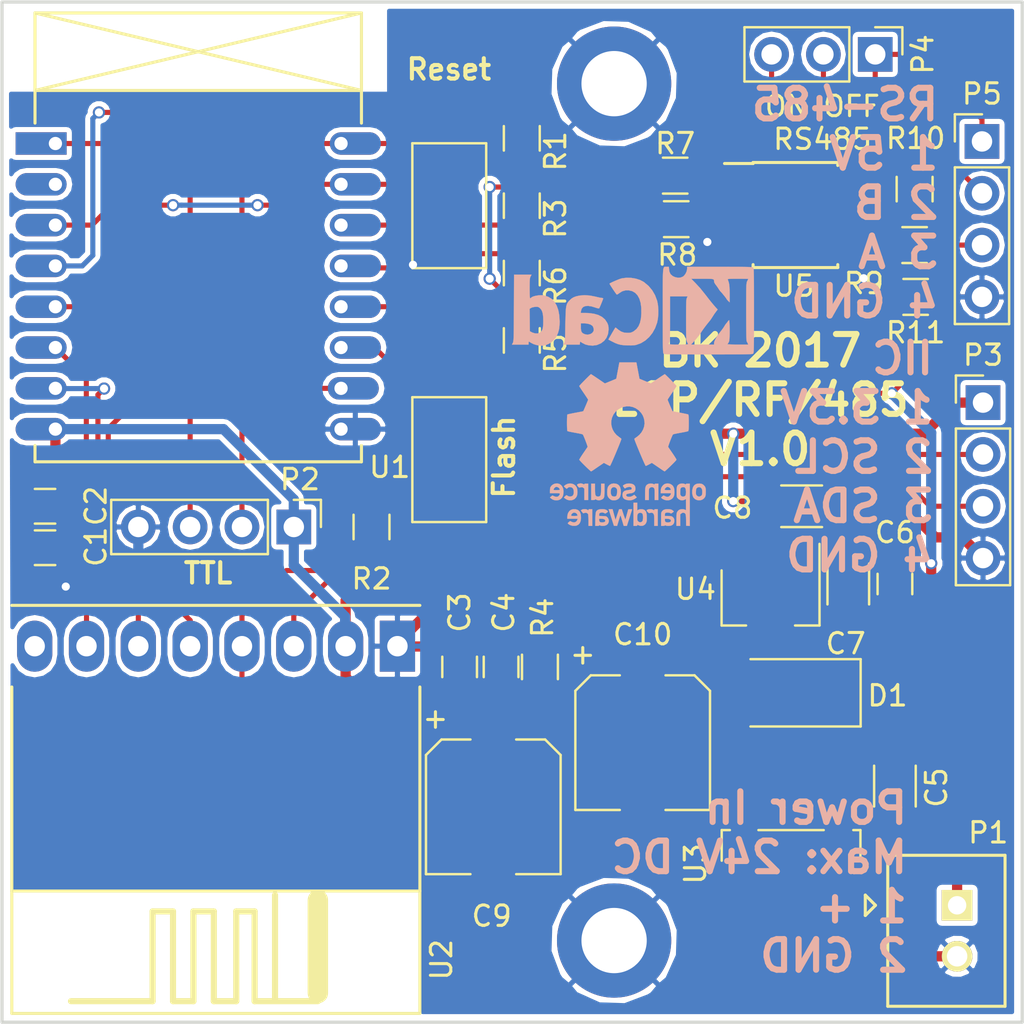
<source format=kicad_pcb>
(kicad_pcb (version 4) (host pcbnew 4.0.2-stable)

  (general
    (links 84)
    (no_connects 2)
    (area 99.924999 99.924999 150.075001 150.075001)
    (thickness 1.6)
    (drawings 16)
    (tracks 325)
    (zones 0)
    (modules 38)
    (nets 22)
  )

  (page A4)
  (layers
    (0 F.Cu mixed)
    (31 B.Cu mixed)
    (32 B.Adhes user)
    (33 F.Adhes user)
    (34 B.Paste user)
    (35 F.Paste user)
    (36 B.SilkS user)
    (37 F.SilkS user)
    (38 B.Mask user)
    (39 F.Mask user)
    (40 Dwgs.User user)
    (41 Cmts.User user)
    (42 Eco1.User user)
    (43 Eco2.User user)
    (44 Edge.Cuts user)
    (45 Margin user)
    (46 B.CrtYd user)
    (47 F.CrtYd user)
    (48 B.Fab user)
    (49 F.Fab user hide)
  )

  (setup
    (last_trace_width 0.25)
    (trace_clearance 0.1524)
    (zone_clearance 0.25)
    (zone_45_only yes)
    (trace_min 0.2)
    (segment_width 0.2)
    (edge_width 0.15)
    (via_size 0.6)
    (via_drill 0.4)
    (via_min_size 0.4)
    (via_min_drill 0.3)
    (uvia_size 0.3)
    (uvia_drill 0.1)
    (uvias_allowed no)
    (uvia_min_size 0.2)
    (uvia_min_drill 0.1)
    (pcb_text_width 0.3)
    (pcb_text_size 1.5 1.5)
    (mod_edge_width 0.15)
    (mod_text_size 1 1)
    (mod_text_width 0.15)
    (pad_size 2.5 1.1)
    (pad_drill 0.65)
    (pad_to_mask_clearance 0)
    (pad_to_paste_clearance -0.03)
    (aux_axis_origin 0 0)
    (visible_elements 7FFFFFFF)
    (pcbplotparams
      (layerselection 0x00030_80000001)
      (usegerberextensions false)
      (excludeedgelayer true)
      (linewidth 0.100000)
      (plotframeref false)
      (viasonmask false)
      (mode 1)
      (useauxorigin false)
      (hpglpennumber 1)
      (hpglpenspeed 20)
      (hpglpendiameter 15)
      (hpglpenoverlay 2)
      (psnegative false)
      (psa4output false)
      (plotreference true)
      (plotvalue true)
      (plotinvisibletext false)
      (padsonsilk false)
      (subtractmaskfromsilk false)
      (outputformat 1)
      (mirror false)
      (drillshape 1)
      (scaleselection 1)
      (outputdirectory ""))
  )

  (net 0 "")
  (net 1 +3V3)
  (net 2 GND)
  (net 3 /VIN)
  (net 4 +5V)
  (net 5 /RST)
  (net 6 /FLSH)
  (net 7 /CSN)
  (net 8 /SDA)
  (net 9 /SCL)
  (net 10 /SCK)
  (net 11 /MISO)
  (net 12 /MOSI)
  (net 13 /PKT)
  (net 14 /RxD)
  (net 15 /TxD)
  (net 16 /CHPD)
  (net 17 /DE_O)
  (net 18 /DE)
  (net 19 /485_B)
  (net 20 /485_A)
  (net 21 "Net-(R7-Pad1)")

  (net_class Default "This is the default net class."
    (clearance 0.1524)
    (trace_width 0.25)
    (via_dia 0.6)
    (via_drill 0.4)
    (uvia_dia 0.3)
    (uvia_drill 0.1)
    (add_net +3V3)
    (add_net +5V)
    (add_net /485_A)
    (add_net /485_B)
    (add_net /CHPD)
    (add_net /CSN)
    (add_net /DE)
    (add_net /DE_O)
    (add_net /FLSH)
    (add_net /MISO)
    (add_net /MOSI)
    (add_net /PKT)
    (add_net /RST)
    (add_net /RxD)
    (add_net /SCK)
    (add_net /SCL)
    (add_net /SDA)
    (add_net /TxD)
    (add_net /VIN)
    (add_net GND)
    (add_net "Net-(R7-Pad1)")
  )

  (net_class Medium ""
    (clearance 0.1524)
    (trace_width 0.5)
    (via_dia 0.6)
    (via_drill 0.4)
    (uvia_dia 0.3)
    (uvia_drill 0.1)
  )

  (module Resistors_SMD:R_0805 (layer F.Cu) (tedit 58AADA8F) (tstamp 58DFB300)
    (at 144.78 114.4524)
    (descr "Resistor SMD 0805, reflow soldering, Vishay (see dcrcw.pdf)")
    (tags "resistor 0805")
    (path /58DFB690)
    (attr smd)
    (fp_text reference R11 (at 0 1.7526) (layer F.SilkS)
      (effects (font (size 1 1) (thickness 0.15)))
    )
    (fp_text value 510 (at 0 1.75) (layer F.Fab)
      (effects (font (size 1 1) (thickness 0.15)))
    )
    (fp_text user %R (at 0 -1.65) (layer F.Fab)
      (effects (font (size 1 1) (thickness 0.15)))
    )
    (fp_line (start -1 0.62) (end -1 -0.62) (layer F.Fab) (width 0.1))
    (fp_line (start 1 0.62) (end -1 0.62) (layer F.Fab) (width 0.1))
    (fp_line (start 1 -0.62) (end 1 0.62) (layer F.Fab) (width 0.1))
    (fp_line (start -1 -0.62) (end 1 -0.62) (layer F.Fab) (width 0.1))
    (fp_line (start 0.6 0.88) (end -0.6 0.88) (layer F.SilkS) (width 0.12))
    (fp_line (start -0.6 -0.88) (end 0.6 -0.88) (layer F.SilkS) (width 0.12))
    (fp_line (start -1.55 -0.9) (end 1.55 -0.9) (layer F.CrtYd) (width 0.05))
    (fp_line (start -1.55 -0.9) (end -1.55 0.9) (layer F.CrtYd) (width 0.05))
    (fp_line (start 1.55 0.9) (end 1.55 -0.9) (layer F.CrtYd) (width 0.05))
    (fp_line (start 1.55 0.9) (end -1.55 0.9) (layer F.CrtYd) (width 0.05))
    (pad 1 smd rect (at -0.95 0) (size 0.7 1.3) (layers F.Cu F.Paste F.Mask)
      (net 19 /485_B))
    (pad 2 smd rect (at 0.95 0) (size 0.7 1.3) (layers F.Cu F.Paste F.Mask)
      (net 2 GND))
    (model Resistors_SMD.3dshapes/R_0805.wrl
      (at (xyz 0 0 0))
      (scale (xyz 1 1 1))
      (rotate (xyz 0 0 0))
    )
  )

  (module Buttons_Switches_SMD:SW_SPST_FSMSM (layer F.Cu) (tedit 58E0AD31) (tstamp 58DBD1D8)
    (at 121.92 109.982 270)
    (descr http://www.te.com/commerce/DocumentDelivery/DDEController?Action=srchrtrv&DocNm=1437566-3&DocType=Customer+Drawing&DocLang=English)
    (tags "SPST button tactile switch")
    (path /58DBF987)
    (attr smd)
    (fp_text reference SW1 (at -6.731 -0.254 360) (layer F.SilkS) hide
      (effects (font (size 1 1) (thickness 0.15)))
    )
    (fp_text value Reset (at 0 3 270) (layer F.Fab)
      (effects (font (size 1 1) (thickness 0.15)))
    )
    (fp_text user %R (at 0 -2.6 270) (layer F.Fab)
      (effects (font (size 1 1) (thickness 0.15)))
    )
    (fp_line (start -1.75 -1) (end 1.75 -1) (layer F.Fab) (width 0.1))
    (fp_line (start 1.75 -1) (end 1.75 1) (layer F.Fab) (width 0.1))
    (fp_line (start 1.75 1) (end -1.75 1) (layer F.Fab) (width 0.1))
    (fp_line (start -1.75 1) (end -1.75 -1) (layer F.Fab) (width 0.1))
    (fp_line (start -3.06 -1.81) (end 3.06 -1.81) (layer F.SilkS) (width 0.12))
    (fp_line (start 3.06 -1.81) (end 3.06 1.81) (layer F.SilkS) (width 0.12))
    (fp_line (start 3.06 1.81) (end -3.06 1.81) (layer F.SilkS) (width 0.12))
    (fp_line (start -3.06 1.81) (end -3.06 -1.81) (layer F.SilkS) (width 0.12))
    (fp_line (start -1.5 0.8) (end 1.5 0.8) (layer F.Fab) (width 0.1))
    (fp_line (start -1.5 -0.8) (end 1.5 -0.8) (layer F.Fab) (width 0.1))
    (fp_line (start 1.5 -0.8) (end 1.5 0.8) (layer F.Fab) (width 0.1))
    (fp_line (start -1.5 -0.8) (end -1.5 0.8) (layer F.Fab) (width 0.1))
    (fp_line (start -5.95 2) (end 5.95 2) (layer F.CrtYd) (width 0.05))
    (fp_line (start 5.95 -2) (end 5.95 2) (layer F.CrtYd) (width 0.05))
    (fp_line (start -3 1.75) (end 3 1.75) (layer F.Fab) (width 0.1))
    (fp_line (start -3 -1.75) (end 3 -1.75) (layer F.Fab) (width 0.1))
    (fp_line (start -3 -1.75) (end -3 1.75) (layer F.Fab) (width 0.1))
    (fp_line (start 3 -1.75) (end 3 1.75) (layer F.Fab) (width 0.1))
    (fp_line (start -5.95 -2) (end -5.95 2) (layer F.CrtYd) (width 0.05))
    (fp_line (start -5.95 -2) (end 5.95 -2) (layer F.CrtYd) (width 0.05))
    (pad 1 smd rect (at -4.59 0 270) (size 2.18 1.6) (layers F.Cu F.Paste F.Mask)
      (net 5 /RST))
    (pad 2 smd rect (at 4.59 0 270) (size 2.18 1.6) (layers F.Cu F.Paste F.Mask)
      (net 2 GND))
    (model Buttons_Switches_SMD.3dshapes/SW_SPST_FSMSM.wrl
      (at (xyz 0 0 0))
      (scale (xyz 1 1 1))
      (rotate (xyz 0 0 0))
    )
  )

  (module Capacitors_SMD:C_0805 (layer F.Cu) (tedit 58AA8463) (tstamp 58DBD0CF)
    (at 102.108 126.746)
    (descr "Capacitor SMD 0805, reflow soldering, AVX (see smccp.pdf)")
    (tags "capacitor 0805")
    (path /58DC0617)
    (attr smd)
    (fp_text reference C1 (at 2.492 -0.046 90) (layer F.SilkS)
      (effects (font (size 1 1) (thickness 0.15)))
    )
    (fp_text value 100n (at 0 1.75) (layer F.Fab)
      (effects (font (size 1 1) (thickness 0.15)))
    )
    (fp_text user %R (at 0 -1.5) (layer F.Fab)
      (effects (font (size 1 1) (thickness 0.15)))
    )
    (fp_line (start -1 0.62) (end -1 -0.62) (layer F.Fab) (width 0.1))
    (fp_line (start 1 0.62) (end -1 0.62) (layer F.Fab) (width 0.1))
    (fp_line (start 1 -0.62) (end 1 0.62) (layer F.Fab) (width 0.1))
    (fp_line (start -1 -0.62) (end 1 -0.62) (layer F.Fab) (width 0.1))
    (fp_line (start 0.5 -0.85) (end -0.5 -0.85) (layer F.SilkS) (width 0.12))
    (fp_line (start -0.5 0.85) (end 0.5 0.85) (layer F.SilkS) (width 0.12))
    (fp_line (start -1.75 -0.88) (end 1.75 -0.88) (layer F.CrtYd) (width 0.05))
    (fp_line (start -1.75 -0.88) (end -1.75 0.87) (layer F.CrtYd) (width 0.05))
    (fp_line (start 1.75 0.87) (end 1.75 -0.88) (layer F.CrtYd) (width 0.05))
    (fp_line (start 1.75 0.87) (end -1.75 0.87) (layer F.CrtYd) (width 0.05))
    (pad 1 smd rect (at -1 0) (size 1 1.25) (layers F.Cu F.Paste F.Mask)
      (net 1 +3V3))
    (pad 2 smd rect (at 1 0) (size 1 1.25) (layers F.Cu F.Paste F.Mask)
      (net 2 GND))
    (model Capacitors_SMD.3dshapes/C_0805.wrl
      (at (xyz 0 0 0))
      (scale (xyz 1 1 1))
      (rotate (xyz 0 0 0))
    )
  )

  (module Capacitors_SMD:C_0805 (layer F.Cu) (tedit 58AA8463) (tstamp 58DBD0E0)
    (at 102.108 124.714)
    (descr "Capacitor SMD 0805, reflow soldering, AVX (see smccp.pdf)")
    (tags "capacitor 0805")
    (path /58DC06F8)
    (attr smd)
    (fp_text reference C2 (at 2.492 -0.014 90) (layer F.SilkS)
      (effects (font (size 1 1) (thickness 0.15)))
    )
    (fp_text value 1uF (at 0 1.75) (layer F.Fab)
      (effects (font (size 1 1) (thickness 0.15)))
    )
    (fp_text user %R (at 0 -1.5) (layer F.Fab)
      (effects (font (size 1 1) (thickness 0.15)))
    )
    (fp_line (start -1 0.62) (end -1 -0.62) (layer F.Fab) (width 0.1))
    (fp_line (start 1 0.62) (end -1 0.62) (layer F.Fab) (width 0.1))
    (fp_line (start 1 -0.62) (end 1 0.62) (layer F.Fab) (width 0.1))
    (fp_line (start -1 -0.62) (end 1 -0.62) (layer F.Fab) (width 0.1))
    (fp_line (start 0.5 -0.85) (end -0.5 -0.85) (layer F.SilkS) (width 0.12))
    (fp_line (start -0.5 0.85) (end 0.5 0.85) (layer F.SilkS) (width 0.12))
    (fp_line (start -1.75 -0.88) (end 1.75 -0.88) (layer F.CrtYd) (width 0.05))
    (fp_line (start -1.75 -0.88) (end -1.75 0.87) (layer F.CrtYd) (width 0.05))
    (fp_line (start 1.75 0.87) (end 1.75 -0.88) (layer F.CrtYd) (width 0.05))
    (fp_line (start 1.75 0.87) (end -1.75 0.87) (layer F.CrtYd) (width 0.05))
    (pad 1 smd rect (at -1 0) (size 1 1.25) (layers F.Cu F.Paste F.Mask)
      (net 1 +3V3))
    (pad 2 smd rect (at 1 0) (size 1 1.25) (layers F.Cu F.Paste F.Mask)
      (net 2 GND))
    (model Capacitors_SMD.3dshapes/C_0805.wrl
      (at (xyz 0 0 0))
      (scale (xyz 1 1 1))
      (rotate (xyz 0 0 0))
    )
  )

  (module Capacitors_SMD:C_0805 (layer F.Cu) (tedit 58AA8463) (tstamp 58DBD0F1)
    (at 122.428 132.588 90)
    (descr "Capacitor SMD 0805, reflow soldering, AVX (see smccp.pdf)")
    (tags "capacitor 0805")
    (path /58DBC28C)
    (attr smd)
    (fp_text reference C3 (at 2.667 0 90) (layer F.SilkS)
      (effects (font (size 1 1) (thickness 0.15)))
    )
    (fp_text value 100n (at 0 1.75 90) (layer F.Fab)
      (effects (font (size 1 1) (thickness 0.15)))
    )
    (fp_text user %R (at 0 -1.5 90) (layer F.Fab)
      (effects (font (size 1 1) (thickness 0.15)))
    )
    (fp_line (start -1 0.62) (end -1 -0.62) (layer F.Fab) (width 0.1))
    (fp_line (start 1 0.62) (end -1 0.62) (layer F.Fab) (width 0.1))
    (fp_line (start 1 -0.62) (end 1 0.62) (layer F.Fab) (width 0.1))
    (fp_line (start -1 -0.62) (end 1 -0.62) (layer F.Fab) (width 0.1))
    (fp_line (start 0.5 -0.85) (end -0.5 -0.85) (layer F.SilkS) (width 0.12))
    (fp_line (start -0.5 0.85) (end 0.5 0.85) (layer F.SilkS) (width 0.12))
    (fp_line (start -1.75 -0.88) (end 1.75 -0.88) (layer F.CrtYd) (width 0.05))
    (fp_line (start -1.75 -0.88) (end -1.75 0.87) (layer F.CrtYd) (width 0.05))
    (fp_line (start 1.75 0.87) (end 1.75 -0.88) (layer F.CrtYd) (width 0.05))
    (fp_line (start 1.75 0.87) (end -1.75 0.87) (layer F.CrtYd) (width 0.05))
    (pad 1 smd rect (at -1 0 90) (size 1 1.25) (layers F.Cu F.Paste F.Mask)
      (net 1 +3V3))
    (pad 2 smd rect (at 1 0 90) (size 1 1.25) (layers F.Cu F.Paste F.Mask)
      (net 2 GND))
    (model Capacitors_SMD.3dshapes/C_0805.wrl
      (at (xyz 0 0 0))
      (scale (xyz 1 1 1))
      (rotate (xyz 0 0 0))
    )
  )

  (module Capacitors_SMD:C_0805 (layer F.Cu) (tedit 58AA8463) (tstamp 58DBD102)
    (at 124.46 132.588 90)
    (descr "Capacitor SMD 0805, reflow soldering, AVX (see smccp.pdf)")
    (tags "capacitor 0805")
    (path /58DBC28D)
    (attr smd)
    (fp_text reference C4 (at 2.667 0.127 90) (layer F.SilkS)
      (effects (font (size 1 1) (thickness 0.15)))
    )
    (fp_text value 1uF (at 0 1.75 90) (layer F.Fab)
      (effects (font (size 1 1) (thickness 0.15)))
    )
    (fp_text user %R (at 0 -1.5 90) (layer F.Fab)
      (effects (font (size 1 1) (thickness 0.15)))
    )
    (fp_line (start -1 0.62) (end -1 -0.62) (layer F.Fab) (width 0.1))
    (fp_line (start 1 0.62) (end -1 0.62) (layer F.Fab) (width 0.1))
    (fp_line (start 1 -0.62) (end 1 0.62) (layer F.Fab) (width 0.1))
    (fp_line (start -1 -0.62) (end 1 -0.62) (layer F.Fab) (width 0.1))
    (fp_line (start 0.5 -0.85) (end -0.5 -0.85) (layer F.SilkS) (width 0.12))
    (fp_line (start -0.5 0.85) (end 0.5 0.85) (layer F.SilkS) (width 0.12))
    (fp_line (start -1.75 -0.88) (end 1.75 -0.88) (layer F.CrtYd) (width 0.05))
    (fp_line (start -1.75 -0.88) (end -1.75 0.87) (layer F.CrtYd) (width 0.05))
    (fp_line (start 1.75 0.87) (end 1.75 -0.88) (layer F.CrtYd) (width 0.05))
    (fp_line (start 1.75 0.87) (end -1.75 0.87) (layer F.CrtYd) (width 0.05))
    (pad 1 smd rect (at -1 0 90) (size 1 1.25) (layers F.Cu F.Paste F.Mask)
      (net 1 +3V3))
    (pad 2 smd rect (at 1 0 90) (size 1 1.25) (layers F.Cu F.Paste F.Mask)
      (net 2 GND))
    (model Capacitors_SMD.3dshapes/C_0805.wrl
      (at (xyz 0 0 0))
      (scale (xyz 1 1 1))
      (rotate (xyz 0 0 0))
    )
  )

  (module Capacitors_SMD:C_1206 (layer F.Cu) (tedit 58AA84B8) (tstamp 58DBD113)
    (at 143.764 138.43 270)
    (descr "Capacitor SMD 1206, reflow soldering, AVX (see smccp.pdf)")
    (tags "capacitor 1206")
    (path /58DBC27A)
    (attr smd)
    (fp_text reference C5 (at 0.07 -2.036 450) (layer F.SilkS)
      (effects (font (size 1 1) (thickness 0.15)))
    )
    (fp_text value 10uF (at 0 2 270) (layer F.Fab)
      (effects (font (size 1 1) (thickness 0.15)))
    )
    (fp_text user %R (at 0 -1.75 270) (layer F.Fab)
      (effects (font (size 1 1) (thickness 0.15)))
    )
    (fp_line (start -1.6 0.8) (end -1.6 -0.8) (layer F.Fab) (width 0.1))
    (fp_line (start 1.6 0.8) (end -1.6 0.8) (layer F.Fab) (width 0.1))
    (fp_line (start 1.6 -0.8) (end 1.6 0.8) (layer F.Fab) (width 0.1))
    (fp_line (start -1.6 -0.8) (end 1.6 -0.8) (layer F.Fab) (width 0.1))
    (fp_line (start 1 -1.02) (end -1 -1.02) (layer F.SilkS) (width 0.12))
    (fp_line (start -1 1.02) (end 1 1.02) (layer F.SilkS) (width 0.12))
    (fp_line (start -2.25 -1.05) (end 2.25 -1.05) (layer F.CrtYd) (width 0.05))
    (fp_line (start -2.25 -1.05) (end -2.25 1.05) (layer F.CrtYd) (width 0.05))
    (fp_line (start 2.25 1.05) (end 2.25 -1.05) (layer F.CrtYd) (width 0.05))
    (fp_line (start 2.25 1.05) (end -2.25 1.05) (layer F.CrtYd) (width 0.05))
    (pad 1 smd rect (at -1.5 0 270) (size 1 1.6) (layers F.Cu F.Paste F.Mask)
      (net 3 /VIN))
    (pad 2 smd rect (at 1.5 0 270) (size 1 1.6) (layers F.Cu F.Paste F.Mask)
      (net 2 GND))
    (model Capacitors_SMD.3dshapes/C_1206.wrl
      (at (xyz 0 0 0))
      (scale (xyz 1 1 1))
      (rotate (xyz 0 0 0))
    )
  )

  (module Capacitors_SMD:C_0805 (layer F.Cu) (tedit 58AA8463) (tstamp 58DBD124)
    (at 143.764 128.524 90)
    (descr "Capacitor SMD 0805, reflow soldering, AVX (see smccp.pdf)")
    (tags "capacitor 0805")
    (path /58DBC279)
    (attr smd)
    (fp_text reference C6 (at 2.524 0 180) (layer F.SilkS)
      (effects (font (size 1 1) (thickness 0.15)))
    )
    (fp_text value 100nF (at 0 1.75 90) (layer F.Fab)
      (effects (font (size 1 1) (thickness 0.15)))
    )
    (fp_text user %R (at 0 -1.5 90) (layer F.Fab)
      (effects (font (size 1 1) (thickness 0.15)))
    )
    (fp_line (start -1 0.62) (end -1 -0.62) (layer F.Fab) (width 0.1))
    (fp_line (start 1 0.62) (end -1 0.62) (layer F.Fab) (width 0.1))
    (fp_line (start 1 -0.62) (end 1 0.62) (layer F.Fab) (width 0.1))
    (fp_line (start -1 -0.62) (end 1 -0.62) (layer F.Fab) (width 0.1))
    (fp_line (start 0.5 -0.85) (end -0.5 -0.85) (layer F.SilkS) (width 0.12))
    (fp_line (start -0.5 0.85) (end 0.5 0.85) (layer F.SilkS) (width 0.12))
    (fp_line (start -1.75 -0.88) (end 1.75 -0.88) (layer F.CrtYd) (width 0.05))
    (fp_line (start -1.75 -0.88) (end -1.75 0.87) (layer F.CrtYd) (width 0.05))
    (fp_line (start 1.75 0.87) (end 1.75 -0.88) (layer F.CrtYd) (width 0.05))
    (fp_line (start 1.75 0.87) (end -1.75 0.87) (layer F.CrtYd) (width 0.05))
    (pad 1 smd rect (at -1 0 90) (size 1 1.25) (layers F.Cu F.Paste F.Mask)
      (net 4 +5V))
    (pad 2 smd rect (at 1 0 90) (size 1 1.25) (layers F.Cu F.Paste F.Mask)
      (net 2 GND))
    (model Capacitors_SMD.3dshapes/C_0805.wrl
      (at (xyz 0 0 0))
      (scale (xyz 1 1 1))
      (rotate (xyz 0 0 0))
    )
  )

  (module Capacitors_SMD:C_1206 (layer F.Cu) (tedit 58AA84B8) (tstamp 58DBD135)
    (at 141.478 128.524 90)
    (descr "Capacitor SMD 1206, reflow soldering, AVX (see smccp.pdf)")
    (tags "capacitor 1206")
    (path /58DBC27B)
    (attr smd)
    (fp_text reference C7 (at -2.921 -0.127 180) (layer F.SilkS)
      (effects (font (size 1 1) (thickness 0.15)))
    )
    (fp_text value 1uF (at 0 2 90) (layer F.Fab)
      (effects (font (size 1 1) (thickness 0.15)))
    )
    (fp_text user %R (at 0 -1.75 90) (layer F.Fab)
      (effects (font (size 1 1) (thickness 0.15)))
    )
    (fp_line (start -1.6 0.8) (end -1.6 -0.8) (layer F.Fab) (width 0.1))
    (fp_line (start 1.6 0.8) (end -1.6 0.8) (layer F.Fab) (width 0.1))
    (fp_line (start 1.6 -0.8) (end 1.6 0.8) (layer F.Fab) (width 0.1))
    (fp_line (start -1.6 -0.8) (end 1.6 -0.8) (layer F.Fab) (width 0.1))
    (fp_line (start 1 -1.02) (end -1 -1.02) (layer F.SilkS) (width 0.12))
    (fp_line (start -1 1.02) (end 1 1.02) (layer F.SilkS) (width 0.12))
    (fp_line (start -2.25 -1.05) (end 2.25 -1.05) (layer F.CrtYd) (width 0.05))
    (fp_line (start -2.25 -1.05) (end -2.25 1.05) (layer F.CrtYd) (width 0.05))
    (fp_line (start 2.25 1.05) (end 2.25 -1.05) (layer F.CrtYd) (width 0.05))
    (fp_line (start 2.25 1.05) (end -2.25 1.05) (layer F.CrtYd) (width 0.05))
    (pad 1 smd rect (at -1.5 0 90) (size 1 1.6) (layers F.Cu F.Paste F.Mask)
      (net 4 +5V))
    (pad 2 smd rect (at 1.5 0 90) (size 1 1.6) (layers F.Cu F.Paste F.Mask)
      (net 2 GND))
    (model Capacitors_SMD.3dshapes/C_1206.wrl
      (at (xyz 0 0 0))
      (scale (xyz 1 1 1))
      (rotate (xyz 0 0 0))
    )
  )

  (module Capacitors_SMD:C_1206 (layer F.Cu) (tedit 58AA84B8) (tstamp 58DBD146)
    (at 139.192 124.714)
    (descr "Capacitor SMD 1206, reflow soldering, AVX (see smccp.pdf)")
    (tags "capacitor 1206")
    (path /58DBC27C)
    (attr smd)
    (fp_text reference C8 (at -3.392 0.086) (layer F.SilkS)
      (effects (font (size 1 1) (thickness 0.15)))
    )
    (fp_text value 10uF (at 0 2) (layer F.Fab)
      (effects (font (size 1 1) (thickness 0.15)))
    )
    (fp_text user %R (at 0 -1.75) (layer F.Fab)
      (effects (font (size 1 1) (thickness 0.15)))
    )
    (fp_line (start -1.6 0.8) (end -1.6 -0.8) (layer F.Fab) (width 0.1))
    (fp_line (start 1.6 0.8) (end -1.6 0.8) (layer F.Fab) (width 0.1))
    (fp_line (start 1.6 -0.8) (end 1.6 0.8) (layer F.Fab) (width 0.1))
    (fp_line (start -1.6 -0.8) (end 1.6 -0.8) (layer F.Fab) (width 0.1))
    (fp_line (start 1 -1.02) (end -1 -1.02) (layer F.SilkS) (width 0.12))
    (fp_line (start -1 1.02) (end 1 1.02) (layer F.SilkS) (width 0.12))
    (fp_line (start -2.25 -1.05) (end 2.25 -1.05) (layer F.CrtYd) (width 0.05))
    (fp_line (start -2.25 -1.05) (end -2.25 1.05) (layer F.CrtYd) (width 0.05))
    (fp_line (start 2.25 1.05) (end 2.25 -1.05) (layer F.CrtYd) (width 0.05))
    (fp_line (start 2.25 1.05) (end -2.25 1.05) (layer F.CrtYd) (width 0.05))
    (pad 1 smd rect (at -1.5 0) (size 1 1.6) (layers F.Cu F.Paste F.Mask)
      (net 1 +3V3))
    (pad 2 smd rect (at 1.5 0) (size 1 1.6) (layers F.Cu F.Paste F.Mask)
      (net 2 GND))
    (model Capacitors_SMD.3dshapes/C_1206.wrl
      (at (xyz 0 0 0))
      (scale (xyz 1 1 1))
      (rotate (xyz 0 0 0))
    )
  )

  (module BK_Common:JST_B2B-XH-A (layer F.Cu) (tedit 56902445) (tstamp 58DBD157)
    (at 146.812 144.272 270)
    (descr "JST XH series connector, JST_B2B-XH-A")
    (tags "connector jst xh")
    (path /58DC4560)
    (fp_text reference P1 (at -3.556 -1.524 360) (layer F.SilkS)
      (effects (font (size 1 1) (thickness 0.15)))
    )
    (fp_text value PWR (at 1.25 -3.4 270) (layer F.Fab)
      (effects (font (size 1 1) (thickness 0.15)))
    )
    (fp_line (start -2.45 -2.35) (end 4.95 -2.35) (layer F.SilkS) (width 0.15))
    (fp_line (start -2.45 3.4) (end 4.95 3.4) (layer F.SilkS) (width 0.15))
    (fp_line (start -2.45 -2.35) (end -2.45 3.4) (layer F.SilkS) (width 0.15))
    (fp_line (start 4.95 -2.35) (end 4.95 3.4) (layer F.SilkS) (width 0.15))
    (fp_line (start -2.95 -2.85) (end 5.45 -2.85) (layer F.CrtYd) (width 0.05))
    (fp_line (start -2.95 3.9) (end 5.45 3.9) (layer F.CrtYd) (width 0.05))
    (fp_line (start -2.95 -2.85) (end -2.95 3.9) (layer F.CrtYd) (width 0.05))
    (fp_line (start 5.45 -2.85) (end 5.45 3.9) (layer F.CrtYd) (width 0.05))
    (fp_line (start -0.5 4.5) (end 0.5 4.5) (layer F.SilkS) (width 0.15))
    (fp_line (start 0 4) (end 0.5 4.5) (layer F.SilkS) (width 0.15))
    (fp_line (start 0 4) (end -0.5 4.5) (layer F.SilkS) (width 0.15))
    (pad 1 thru_hole rect (at 0 0 270) (size 1.5 1.5) (drill 0.9) (layers *.Cu *.Mask F.SilkS)
      (net 3 /VIN))
    (pad 2 thru_hole circle (at 2.5 0 270) (size 1.5 1.5) (drill 1) (layers *.Cu *.Mask F.SilkS)
      (net 2 GND))
    (model ./kicad-jst-xh.3dshapes/JST_B2B-XH-A.wrl
      (at (xyz 0 0 0))
      (scale (xyz 0.393701 0.393701 0.393701))
      (rotate (xyz 0 0 0))
    )
    (model ../../../../../../Users/t9569bk/Documents/PCB_Libs/kicad-jst-xh/kicad-jst-xh.3dshapes/JST_B2B-XH-A.wrl
      (at (xyz 0 0 0))
      (scale (xyz 0.393701 0.393701 0.393701))
      (rotate (xyz 0 0 0))
    )
    (model E:/Project/KiCad/KICad-Library/BK_Common.pretty/3D/JST_B2B-XH-A.wrl
      (at (xyz 0 0 0))
      (scale (xyz 0.393701 0.393701 0.393701))
      (rotate (xyz 0 0 0))
    )
  )

  (module Resistors_SMD:R_0805 (layer F.Cu) (tedit 58AADA8F) (tstamp 58DBD168)
    (at 125.476 106.68 90)
    (descr "Resistor SMD 0805, reflow soldering, Vishay (see dcrcw.pdf)")
    (tags "resistor 0805")
    (path /58DBF981)
    (attr smd)
    (fp_text reference R1 (at -0.635 1.651 90) (layer F.SilkS)
      (effects (font (size 1 1) (thickness 0.15)))
    )
    (fp_text value 10k (at 0 1.75 90) (layer F.Fab)
      (effects (font (size 1 1) (thickness 0.15)))
    )
    (fp_text user %R (at 0 -1.65 90) (layer F.Fab)
      (effects (font (size 1 1) (thickness 0.15)))
    )
    (fp_line (start -1 0.62) (end -1 -0.62) (layer F.Fab) (width 0.1))
    (fp_line (start 1 0.62) (end -1 0.62) (layer F.Fab) (width 0.1))
    (fp_line (start 1 -0.62) (end 1 0.62) (layer F.Fab) (width 0.1))
    (fp_line (start -1 -0.62) (end 1 -0.62) (layer F.Fab) (width 0.1))
    (fp_line (start 0.6 0.88) (end -0.6 0.88) (layer F.SilkS) (width 0.12))
    (fp_line (start -0.6 -0.88) (end 0.6 -0.88) (layer F.SilkS) (width 0.12))
    (fp_line (start -1.55 -0.9) (end 1.55 -0.9) (layer F.CrtYd) (width 0.05))
    (fp_line (start -1.55 -0.9) (end -1.55 0.9) (layer F.CrtYd) (width 0.05))
    (fp_line (start 1.55 0.9) (end 1.55 -0.9) (layer F.CrtYd) (width 0.05))
    (fp_line (start 1.55 0.9) (end -1.55 0.9) (layer F.CrtYd) (width 0.05))
    (pad 1 smd rect (at -0.95 0 90) (size 0.7 1.3) (layers F.Cu F.Paste F.Mask)
      (net 1 +3V3))
    (pad 2 smd rect (at 0.95 0 90) (size 0.7 1.3) (layers F.Cu F.Paste F.Mask)
      (net 5 /RST))
    (model Resistors_SMD.3dshapes/R_0805.wrl
      (at (xyz 0 0 0))
      (scale (xyz 1 1 1))
      (rotate (xyz 0 0 0))
    )
  )

  (module Resistors_SMD:R_0805 (layer F.Cu) (tedit 58AADA8F) (tstamp 58DBD179)
    (at 118.11 125.73 90)
    (descr "Resistor SMD 0805, reflow soldering, Vishay (see dcrcw.pdf)")
    (tags "resistor 0805")
    (path /58DBC265)
    (attr smd)
    (fp_text reference R2 (at -2.54 0 180) (layer F.SilkS)
      (effects (font (size 1 1) (thickness 0.15)))
    )
    (fp_text value 10k (at 0 1.75 90) (layer F.Fab)
      (effects (font (size 1 1) (thickness 0.15)))
    )
    (fp_text user %R (at 0 -1.65 90) (layer F.Fab)
      (effects (font (size 1 1) (thickness 0.15)))
    )
    (fp_line (start -1 0.62) (end -1 -0.62) (layer F.Fab) (width 0.1))
    (fp_line (start 1 0.62) (end -1 0.62) (layer F.Fab) (width 0.1))
    (fp_line (start 1 -0.62) (end 1 0.62) (layer F.Fab) (width 0.1))
    (fp_line (start -1 -0.62) (end 1 -0.62) (layer F.Fab) (width 0.1))
    (fp_line (start 0.6 0.88) (end -0.6 0.88) (layer F.SilkS) (width 0.12))
    (fp_line (start -0.6 -0.88) (end 0.6 -0.88) (layer F.SilkS) (width 0.12))
    (fp_line (start -1.55 -0.9) (end 1.55 -0.9) (layer F.CrtYd) (width 0.05))
    (fp_line (start -1.55 -0.9) (end -1.55 0.9) (layer F.CrtYd) (width 0.05))
    (fp_line (start 1.55 0.9) (end 1.55 -0.9) (layer F.CrtYd) (width 0.05))
    (fp_line (start 1.55 0.9) (end -1.55 0.9) (layer F.CrtYd) (width 0.05))
    (pad 1 smd rect (at -0.95 0 90) (size 0.7 1.3) (layers F.Cu F.Paste F.Mask)
      (net 1 +3V3))
    (pad 2 smd rect (at 0.95 0 90) (size 0.7 1.3) (layers F.Cu F.Paste F.Mask)
      (net 6 /FLSH))
    (model Resistors_SMD.3dshapes/R_0805.wrl
      (at (xyz 0 0 0))
      (scale (xyz 1 1 1))
      (rotate (xyz 0 0 0))
    )
  )

  (module Resistors_SMD:R_0805 (layer F.Cu) (tedit 58AADA8F) (tstamp 58DBD18A)
    (at 125.476 109.982 270)
    (descr "Resistor SMD 0805, reflow soldering, Vishay (see dcrcw.pdf)")
    (tags "resistor 0805")
    (path /58DBF692)
    (attr smd)
    (fp_text reference R3 (at 0.635 -1.65 270) (layer F.SilkS)
      (effects (font (size 1 1) (thickness 0.15)))
    )
    (fp_text value 10k (at 0 1.75 270) (layer F.Fab)
      (effects (font (size 1 1) (thickness 0.15)))
    )
    (fp_text user %R (at 0 -1.65 270) (layer F.Fab)
      (effects (font (size 1 1) (thickness 0.15)))
    )
    (fp_line (start -1 0.62) (end -1 -0.62) (layer F.Fab) (width 0.1))
    (fp_line (start 1 0.62) (end -1 0.62) (layer F.Fab) (width 0.1))
    (fp_line (start 1 -0.62) (end 1 0.62) (layer F.Fab) (width 0.1))
    (fp_line (start -1 -0.62) (end 1 -0.62) (layer F.Fab) (width 0.1))
    (fp_line (start 0.6 0.88) (end -0.6 0.88) (layer F.SilkS) (width 0.12))
    (fp_line (start -0.6 -0.88) (end 0.6 -0.88) (layer F.SilkS) (width 0.12))
    (fp_line (start -1.55 -0.9) (end 1.55 -0.9) (layer F.CrtYd) (width 0.05))
    (fp_line (start -1.55 -0.9) (end -1.55 0.9) (layer F.CrtYd) (width 0.05))
    (fp_line (start 1.55 0.9) (end 1.55 -0.9) (layer F.CrtYd) (width 0.05))
    (fp_line (start 1.55 0.9) (end -1.55 0.9) (layer F.CrtYd) (width 0.05))
    (pad 1 smd rect (at -0.95 0 270) (size 0.7 1.3) (layers F.Cu F.Paste F.Mask)
      (net 1 +3V3))
    (pad 2 smd rect (at 0.95 0 270) (size 0.7 1.3) (layers F.Cu F.Paste F.Mask)
      (net 16 /CHPD))
    (model Resistors_SMD.3dshapes/R_0805.wrl
      (at (xyz 0 0 0))
      (scale (xyz 1 1 1))
      (rotate (xyz 0 0 0))
    )
  )

  (module Resistors_SMD:R_0805 (layer F.Cu) (tedit 58AADA8F) (tstamp 58DBD19B)
    (at 126.365 132.588 90)
    (descr "Resistor SMD 0805, reflow soldering, Vishay (see dcrcw.pdf)")
    (tags "resistor 0805")
    (path /58DBFC68)
    (attr smd)
    (fp_text reference R4 (at 2.413 0.127 90) (layer F.SilkS)
      (effects (font (size 1 1) (thickness 0.15)))
    )
    (fp_text value 10k (at 0 1.75 90) (layer F.Fab)
      (effects (font (size 1 1) (thickness 0.15)))
    )
    (fp_text user %R (at 0 -1.65 90) (layer F.Fab)
      (effects (font (size 1 1) (thickness 0.15)))
    )
    (fp_line (start -1 0.62) (end -1 -0.62) (layer F.Fab) (width 0.1))
    (fp_line (start 1 0.62) (end -1 0.62) (layer F.Fab) (width 0.1))
    (fp_line (start 1 -0.62) (end 1 0.62) (layer F.Fab) (width 0.1))
    (fp_line (start -1 -0.62) (end 1 -0.62) (layer F.Fab) (width 0.1))
    (fp_line (start 0.6 0.88) (end -0.6 0.88) (layer F.SilkS) (width 0.12))
    (fp_line (start -0.6 -0.88) (end 0.6 -0.88) (layer F.SilkS) (width 0.12))
    (fp_line (start -1.55 -0.9) (end 1.55 -0.9) (layer F.CrtYd) (width 0.05))
    (fp_line (start -1.55 -0.9) (end -1.55 0.9) (layer F.CrtYd) (width 0.05))
    (fp_line (start 1.55 0.9) (end 1.55 -0.9) (layer F.CrtYd) (width 0.05))
    (fp_line (start 1.55 0.9) (end -1.55 0.9) (layer F.CrtYd) (width 0.05))
    (pad 1 smd rect (at -0.95 0 90) (size 0.7 1.3) (layers F.Cu F.Paste F.Mask)
      (net 7 /CSN))
    (pad 2 smd rect (at 0.95 0 90) (size 0.7 1.3) (layers F.Cu F.Paste F.Mask)
      (net 2 GND))
    (model Resistors_SMD.3dshapes/R_0805.wrl
      (at (xyz 0 0 0))
      (scale (xyz 1 1 1))
      (rotate (xyz 0 0 0))
    )
  )

  (module Resistors_SMD:R_0805 (layer F.Cu) (tedit 58AADA8F) (tstamp 58DBD1AC)
    (at 125.476 116.586 270)
    (descr "Resistor SMD 0805, reflow soldering, Vishay (see dcrcw.pdf)")
    (tags "resistor 0805")
    (path /58DC7635)
    (attr smd)
    (fp_text reference R5 (at 0.635 -1.651 270) (layer F.SilkS)
      (effects (font (size 1 1) (thickness 0.15)))
    )
    (fp_text value 10k (at 0 1.75 270) (layer F.Fab)
      (effects (font (size 1 1) (thickness 0.15)))
    )
    (fp_text user %R (at 0 -1.65 270) (layer F.Fab)
      (effects (font (size 1 1) (thickness 0.15)))
    )
    (fp_line (start -1 0.62) (end -1 -0.62) (layer F.Fab) (width 0.1))
    (fp_line (start 1 0.62) (end -1 0.62) (layer F.Fab) (width 0.1))
    (fp_line (start 1 -0.62) (end 1 0.62) (layer F.Fab) (width 0.1))
    (fp_line (start -1 -0.62) (end 1 -0.62) (layer F.Fab) (width 0.1))
    (fp_line (start 0.6 0.88) (end -0.6 0.88) (layer F.SilkS) (width 0.12))
    (fp_line (start -0.6 -0.88) (end 0.6 -0.88) (layer F.SilkS) (width 0.12))
    (fp_line (start -1.55 -0.9) (end 1.55 -0.9) (layer F.CrtYd) (width 0.05))
    (fp_line (start -1.55 -0.9) (end -1.55 0.9) (layer F.CrtYd) (width 0.05))
    (fp_line (start 1.55 0.9) (end 1.55 -0.9) (layer F.CrtYd) (width 0.05))
    (fp_line (start 1.55 0.9) (end -1.55 0.9) (layer F.CrtYd) (width 0.05))
    (pad 1 smd rect (at -0.95 0 270) (size 0.7 1.3) (layers F.Cu F.Paste F.Mask)
      (net 1 +3V3))
    (pad 2 smd rect (at 0.95 0 270) (size 0.7 1.3) (layers F.Cu F.Paste F.Mask)
      (net 8 /SDA))
    (model Resistors_SMD.3dshapes/R_0805.wrl
      (at (xyz 0 0 0))
      (scale (xyz 1 1 1))
      (rotate (xyz 0 0 0))
    )
  )

  (module Resistors_SMD:R_0805 (layer F.Cu) (tedit 58AADA8F) (tstamp 58DBD1BD)
    (at 125.476 113.284 90)
    (descr "Resistor SMD 0805, reflow soldering, Vishay (see dcrcw.pdf)")
    (tags "resistor 0805")
    (path /58DC76EA)
    (attr smd)
    (fp_text reference R6 (at -0.635 1.651 90) (layer F.SilkS)
      (effects (font (size 1 1) (thickness 0.15)))
    )
    (fp_text value 10k (at 0 1.75 90) (layer F.Fab)
      (effects (font (size 1 1) (thickness 0.15)))
    )
    (fp_text user %R (at 0 -1.65 90) (layer F.Fab)
      (effects (font (size 1 1) (thickness 0.15)))
    )
    (fp_line (start -1 0.62) (end -1 -0.62) (layer F.Fab) (width 0.1))
    (fp_line (start 1 0.62) (end -1 0.62) (layer F.Fab) (width 0.1))
    (fp_line (start 1 -0.62) (end 1 0.62) (layer F.Fab) (width 0.1))
    (fp_line (start -1 -0.62) (end 1 -0.62) (layer F.Fab) (width 0.1))
    (fp_line (start 0.6 0.88) (end -0.6 0.88) (layer F.SilkS) (width 0.12))
    (fp_line (start -0.6 -0.88) (end 0.6 -0.88) (layer F.SilkS) (width 0.12))
    (fp_line (start -1.55 -0.9) (end 1.55 -0.9) (layer F.CrtYd) (width 0.05))
    (fp_line (start -1.55 -0.9) (end -1.55 0.9) (layer F.CrtYd) (width 0.05))
    (fp_line (start 1.55 0.9) (end 1.55 -0.9) (layer F.CrtYd) (width 0.05))
    (fp_line (start 1.55 0.9) (end -1.55 0.9) (layer F.CrtYd) (width 0.05))
    (pad 1 smd rect (at -0.95 0 90) (size 0.7 1.3) (layers F.Cu F.Paste F.Mask)
      (net 1 +3V3))
    (pad 2 smd rect (at 0.95 0 90) (size 0.7 1.3) (layers F.Cu F.Paste F.Mask)
      (net 9 /SCL))
    (model Resistors_SMD.3dshapes/R_0805.wrl
      (at (xyz 0 0 0))
      (scale (xyz 1 1 1))
      (rotate (xyz 0 0 0))
    )
  )

  (module Buttons_Switches_SMD:SW_SPST_FSMSM (layer F.Cu) (tedit 58E0AD3F) (tstamp 58DBD1F3)
    (at 121.92 122.428 270)
    (descr http://www.te.com/commerce/DocumentDelivery/DDEController?Action=srchrtrv&DocNm=1437566-3&DocType=Customer+Drawing&DocLang=English)
    (tags "SPST button tactile switch")
    (path /58DBC267)
    (attr smd)
    (fp_text reference SW2 (at 0 -2.6 270) (layer F.SilkS) hide
      (effects (font (size 1 1) (thickness 0.15)))
    )
    (fp_text value Flash (at 0 3 270) (layer F.Fab)
      (effects (font (size 1 1) (thickness 0.15)))
    )
    (fp_text user %R (at 0 -2.6 270) (layer F.Fab)
      (effects (font (size 1 1) (thickness 0.15)))
    )
    (fp_line (start -1.75 -1) (end 1.75 -1) (layer F.Fab) (width 0.1))
    (fp_line (start 1.75 -1) (end 1.75 1) (layer F.Fab) (width 0.1))
    (fp_line (start 1.75 1) (end -1.75 1) (layer F.Fab) (width 0.1))
    (fp_line (start -1.75 1) (end -1.75 -1) (layer F.Fab) (width 0.1))
    (fp_line (start -3.06 -1.81) (end 3.06 -1.81) (layer F.SilkS) (width 0.12))
    (fp_line (start 3.06 -1.81) (end 3.06 1.81) (layer F.SilkS) (width 0.12))
    (fp_line (start 3.06 1.81) (end -3.06 1.81) (layer F.SilkS) (width 0.12))
    (fp_line (start -3.06 1.81) (end -3.06 -1.81) (layer F.SilkS) (width 0.12))
    (fp_line (start -1.5 0.8) (end 1.5 0.8) (layer F.Fab) (width 0.1))
    (fp_line (start -1.5 -0.8) (end 1.5 -0.8) (layer F.Fab) (width 0.1))
    (fp_line (start 1.5 -0.8) (end 1.5 0.8) (layer F.Fab) (width 0.1))
    (fp_line (start -1.5 -0.8) (end -1.5 0.8) (layer F.Fab) (width 0.1))
    (fp_line (start -5.95 2) (end 5.95 2) (layer F.CrtYd) (width 0.05))
    (fp_line (start 5.95 -2) (end 5.95 2) (layer F.CrtYd) (width 0.05))
    (fp_line (start -3 1.75) (end 3 1.75) (layer F.Fab) (width 0.1))
    (fp_line (start -3 -1.75) (end 3 -1.75) (layer F.Fab) (width 0.1))
    (fp_line (start -3 -1.75) (end -3 1.75) (layer F.Fab) (width 0.1))
    (fp_line (start 3 -1.75) (end 3 1.75) (layer F.Fab) (width 0.1))
    (fp_line (start -5.95 -2) (end -5.95 2) (layer F.CrtYd) (width 0.05))
    (fp_line (start -5.95 -2) (end 5.95 -2) (layer F.CrtYd) (width 0.05))
    (pad 1 smd rect (at -4.59 0 270) (size 2.18 1.6) (layers F.Cu F.Paste F.Mask)
      (net 6 /FLSH))
    (pad 2 smd rect (at 4.59 0 270) (size 2.18 1.6) (layers F.Cu F.Paste F.Mask)
      (net 2 GND))
    (model Buttons_Switches_SMD.3dshapes/SW_SPST_FSMSM.wrl
      (at (xyz 0 0 0))
      (scale (xyz 1 1 1))
      (rotate (xyz 0 0 0))
    )
  )

  (module BK_Common:ESP-07v2 (layer F.Cu) (tedit 58E06507) (tstamp 58DBD21A)
    (at 102.616 106.934)
    (descr "Module, ESP-8266, ESP-07v2, 16 pad, SMD")
    (tags "Module ESP-8266 ESP8266")
    (path /58DBDB5B)
    (fp_text reference U1 (at 16.384 15.866) (layer F.SilkS)
      (effects (font (size 1 1) (thickness 0.15)))
    )
    (fp_text value ESP-07 (at 7.25 2.25) (layer F.Fab)
      (effects (font (size 1 1) (thickness 0.15)))
    )
    (fp_line (start -2.25 -0.5) (end -2.25 -6.65) (layer F.CrtYd) (width 0.05))
    (fp_line (start -2.25 -6.65) (end 16.25 -6.65) (layer F.CrtYd) (width 0.05))
    (fp_line (start 16.25 -6.65) (end 16.25 16) (layer F.CrtYd) (width 0.05))
    (fp_line (start 16.25 16) (end -2.25 16) (layer F.CrtYd) (width 0.05))
    (fp_line (start -2.25 16) (end -2.25 -0.5) (layer F.CrtYd) (width 0.05))
    (fp_line (start -1 -6.4) (end 15 -6.4) (layer F.SilkS) (width 0.1524))
    (fp_line (start 15 -6.4) (end 15 -1) (layer F.SilkS) (width 0.1524))
    (fp_line (start -1 -6.4) (end -1 -1) (layer F.SilkS) (width 0.1524))
    (fp_line (start -1 14.8) (end -1 15.6) (layer F.SilkS) (width 0.1524))
    (fp_line (start -1 15.6) (end 15 15.6) (layer F.SilkS) (width 0.1524))
    (fp_line (start 15 15.6) (end 15 14.8) (layer F.SilkS) (width 0.1524))
    (fp_line (start 15 -6.4) (end -1 -2.6) (layer F.SilkS) (width 0.1524))
    (fp_line (start -1 -6.4) (end 15 -2.6) (layer F.SilkS) (width 0.1524))
    (fp_text user "" (at 6.892 -5.4) (layer F.SilkS)
      (effects (font (size 1 1) (thickness 0.15)))
    )
    (fp_line (start -1.008 -2.6) (end 14.992 -2.6) (layer F.SilkS) (width 0.1524))
    (fp_line (start 15 -6.4) (end 15 15.6) (layer F.Fab) (width 0.05))
    (fp_line (start 15 15.6) (end -1 15.6) (layer F.Fab) (width 0.05))
    (fp_line (start -1.008 15.6) (end -1.008 -6.4) (layer F.Fab) (width 0.05))
    (fp_line (start -1 -6.4) (end 15 -6.4) (layer F.Fab) (width 0.05))
    (pad 1 thru_hole rect (at 0 0) (size 2.5 1.1) (drill 0.65 (offset -0.7 0)) (layers *.Cu *.Mask)
      (net 5 /RST))
    (pad 2 thru_hole oval (at 0 2) (size 2.5 1.1) (drill 0.65 (offset -0.7 0)) (layers *.Cu *.Mask))
    (pad 3 thru_hole oval (at 0 4) (size 2.5 1.1) (drill 0.65 (offset -0.7 0)) (layers *.Cu *.Mask)
      (net 16 /CHPD))
    (pad 4 thru_hole oval (at 0 6) (size 2.5 1.1) (drill 0.65 (offset -0.7 0)) (layers *.Cu *.Mask)
      (net 18 /DE))
    (pad 5 thru_hole oval (at 0 8) (size 2.5 1.1) (drill 0.65 (offset -0.7 0)) (layers *.Cu *.Mask)
      (net 10 /SCK))
    (pad 6 thru_hole oval (at 0 10) (size 2.5 1.1) (drill 0.65 (offset -0.7 0)) (layers *.Cu *.Mask)
      (net 11 /MISO))
    (pad 7 thru_hole oval (at 0 12) (size 2.5 1.1) (drill 0.65 (offset -0.7 0)) (layers *.Cu *.Mask)
      (net 12 /MOSI))
    (pad 8 thru_hole oval (at 0 14) (size 2.5 1.1) (drill 0.65 (offset -0.7 0)) (layers *.Cu *.Mask)
      (net 1 +3V3))
    (pad 9 thru_hole oval (at 14 14) (size 2.5 1.1) (drill 0.65 (offset 0.7 0)) (layers *.Cu *.Mask)
      (net 2 GND))
    (pad 10 thru_hole oval (at 14 12) (size 2.5 1.1) (drill 0.65 (offset 0.6 0)) (layers *.Cu *.Mask)
      (net 7 /CSN))
    (pad 11 thru_hole oval (at 14 10) (size 2.5 1.1) (drill 0.65 (offset 0.7 0)) (layers *.Cu *.Mask)
      (net 13 /PKT))
    (pad 12 thru_hole oval (at 14 8) (size 2.5 1.1) (drill 0.65 (offset 0.7 0)) (layers *.Cu *.Mask)
      (net 6 /FLSH))
    (pad 13 thru_hole oval (at 14 6) (size 2.5 1.1) (drill 0.65 (offset 0.7 0)) (layers *.Cu *.Mask)
      (net 8 /SDA))
    (pad 14 thru_hole oval (at 14 4) (size 2.5 1.1) (drill 0.65 (offset 0.7 0)) (layers *.Cu *.Mask)
      (net 9 /SCL))
    (pad 15 thru_hole oval (at 14 2) (size 2.5 1.1) (drill 0.65 (offset 0.7 0)) (layers *.Cu *.Mask)
      (net 14 /RxD))
    (pad 16 thru_hole oval (at 14 0) (size 2.5 1.1) (drill 0.65 (offset 0.7 0)) (layers *.Cu *.Mask)
      (net 15 /TxD))
    (model E:/Project/KiCad/KICad-Library/BK_Common.pretty/3D/ESP-07v2.wrl
      (at (xyz 0 0 0))
      (scale (xyz 0.393701 0.393701 0.393701))
      (rotate (xyz 0 0 0))
    )
  )

  (module BK_Common:LT8900_2.54mmPitch_20x20 (layer F.Cu) (tedit 58E0643E) (tstamp 58DBD240)
    (at 119.38 131.572 270)
    (descr "Through hole pin header")
    (tags "pin header")
    (path /58DBC25E)
    (fp_text reference U2 (at 15.367 -2.159 450) (layer F.SilkS)
      (effects (font (size 1 1) (thickness 0.15)))
    )
    (fp_text value LT8900 (at -3.3 8.8 360) (layer F.Fab)
      (effects (font (size 1 1) (thickness 0.15)))
    )
    (fp_line (start 17.4 12) (end 17.4 16) (layer F.SilkS) (width 0.3))
    (fp_line (start 13 11) (end 13 12) (layer F.SilkS) (width 0.3))
    (fp_line (start 17.4 10) (end 17.4 11) (layer F.SilkS) (width 0.3))
    (fp_line (start 13 9) (end 13 10) (layer F.SilkS) (width 0.3))
    (fp_line (start 13 7) (end 13 7.9) (layer F.SilkS) (width 0.3))
    (fp_line (start 17.4 7.9) (end 17.4 9) (layer F.SilkS) (width 0.3))
    (fp_line (start 17.4 3.9) (end 17.4 7) (layer F.SilkS) (width 0.3))
    (fp_line (start 12.2 6) (end 17.3 6) (layer F.SilkS) (width 0.3))
    (fp_line (start 12.446 3.9) (end 17 3.9) (layer F.SilkS) (width 1))
    (fp_line (start -2 -1.1) (end -2 18.9) (layer F.SilkS) (width 0.15))
    (fp_line (start 12 18.9) (end 2 18.9) (layer F.SilkS) (width 0.15))
    (fp_line (start 12 -1.1) (end 2 -1.1) (layer F.SilkS) (width 0.15))
    (fp_line (start 18 18.9) (end 18 -1.1) (layer F.SilkS) (width 0.15))
    (fp_line (start 12 18.9) (end 18 18.9) (layer F.SilkS) (width 0.15))
    (fp_line (start 12 -1.1) (end 12 18.9) (layer F.SilkS) (width 0.15))
    (fp_line (start 18 -1.1) (end 12 -1.1) (layer F.SilkS) (width 0.15))
    (fp_line (start -2 -1.1) (end -2 18.9) (layer F.CrtYd) (width 0.05))
    (fp_line (start 18 -1.1) (end 18 18.9) (layer F.CrtYd) (width 0.05))
    (fp_line (start -2 -1.1) (end 18 -1.1) (layer F.CrtYd) (width 0.05))
    (fp_line (start -2 18.9) (end 18 18.9) (layer F.CrtYd) (width 0.05))
    (fp_line (start 13 7) (end 17.4 7) (layer F.SilkS) (width 0.3))
    (fp_line (start 13 7.9) (end 17.4 7.9) (layer F.SilkS) (width 0.3))
    (fp_line (start 13 9) (end 17.4 9) (layer F.SilkS) (width 0.3))
    (fp_line (start 13 10) (end 17.4 10) (layer F.SilkS) (width 0.3))
    (fp_line (start 13 11) (end 17.4 11) (layer F.SilkS) (width 0.3))
    (fp_line (start 13 12) (end 17.4 12) (layer F.SilkS) (width 0.3))
    (pad 1 thru_hole rect (at 0 0 270) (size 2.5 1.7272) (drill 1) (layers *.Cu *.Mask)
      (net 2 GND))
    (pad 2 thru_hole oval (at 0 2.54 270) (size 2.5 1.7272) (drill 1) (layers *.Cu *.Mask)
      (net 1 +3V3))
    (pad 3 thru_hole oval (at 0 5.08 270) (size 2.5 1.7272) (drill 1) (layers *.Cu *.Mask)
      (net 13 /PKT))
    (pad 4 thru_hole oval (at 0 7.62 270) (size 2.5 1.7272) (drill 1) (layers *.Cu *.Mask)
      (net 7 /CSN))
    (pad 5 thru_hole oval (at 0 10.16 270) (size 2.5 1.7272) (drill 1) (layers *.Cu *.Mask)
      (net 10 /SCK))
    (pad 6 thru_hole oval (at 0 12.7 270) (size 2.5 1.7272) (drill 1) (layers *.Cu *.Mask)
      (net 12 /MOSI))
    (pad 7 thru_hole oval (at 0 15.24 270) (size 2.5 1.7272) (drill 1) (layers *.Cu *.Mask)
      (net 11 /MISO))
    (pad 8 thru_hole oval (at 0 17.78 270) (size 2.5 1.7272) (drill 1) (layers *.Cu *.Mask))
  )

  (module TO_SOT_Packages_SMD:TO-252-2Lead (layer F.Cu) (tedit 58CE4E80) (tstamp 58DBD25E)
    (at 138.684 141.986 270)
    (descr TO-252-2Lead)
    (tags "TO-252 2Lead")
    (path /58DBC276)
    (attr smd)
    (fp_text reference U3 (at 0.254 4.699 270) (layer F.SilkS)
      (effects (font (size 1 1) (thickness 0.15)))
    )
    (fp_text value MC78M05CDT (at 0.25 4.81 270) (layer F.Fab)
      (effects (font (size 1 1) (thickness 0.15)))
    )
    (fp_text user %R (at 0.825 0.01 270) (layer F.Fab)
      (effects (font (size 1 1) (thickness 0.15)))
    )
    (fp_line (start -1.4 -3.04) (end -1.4 -3.39) (layer F.SilkS) (width 0.12))
    (fp_line (start -1.4 -3.39) (end 0.1 -3.39) (layer F.SilkS) (width 0.12))
    (fp_line (start -1.4 1.61) (end -1.4 -1.59) (layer F.SilkS) (width 0.12))
    (fp_line (start 0.1 3.41) (end -1.4 3.41) (layer F.SilkS) (width 0.12))
    (fp_line (start -1.4 3.41) (end -1.4 3.01) (layer F.SilkS) (width 0.12))
    (fp_line (start 4.68 -2.7) (end 5.88 -2.7) (layer F.Fab) (width 0.1))
    (fp_line (start 5.88 -2.7) (end 5.88 2.72) (layer F.Fab) (width 0.1))
    (fp_line (start 5.88 2.72) (end 4.67 2.72) (layer F.Fab) (width 0.1))
    (fp_line (start -1.32 1.74) (end -4.23 1.74) (layer F.Fab) (width 0.1))
    (fp_line (start -4.23 2.88) (end -1.32 2.88) (layer F.Fab) (width 0.1))
    (fp_line (start -4.23 1.74) (end -4.23 2.88) (layer F.Fab) (width 0.1))
    (fp_line (start -4.23 -2.86) (end -4.23 -1.72) (layer F.Fab) (width 0.1))
    (fp_line (start -4.23 -1.72) (end -1.32 -1.72) (layer F.Fab) (width 0.1))
    (fp_line (start -1.32 -2.86) (end -4.23 -2.86) (layer F.Fab) (width 0.1))
    (fp_line (start -1.32 3.36) (end 4.67 3.36) (layer F.Fab) (width 0.1))
    (fp_line (start 4.67 3.36) (end 4.67 -3.34) (layer F.Fab) (width 0.1))
    (fp_line (start 4.67 -3.34) (end -1.32 -3.34) (layer F.Fab) (width 0.1))
    (fp_line (start -1.32 3.36) (end -1.32 -3.34) (layer F.Fab) (width 0.1))
    (fp_line (start 7.45 -3.74) (end 7.45 3.76) (layer F.CrtYd) (width 0.05))
    (fp_line (start 7.45 -3.74) (end -5.7 -3.74) (layer F.CrtYd) (width 0.05))
    (fp_line (start -5.7 3.76) (end 7.45 3.76) (layer F.CrtYd) (width 0.05))
    (fp_line (start -5.7 3.76) (end -5.7 -3.74) (layer F.CrtYd) (width 0.05))
    (pad 1 smd rect (at -3.7 -2.29 180) (size 2 3.5) (layers F.Cu F.Paste F.Mask)
      (net 3 /VIN))
    (pad 3 smd rect (at -3.7 2.29 180) (size 2 3.5) (layers F.Cu F.Paste F.Mask)
      (net 4 +5V))
    (pad 2 smd rect (at 3.7 0.01 180) (size 7 7) (layers F.Cu F.Paste F.Mask)
      (net 2 GND))
    (model ${KISYS3DMOD}/TO_SOT_Packages_SMD.3dshapes\TO-252-2Lead.wrl
      (at (xyz -0.1377952756 0 0))
      (scale (xyz 1 1 1))
      (rotate (xyz 0 0 90))
    )
  )

  (module TO_SOT_Packages_SMD:SOT89-3_Housing (layer F.Cu) (tedit 58CE4E7F) (tstamp 58DBD275)
    (at 137.668 128.778 270)
    (descr "SOT89-3, Housing,")
    (tags "SOT89-3 Housing ")
    (path /58DBC277)
    (attr smd)
    (fp_text reference U4 (at 0 3.683 360) (layer F.SilkS)
      (effects (font (size 1 1) (thickness 0.15)))
    )
    (fp_text value HT7333-A (at 0.45 3.25 270) (layer F.Fab)
      (effects (font (size 1 1) (thickness 0.15)))
    )
    (fp_text user %R (at 0.38 0 270) (layer F.Fab)
      (effects (font (size 0.6 0.6) (thickness 0.09)))
    )
    (fp_line (start 1.78 1.2) (end 1.78 2.4) (layer F.SilkS) (width 0.12))
    (fp_line (start 1.78 2.4) (end -0.92 2.4) (layer F.SilkS) (width 0.12))
    (fp_line (start -2.22 -2.4) (end 1.78 -2.4) (layer F.SilkS) (width 0.12))
    (fp_line (start 1.78 -2.4) (end 1.78 -1.2) (layer F.SilkS) (width 0.12))
    (fp_line (start -0.92 -1.51) (end -0.13 -2.3) (layer F.Fab) (width 0.1))
    (fp_line (start 1.68 -2.3) (end 1.68 2.3) (layer F.Fab) (width 0.1))
    (fp_line (start 1.68 2.3) (end -0.92 2.3) (layer F.Fab) (width 0.1))
    (fp_line (start -0.92 2.3) (end -0.92 -1.51) (layer F.Fab) (width 0.1))
    (fp_line (start -0.13 -2.3) (end 1.68 -2.3) (layer F.Fab) (width 0.1))
    (fp_line (start 3.23 -2.55) (end 3.23 2.55) (layer F.CrtYd) (width 0.05))
    (fp_line (start 3.23 -2.55) (end -2.48 -2.55) (layer F.CrtYd) (width 0.05))
    (fp_line (start -2.48 2.55) (end 3.23 2.55) (layer F.CrtYd) (width 0.05))
    (fp_line (start -2.48 2.55) (end -2.48 -2.55) (layer F.CrtYd) (width 0.05))
    (pad 1 smd rect (at -1.48 -1.5 180) (size 1 1.5) (layers F.Cu F.Paste F.Mask)
      (net 2 GND))
    (pad 2 smd rect (at -1.48 0 180) (size 1 1.5) (layers F.Cu F.Paste F.Mask)
      (net 4 +5V))
    (pad 3 smd rect (at -1.48 1.5 180) (size 1 1.5) (layers F.Cu F.Paste F.Mask)
      (net 1 +3V3))
    (pad 2 smd rect (at 1.48 0 180) (size 2 3) (layers F.Cu F.Paste F.Mask)
      (net 4 +5V))
    (pad 2 smd trapezoid (at -0.37 0) (size 1.5 0.75) (rect_delta 0 0.5 ) (layers F.Cu F.Paste F.Mask)
      (net 4 +5V))
    (model ${KISYS3DMOD}/TO_SOT_Packages_SMD.3dshapes/SOT89-3_Housing.wrl
      (at (xyz 0.02 0 0))
      (scale (xyz 0.39 0.39 0.39))
      (rotate (xyz 0 0 90))
    )
  )

  (module Diodes_SMD:D_SMA_Standard (layer F.Cu) (tedit 586432E5) (tstamp 58DBDA3C)
    (at 138.684 133.858 180)
    (descr "Diode SMA")
    (tags "Diode SMA")
    (path /58DBC291)
    (attr smd)
    (fp_text reference D1 (at -4.716 -0.142 180) (layer F.SilkS)
      (effects (font (size 1 1) (thickness 0.15)))
    )
    (fp_text value SS13 (at 0 4.3 180) (layer F.Fab)
      (effects (font (size 1 1) (thickness 0.15)))
    )
    (fp_line (start -3.4 -1.65) (end -3.4 1.65) (layer F.SilkS) (width 0.12))
    (fp_line (start 2.3 1.5) (end -2.3 1.5) (layer F.Fab) (width 0.1))
    (fp_line (start -2.3 1.5) (end -2.3 -1.5) (layer F.Fab) (width 0.1))
    (fp_line (start 2.3 -1.5) (end 2.3 1.5) (layer F.Fab) (width 0.1))
    (fp_line (start 2.3 -1.5) (end -2.3 -1.5) (layer F.Fab) (width 0.1))
    (fp_line (start -3.5 -1.75) (end 3.5 -1.75) (layer F.CrtYd) (width 0.05))
    (fp_line (start 3.5 -1.75) (end 3.5 1.75) (layer F.CrtYd) (width 0.05))
    (fp_line (start 3.5 1.75) (end -3.5 1.75) (layer F.CrtYd) (width 0.05))
    (fp_line (start -3.5 1.75) (end -3.5 -1.75) (layer F.CrtYd) (width 0.05))
    (fp_line (start -0.64944 0.00102) (end -1.55114 0.00102) (layer F.Fab) (width 0.1))
    (fp_line (start 0.50118 0.00102) (end 1.4994 0.00102) (layer F.Fab) (width 0.1))
    (fp_line (start -0.64944 -0.79908) (end -0.64944 0.80112) (layer F.Fab) (width 0.1))
    (fp_line (start 0.50118 0.75032) (end 0.50118 -0.79908) (layer F.Fab) (width 0.1))
    (fp_line (start -0.64944 0.00102) (end 0.50118 0.75032) (layer F.Fab) (width 0.1))
    (fp_line (start -0.64944 0.00102) (end 0.50118 -0.79908) (layer F.Fab) (width 0.1))
    (fp_line (start -3.4 1.65) (end 2 1.65) (layer F.SilkS) (width 0.12))
    (fp_line (start -3.4 -1.65) (end 2 -1.65) (layer F.SilkS) (width 0.12))
    (pad 1 smd rect (at -2 0 180) (size 2.5 1.8) (layers F.Cu F.Paste F.Mask)
      (net 3 /VIN))
    (pad 2 smd rect (at 2 0 180) (size 2.5 1.8) (layers F.Cu F.Paste F.Mask)
      (net 4 +5V))
    (model Diodes_SMD.3dshapes/D_SMA_Standard.wrl
      (at (xyz 0 0 0))
      (scale (xyz 1 1 1))
      (rotate (xyz 0 0 0))
    )
  )

  (module Pin_Headers:Pin_Header_Straight_1x04_Pitch2.54mm (layer F.Cu) (tedit 58E0AD02) (tstamp 58DBDA53)
    (at 114.3 125.73 270)
    (descr "Through hole straight pin header, 1x04, 2.54mm pitch, single row")
    (tags "Through hole pin header THT 1x04 2.54mm single row")
    (path /58DBC293)
    (fp_text reference P2 (at -2.33 -0.3 360) (layer F.SilkS)
      (effects (font (size 1 1) (thickness 0.15)))
    )
    (fp_text value TTL (at 0 9.95 270) (layer F.Fab)
      (effects (font (size 1 1) (thickness 0.15)))
    )
    (fp_line (start -1.27 -1.27) (end -1.27 8.89) (layer F.Fab) (width 0.1))
    (fp_line (start -1.27 8.89) (end 1.27 8.89) (layer F.Fab) (width 0.1))
    (fp_line (start 1.27 8.89) (end 1.27 -1.27) (layer F.Fab) (width 0.1))
    (fp_line (start 1.27 -1.27) (end -1.27 -1.27) (layer F.Fab) (width 0.1))
    (fp_line (start -1.33 1.27) (end -1.33 8.95) (layer F.SilkS) (width 0.12))
    (fp_line (start -1.33 8.95) (end 1.33 8.95) (layer F.SilkS) (width 0.12))
    (fp_line (start 1.33 8.95) (end 1.33 1.27) (layer F.SilkS) (width 0.12))
    (fp_line (start 1.33 1.27) (end -1.33 1.27) (layer F.SilkS) (width 0.12))
    (fp_line (start -1.33 0) (end -1.33 -1.33) (layer F.SilkS) (width 0.12))
    (fp_line (start -1.33 -1.33) (end 0 -1.33) (layer F.SilkS) (width 0.12))
    (fp_line (start -1.8 -1.8) (end -1.8 9.4) (layer F.CrtYd) (width 0.05))
    (fp_line (start -1.8 9.4) (end 1.8 9.4) (layer F.CrtYd) (width 0.05))
    (fp_line (start 1.8 9.4) (end 1.8 -1.8) (layer F.CrtYd) (width 0.05))
    (fp_line (start 1.8 -1.8) (end -1.8 -1.8) (layer F.CrtYd) (width 0.05))
    (fp_text user %R (at 0 -2.33 270) (layer F.Fab)
      (effects (font (size 1 1) (thickness 0.15)))
    )
    (pad 1 thru_hole rect (at 0 0 270) (size 1.7 1.7) (drill 1) (layers *.Cu *.Mask)
      (net 1 +3V3))
    (pad 2 thru_hole oval (at 0 2.54 270) (size 1.7 1.7) (drill 1) (layers *.Cu *.Mask)
      (net 14 /RxD))
    (pad 3 thru_hole oval (at 0 5.08 270) (size 1.7 1.7) (drill 1) (layers *.Cu *.Mask)
      (net 15 /TxD))
    (pad 4 thru_hole oval (at 0 7.62 270) (size 1.7 1.7) (drill 1) (layers *.Cu *.Mask)
      (net 2 GND))
    (model ${KISYS3DMOD}/Pin_Headers.3dshapes/Pin_Header_Straight_1x04_Pitch2.54mm.wrl
      (at (xyz 0 -0.15 0))
      (scale (xyz 1 1 1))
      (rotate (xyz 0 0 90))
    )
  )

  (module Pin_Headers:Pin_Header_Straight_1x04_Pitch2.54mm (layer F.Cu) (tedit 58CD4EC1) (tstamp 58DBDA6A)
    (at 148.082 119.634)
    (descr "Through hole straight pin header, 1x04, 2.54mm pitch, single row")
    (tags "Through hole pin header THT 1x04 2.54mm single row")
    (path /58DC68D7)
    (fp_text reference P3 (at 0 -2.33) (layer F.SilkS)
      (effects (font (size 1 1) (thickness 0.15)))
    )
    (fp_text value I2C (at 0 9.95) (layer F.Fab)
      (effects (font (size 1 1) (thickness 0.15)))
    )
    (fp_line (start -1.27 -1.27) (end -1.27 8.89) (layer F.Fab) (width 0.1))
    (fp_line (start -1.27 8.89) (end 1.27 8.89) (layer F.Fab) (width 0.1))
    (fp_line (start 1.27 8.89) (end 1.27 -1.27) (layer F.Fab) (width 0.1))
    (fp_line (start 1.27 -1.27) (end -1.27 -1.27) (layer F.Fab) (width 0.1))
    (fp_line (start -1.33 1.27) (end -1.33 8.95) (layer F.SilkS) (width 0.12))
    (fp_line (start -1.33 8.95) (end 1.33 8.95) (layer F.SilkS) (width 0.12))
    (fp_line (start 1.33 8.95) (end 1.33 1.27) (layer F.SilkS) (width 0.12))
    (fp_line (start 1.33 1.27) (end -1.33 1.27) (layer F.SilkS) (width 0.12))
    (fp_line (start -1.33 0) (end -1.33 -1.33) (layer F.SilkS) (width 0.12))
    (fp_line (start -1.33 -1.33) (end 0 -1.33) (layer F.SilkS) (width 0.12))
    (fp_line (start -1.8 -1.8) (end -1.8 9.4) (layer F.CrtYd) (width 0.05))
    (fp_line (start -1.8 9.4) (end 1.8 9.4) (layer F.CrtYd) (width 0.05))
    (fp_line (start 1.8 9.4) (end 1.8 -1.8) (layer F.CrtYd) (width 0.05))
    (fp_line (start 1.8 -1.8) (end -1.8 -1.8) (layer F.CrtYd) (width 0.05))
    (fp_text user %R (at 0 -2.33) (layer F.Fab)
      (effects (font (size 1 1) (thickness 0.15)))
    )
    (pad 1 thru_hole rect (at 0 0) (size 1.7 1.7) (drill 1) (layers *.Cu *.Mask)
      (net 1 +3V3))
    (pad 2 thru_hole oval (at 0 2.54) (size 1.7 1.7) (drill 1) (layers *.Cu *.Mask)
      (net 9 /SCL))
    (pad 3 thru_hole oval (at 0 5.08) (size 1.7 1.7) (drill 1) (layers *.Cu *.Mask)
      (net 8 /SDA))
    (pad 4 thru_hole oval (at 0 7.62) (size 1.7 1.7) (drill 1) (layers *.Cu *.Mask)
      (net 2 GND))
    (model ${KISYS3DMOD}/Pin_Headers.3dshapes/Pin_Header_Straight_1x04_Pitch2.54mm.wrl
      (at (xyz 0 -0.15 0))
      (scale (xyz 1 1 1))
      (rotate (xyz 0 0 90))
    )
  )

  (module Pin_Headers:Pin_Header_Straight_1x03_Pitch2.54mm (layer F.Cu) (tedit 58CD4EC1) (tstamp 58DFB294)
    (at 142.7988 102.5652 270)
    (descr "Through hole straight pin header, 1x03, 2.54mm pitch, single row")
    (tags "Through hole pin header THT 1x03 2.54mm single row")
    (path /58DE63CD)
    (fp_text reference P4 (at 0 -2.33 270) (layer F.SilkS)
      (effects (font (size 1 1) (thickness 0.15)))
    )
    (fp_text value 485_EN (at 0 7.41 270) (layer F.Fab)
      (effects (font (size 1 1) (thickness 0.15)))
    )
    (fp_line (start -1.27 -1.27) (end -1.27 6.35) (layer F.Fab) (width 0.1))
    (fp_line (start -1.27 6.35) (end 1.27 6.35) (layer F.Fab) (width 0.1))
    (fp_line (start 1.27 6.35) (end 1.27 -1.27) (layer F.Fab) (width 0.1))
    (fp_line (start 1.27 -1.27) (end -1.27 -1.27) (layer F.Fab) (width 0.1))
    (fp_line (start -1.33 1.27) (end -1.33 6.41) (layer F.SilkS) (width 0.12))
    (fp_line (start -1.33 6.41) (end 1.33 6.41) (layer F.SilkS) (width 0.12))
    (fp_line (start 1.33 6.41) (end 1.33 1.27) (layer F.SilkS) (width 0.12))
    (fp_line (start 1.33 1.27) (end -1.33 1.27) (layer F.SilkS) (width 0.12))
    (fp_line (start -1.33 0) (end -1.33 -1.33) (layer F.SilkS) (width 0.12))
    (fp_line (start -1.33 -1.33) (end 0 -1.33) (layer F.SilkS) (width 0.12))
    (fp_line (start -1.8 -1.8) (end -1.8 6.85) (layer F.CrtYd) (width 0.05))
    (fp_line (start -1.8 6.85) (end 1.8 6.85) (layer F.CrtYd) (width 0.05))
    (fp_line (start 1.8 6.85) (end 1.8 -1.8) (layer F.CrtYd) (width 0.05))
    (fp_line (start 1.8 -1.8) (end -1.8 -1.8) (layer F.CrtYd) (width 0.05))
    (fp_text user %R (at 0 -2.33 270) (layer F.Fab)
      (effects (font (size 1 1) (thickness 0.15)))
    )
    (pad 1 thru_hole rect (at 0 0 270) (size 1.7 1.7) (drill 1) (layers *.Cu *.Mask)
      (net 4 +5V))
    (pad 2 thru_hole oval (at 0 2.54 270) (size 1.7 1.7) (drill 1) (layers *.Cu *.Mask)
      (net 17 /DE_O))
    (pad 3 thru_hole oval (at 0 5.08 270) (size 1.7 1.7) (drill 1) (layers *.Cu *.Mask)
      (net 18 /DE))
    (model ${KISYS3DMOD}/Pin_Headers.3dshapes/Pin_Header_Straight_1x03_Pitch2.54mm.wrl
      (at (xyz 0 -0.1 0))
      (scale (xyz 1 1 1))
      (rotate (xyz 0 0 90))
    )
  )

  (module Pin_Headers:Pin_Header_Straight_1x04_Pitch2.54mm (layer F.Cu) (tedit 58CD4EC1) (tstamp 58DFB2AB)
    (at 148.0312 106.8324)
    (descr "Through hole straight pin header, 1x04, 2.54mm pitch, single row")
    (tags "Through hole pin header THT 1x04 2.54mm single row")
    (path /58DE7DA3)
    (fp_text reference P5 (at 0 -2.33) (layer F.SilkS)
      (effects (font (size 1 1) (thickness 0.15)))
    )
    (fp_text value RS485 (at 0 9.95) (layer F.Fab)
      (effects (font (size 1 1) (thickness 0.15)))
    )
    (fp_line (start -1.27 -1.27) (end -1.27 8.89) (layer F.Fab) (width 0.1))
    (fp_line (start -1.27 8.89) (end 1.27 8.89) (layer F.Fab) (width 0.1))
    (fp_line (start 1.27 8.89) (end 1.27 -1.27) (layer F.Fab) (width 0.1))
    (fp_line (start 1.27 -1.27) (end -1.27 -1.27) (layer F.Fab) (width 0.1))
    (fp_line (start -1.33 1.27) (end -1.33 8.95) (layer F.SilkS) (width 0.12))
    (fp_line (start -1.33 8.95) (end 1.33 8.95) (layer F.SilkS) (width 0.12))
    (fp_line (start 1.33 8.95) (end 1.33 1.27) (layer F.SilkS) (width 0.12))
    (fp_line (start 1.33 1.27) (end -1.33 1.27) (layer F.SilkS) (width 0.12))
    (fp_line (start -1.33 0) (end -1.33 -1.33) (layer F.SilkS) (width 0.12))
    (fp_line (start -1.33 -1.33) (end 0 -1.33) (layer F.SilkS) (width 0.12))
    (fp_line (start -1.8 -1.8) (end -1.8 9.4) (layer F.CrtYd) (width 0.05))
    (fp_line (start -1.8 9.4) (end 1.8 9.4) (layer F.CrtYd) (width 0.05))
    (fp_line (start 1.8 9.4) (end 1.8 -1.8) (layer F.CrtYd) (width 0.05))
    (fp_line (start 1.8 -1.8) (end -1.8 -1.8) (layer F.CrtYd) (width 0.05))
    (fp_text user %R (at 0 -2.33) (layer F.Fab)
      (effects (font (size 1 1) (thickness 0.15)))
    )
    (pad 1 thru_hole rect (at 0 0) (size 1.7 1.7) (drill 1) (layers *.Cu *.Mask)
      (net 4 +5V))
    (pad 2 thru_hole oval (at 0 2.54) (size 1.7 1.7) (drill 1) (layers *.Cu *.Mask)
      (net 19 /485_B))
    (pad 3 thru_hole oval (at 0 5.08) (size 1.7 1.7) (drill 1) (layers *.Cu *.Mask)
      (net 20 /485_A))
    (pad 4 thru_hole oval (at 0 7.62) (size 1.7 1.7) (drill 1) (layers *.Cu *.Mask)
      (net 2 GND))
    (model ${KISYS3DMOD}/Pin_Headers.3dshapes/Pin_Header_Straight_1x04_Pitch2.54mm.wrl
      (at (xyz 0 -0.15 0))
      (scale (xyz 1 1 1))
      (rotate (xyz 0 0 90))
    )
  )

  (module Resistors_SMD:R_0805 (layer F.Cu) (tedit 58AADA8F) (tstamp 58DFB2BC)
    (at 132.9944 108.5088 180)
    (descr "Resistor SMD 0805, reflow soldering, Vishay (see dcrcw.pdf)")
    (tags "resistor 0805")
    (path /58DE53E5)
    (attr smd)
    (fp_text reference R7 (at 0 1.5748 180) (layer F.SilkS)
      (effects (font (size 1 1) (thickness 0.15)))
    )
    (fp_text value 10k (at 0 1.75 180) (layer F.Fab)
      (effects (font (size 1 1) (thickness 0.15)))
    )
    (fp_text user %R (at 0 -1.65 180) (layer F.Fab)
      (effects (font (size 1 1) (thickness 0.15)))
    )
    (fp_line (start -1 0.62) (end -1 -0.62) (layer F.Fab) (width 0.1))
    (fp_line (start 1 0.62) (end -1 0.62) (layer F.Fab) (width 0.1))
    (fp_line (start 1 -0.62) (end 1 0.62) (layer F.Fab) (width 0.1))
    (fp_line (start -1 -0.62) (end 1 -0.62) (layer F.Fab) (width 0.1))
    (fp_line (start 0.6 0.88) (end -0.6 0.88) (layer F.SilkS) (width 0.12))
    (fp_line (start -0.6 -0.88) (end 0.6 -0.88) (layer F.SilkS) (width 0.12))
    (fp_line (start -1.55 -0.9) (end 1.55 -0.9) (layer F.CrtYd) (width 0.05))
    (fp_line (start -1.55 -0.9) (end -1.55 0.9) (layer F.CrtYd) (width 0.05))
    (fp_line (start 1.55 0.9) (end 1.55 -0.9) (layer F.CrtYd) (width 0.05))
    (fp_line (start 1.55 0.9) (end -1.55 0.9) (layer F.CrtYd) (width 0.05))
    (pad 1 smd rect (at -0.95 0 180) (size 0.7 1.3) (layers F.Cu F.Paste F.Mask)
      (net 21 "Net-(R7-Pad1)"))
    (pad 2 smd rect (at 0.95 0 180) (size 0.7 1.3) (layers F.Cu F.Paste F.Mask)
      (net 14 /RxD))
    (model Resistors_SMD.3dshapes/R_0805.wrl
      (at (xyz 0 0 0))
      (scale (xyz 1 1 1))
      (rotate (xyz 0 0 0))
    )
  )

  (module Resistors_SMD:R_0805 (layer F.Cu) (tedit 58AADA8F) (tstamp 58DFB2CD)
    (at 133.0452 110.6424)
    (descr "Resistor SMD 0805, reflow soldering, Vishay (see dcrcw.pdf)")
    (tags "resistor 0805")
    (path /58DE54AB)
    (attr smd)
    (fp_text reference R8 (at 0.0508 1.7526) (layer F.SilkS)
      (effects (font (size 1 1) (thickness 0.15)))
    )
    (fp_text value 20k (at 0 1.75) (layer F.Fab)
      (effects (font (size 1 1) (thickness 0.15)))
    )
    (fp_text user %R (at 0 -1.65) (layer F.Fab)
      (effects (font (size 1 1) (thickness 0.15)))
    )
    (fp_line (start -1 0.62) (end -1 -0.62) (layer F.Fab) (width 0.1))
    (fp_line (start 1 0.62) (end -1 0.62) (layer F.Fab) (width 0.1))
    (fp_line (start 1 -0.62) (end 1 0.62) (layer F.Fab) (width 0.1))
    (fp_line (start -1 -0.62) (end 1 -0.62) (layer F.Fab) (width 0.1))
    (fp_line (start 0.6 0.88) (end -0.6 0.88) (layer F.SilkS) (width 0.12))
    (fp_line (start -0.6 -0.88) (end 0.6 -0.88) (layer F.SilkS) (width 0.12))
    (fp_line (start -1.55 -0.9) (end 1.55 -0.9) (layer F.CrtYd) (width 0.05))
    (fp_line (start -1.55 -0.9) (end -1.55 0.9) (layer F.CrtYd) (width 0.05))
    (fp_line (start 1.55 0.9) (end 1.55 -0.9) (layer F.CrtYd) (width 0.05))
    (fp_line (start 1.55 0.9) (end -1.55 0.9) (layer F.CrtYd) (width 0.05))
    (pad 1 smd rect (at -0.95 0) (size 0.7 1.3) (layers F.Cu F.Paste F.Mask)
      (net 14 /RxD))
    (pad 2 smd rect (at 0.95 0) (size 0.7 1.3) (layers F.Cu F.Paste F.Mask)
      (net 2 GND))
    (model Resistors_SMD.3dshapes/R_0805.wrl
      (at (xyz 0 0 0))
      (scale (xyz 1 1 1))
      (rotate (xyz 0 0 0))
    )
  )

  (module Resistors_SMD:R_0805 (layer F.Cu) (tedit 58AADA8F) (tstamp 58DFB2DE)
    (at 144.7292 111.9124)
    (descr "Resistor SMD 0805, reflow soldering, Vishay (see dcrcw.pdf)")
    (tags "resistor 0805")
    (path /58DFB617)
    (attr smd)
    (fp_text reference R9 (at -2.4892 1.8796) (layer F.SilkS)
      (effects (font (size 1 1) (thickness 0.15)))
    )
    (fp_text value 510 (at 0 1.75) (layer F.Fab)
      (effects (font (size 1 1) (thickness 0.15)))
    )
    (fp_text user %R (at 0 -1.65) (layer F.Fab)
      (effects (font (size 1 1) (thickness 0.15)))
    )
    (fp_line (start -1 0.62) (end -1 -0.62) (layer F.Fab) (width 0.1))
    (fp_line (start 1 0.62) (end -1 0.62) (layer F.Fab) (width 0.1))
    (fp_line (start 1 -0.62) (end 1 0.62) (layer F.Fab) (width 0.1))
    (fp_line (start -1 -0.62) (end 1 -0.62) (layer F.Fab) (width 0.1))
    (fp_line (start 0.6 0.88) (end -0.6 0.88) (layer F.SilkS) (width 0.12))
    (fp_line (start -0.6 -0.88) (end 0.6 -0.88) (layer F.SilkS) (width 0.12))
    (fp_line (start -1.55 -0.9) (end 1.55 -0.9) (layer F.CrtYd) (width 0.05))
    (fp_line (start -1.55 -0.9) (end -1.55 0.9) (layer F.CrtYd) (width 0.05))
    (fp_line (start 1.55 0.9) (end 1.55 -0.9) (layer F.CrtYd) (width 0.05))
    (fp_line (start 1.55 0.9) (end -1.55 0.9) (layer F.CrtYd) (width 0.05))
    (pad 1 smd rect (at -0.95 0) (size 0.7 1.3) (layers F.Cu F.Paste F.Mask)
      (net 4 +5V))
    (pad 2 smd rect (at 0.95 0) (size 0.7 1.3) (layers F.Cu F.Paste F.Mask)
      (net 20 /485_A))
    (model Resistors_SMD.3dshapes/R_0805.wrl
      (at (xyz 0 0 0))
      (scale (xyz 1 1 1))
      (rotate (xyz 0 0 0))
    )
  )

  (module Resistors_SMD:R_0805 (layer F.Cu) (tedit 58AADA8F) (tstamp 58DFB2EF)
    (at 144.7292 109.1692 90)
    (descr "Resistor SMD 0805, reflow soldering, Vishay (see dcrcw.pdf)")
    (tags "resistor 0805")
    (path /58DFAFD9)
    (attr smd)
    (fp_text reference R10 (at 2.4892 0.0508 180) (layer F.SilkS)
      (effects (font (size 1 1) (thickness 0.15)))
    )
    (fp_text value 120 (at 0 1.75 90) (layer F.Fab)
      (effects (font (size 1 1) (thickness 0.15)))
    )
    (fp_text user %R (at 0 -1.65 90) (layer F.Fab)
      (effects (font (size 1 1) (thickness 0.15)))
    )
    (fp_line (start -1 0.62) (end -1 -0.62) (layer F.Fab) (width 0.1))
    (fp_line (start 1 0.62) (end -1 0.62) (layer F.Fab) (width 0.1))
    (fp_line (start 1 -0.62) (end 1 0.62) (layer F.Fab) (width 0.1))
    (fp_line (start -1 -0.62) (end 1 -0.62) (layer F.Fab) (width 0.1))
    (fp_line (start 0.6 0.88) (end -0.6 0.88) (layer F.SilkS) (width 0.12))
    (fp_line (start -0.6 -0.88) (end 0.6 -0.88) (layer F.SilkS) (width 0.12))
    (fp_line (start -1.55 -0.9) (end 1.55 -0.9) (layer F.CrtYd) (width 0.05))
    (fp_line (start -1.55 -0.9) (end -1.55 0.9) (layer F.CrtYd) (width 0.05))
    (fp_line (start 1.55 0.9) (end 1.55 -0.9) (layer F.CrtYd) (width 0.05))
    (fp_line (start 1.55 0.9) (end -1.55 0.9) (layer F.CrtYd) (width 0.05))
    (pad 1 smd rect (at -0.95 0 90) (size 0.7 1.3) (layers F.Cu F.Paste F.Mask)
      (net 20 /485_A))
    (pad 2 smd rect (at 0.95 0 90) (size 0.7 1.3) (layers F.Cu F.Paste F.Mask)
      (net 19 /485_B))
    (model Resistors_SMD.3dshapes/R_0805.wrl
      (at (xyz 0 0 0))
      (scale (xyz 1 1 1))
      (rotate (xyz 0 0 0))
    )
  )

  (module Housings_SOIC:SOIC-8_3.9x4.9mm_Pitch1.27mm (layer F.Cu) (tedit 58CD0CDA) (tstamp 58DFB31D)
    (at 138.8872 110.4392)
    (descr "8-Lead Plastic Small Outline (SN) - Narrow, 3.90 mm Body [SOIC] (see Microchip Packaging Specification 00000049BS.pdf)")
    (tags "SOIC 1.27")
    (path /58DE536D)
    (attr smd)
    (fp_text reference U5 (at -0.0762 3.4798) (layer F.SilkS)
      (effects (font (size 1 1) (thickness 0.15)))
    )
    (fp_text value MAX487 (at 0 3.5) (layer F.Fab)
      (effects (font (size 1 1) (thickness 0.15)))
    )
    (fp_text user %R (at 0.254 0) (layer F.Fab)
      (effects (font (size 1 1) (thickness 0.15)))
    )
    (fp_line (start -0.95 -2.45) (end 1.95 -2.45) (layer F.Fab) (width 0.1))
    (fp_line (start 1.95 -2.45) (end 1.95 2.45) (layer F.Fab) (width 0.1))
    (fp_line (start 1.95 2.45) (end -1.95 2.45) (layer F.Fab) (width 0.1))
    (fp_line (start -1.95 2.45) (end -1.95 -1.45) (layer F.Fab) (width 0.1))
    (fp_line (start -1.95 -1.45) (end -0.95 -2.45) (layer F.Fab) (width 0.1))
    (fp_line (start -3.73 -2.7) (end -3.73 2.7) (layer F.CrtYd) (width 0.05))
    (fp_line (start 3.73 -2.7) (end 3.73 2.7) (layer F.CrtYd) (width 0.05))
    (fp_line (start -3.73 -2.7) (end 3.73 -2.7) (layer F.CrtYd) (width 0.05))
    (fp_line (start -3.73 2.7) (end 3.73 2.7) (layer F.CrtYd) (width 0.05))
    (fp_line (start -2.075 -2.575) (end -2.075 -2.525) (layer F.SilkS) (width 0.15))
    (fp_line (start 2.075 -2.575) (end 2.075 -2.43) (layer F.SilkS) (width 0.15))
    (fp_line (start 2.075 2.575) (end 2.075 2.43) (layer F.SilkS) (width 0.15))
    (fp_line (start -2.075 2.575) (end -2.075 2.43) (layer F.SilkS) (width 0.15))
    (fp_line (start -2.075 -2.575) (end 2.075 -2.575) (layer F.SilkS) (width 0.15))
    (fp_line (start -2.075 2.575) (end 2.075 2.575) (layer F.SilkS) (width 0.15))
    (fp_line (start -2.075 -2.525) (end -3.475 -2.525) (layer F.SilkS) (width 0.15))
    (pad 1 smd rect (at -2.7 -1.905) (size 1.55 0.6) (layers F.Cu F.Paste F.Mask)
      (net 21 "Net-(R7-Pad1)"))
    (pad 2 smd rect (at -2.7 -0.635) (size 1.55 0.6) (layers F.Cu F.Paste F.Mask)
      (net 17 /DE_O))
    (pad 3 smd rect (at -2.7 0.635) (size 1.55 0.6) (layers F.Cu F.Paste F.Mask)
      (net 17 /DE_O))
    (pad 4 smd rect (at -2.7 1.905) (size 1.55 0.6) (layers F.Cu F.Paste F.Mask)
      (net 15 /TxD))
    (pad 5 smd rect (at 2.7 1.905) (size 1.55 0.6) (layers F.Cu F.Paste F.Mask)
      (net 2 GND))
    (pad 6 smd rect (at 2.7 0.635) (size 1.55 0.6) (layers F.Cu F.Paste F.Mask)
      (net 20 /485_A))
    (pad 7 smd rect (at 2.7 -0.635) (size 1.55 0.6) (layers F.Cu F.Paste F.Mask)
      (net 19 /485_B))
    (pad 8 smd rect (at 2.7 -1.905) (size 1.55 0.6) (layers F.Cu F.Paste F.Mask)
      (net 4 +5V))
    (model Housings_SOIC.3dshapes/SOIC-8_3.9x4.9mm_Pitch1.27mm.wrl
      (at (xyz 0 0 0))
      (scale (xyz 1 1 1))
      (rotate (xyz 0 0 0))
    )
  )

  (module Mounting_Holes:MountingHole_3.2mm_M3_DIN965_Pad (layer F.Cu) (tedit 58DFBAAB) (tstamp 58DFB820)
    (at 130 146)
    (descr "Mounting Hole 3.2mm, M3, DIN965")
    (tags "mounting hole 3.2mm m3 din965")
    (fp_text reference M2 (at 0 -3.8) (layer F.SilkS) hide
      (effects (font (size 1 1) (thickness 0.15)))
    )
    (fp_text value "" (at 0 3.8) (layer F.Fab)
      (effects (font (size 1 1) (thickness 0.15)))
    )
    (fp_circle (center 0 0) (end 2.8 0) (layer Cmts.User) (width 0.15))
    (fp_circle (center 0 0) (end 3.05 0) (layer F.CrtYd) (width 0.05))
    (pad 1 thru_hole circle (at 0 0) (size 5.6 5.6) (drill 3.2) (layers *.Cu *.Mask)
      (net 2 GND))
  )

  (module Mounting_Holes:MountingHole_3.2mm_M3_DIN965_Pad (layer F.Cu) (tedit 58DFB923) (tstamp 58DFB839)
    (at 130 104)
    (descr "Mounting Hole 3.2mm, M3, DIN965")
    (tags "mounting hole 3.2mm m3 din965")
    (fp_text reference M1 (at 0 -3.8) (layer F.SilkS) hide
      (effects (font (size 1 1) (thickness 0.15)))
    )
    (fp_text value "" (at 0 3.8) (layer F.Fab) hide
      (effects (font (size 1 1) (thickness 0.15)))
    )
    (fp_circle (center 0 0) (end 2.8 0) (layer Cmts.User) (width 0.15))
    (fp_circle (center 0 0) (end 3.05 0) (layer F.CrtYd) (width 0.05))
    (pad 1 thru_hole circle (at 0 0) (size 5.6 5.6) (drill 3.2) (layers *.Cu *.Mask)
      (net 2 GND))
  )

  (module Symbols:OSHW-Logo_7.5x8mm_SilkScreen (layer B.Cu) (tedit 58DFC3E8) (tstamp 58DFC6B3)
    (at 130.683 121.666 180)
    (descr "Open Source Hardware Logo")
    (tags "Logo OSHW")
    (attr virtual)
    (fp_text reference "" (at 0 0 180) (layer B.SilkS) hide
      (effects (font (size 1 1) (thickness 0.15)) (justify mirror))
    )
    (fp_text value "" (at 0.75 0 180) (layer B.Fab) hide
      (effects (font (size 1 1) (thickness 0.15)) (justify mirror))
    )
    (fp_poly (pts (xy -2.53664 -1.952468) (xy -2.501408 -1.969874) (xy -2.45796 -2.000206) (xy -2.426294 -2.033283)
      (xy -2.404606 -2.074817) (xy -2.391097 -2.130522) (xy -2.383962 -2.206111) (xy -2.3814 -2.307296)
      (xy -2.38125 -2.350797) (xy -2.381688 -2.446135) (xy -2.383504 -2.514271) (xy -2.387455 -2.561418)
      (xy -2.394298 -2.59379) (xy -2.404789 -2.6176) (xy -2.415704 -2.633843) (xy -2.485381 -2.702952)
      (xy -2.567434 -2.744521) (xy -2.65595 -2.757023) (xy -2.745019 -2.738934) (xy -2.773237 -2.726142)
      (xy -2.84079 -2.690931) (xy -2.84079 -3.2427) (xy -2.791488 -3.217205) (xy -2.726527 -3.19748)
      (xy -2.64668 -3.192427) (xy -2.566948 -3.201756) (xy -2.506735 -3.222714) (xy -2.456792 -3.262627)
      (xy -2.414119 -3.319741) (xy -2.41091 -3.325605) (xy -2.397378 -3.353227) (xy -2.387495 -3.381068)
      (xy -2.380691 -3.414794) (xy -2.376399 -3.460071) (xy -2.374049 -3.522562) (xy -2.373072 -3.607935)
      (xy -2.372895 -3.70401) (xy -2.372895 -4.010526) (xy -2.556711 -4.010526) (xy -2.556711 -3.445339)
      (xy -2.608125 -3.402077) (xy -2.661534 -3.367472) (xy -2.712112 -3.36118) (xy -2.76297 -3.377372)
      (xy -2.790075 -3.393227) (xy -2.810249 -3.41581) (xy -2.824597 -3.44994) (xy -2.834224 -3.500434)
      (xy -2.840237 -3.572111) (xy -2.84374 -3.669788) (xy -2.844974 -3.734802) (xy -2.849145 -4.002171)
      (xy -2.936875 -4.007222) (xy -3.024606 -4.012273) (xy -3.024606 -2.353101) (xy -2.84079 -2.353101)
      (xy -2.836104 -2.4456) (xy -2.820312 -2.509809) (xy -2.790817 -2.549759) (xy -2.74502 -2.56948)
      (xy -2.69875 -2.573421) (xy -2.646372 -2.568892) (xy -2.61161 -2.551069) (xy -2.589872 -2.527519)
      (xy -2.57276 -2.502189) (xy -2.562573 -2.473969) (xy -2.55804 -2.434431) (xy -2.557891 -2.375142)
      (xy -2.559416 -2.325498) (xy -2.562919 -2.25071) (xy -2.568133 -2.201611) (xy -2.576913 -2.170467)
      (xy -2.591114 -2.149545) (xy -2.604516 -2.137452) (xy -2.660513 -2.111081) (xy -2.726789 -2.106822)
      (xy -2.764844 -2.115906) (xy -2.802523 -2.148196) (xy -2.827481 -2.211006) (xy -2.839578 -2.303894)
      (xy -2.84079 -2.353101) (xy -3.024606 -2.353101) (xy -3.024606 -1.938421) (xy -2.932698 -1.938421)
      (xy -2.877517 -1.940603) (xy -2.849048 -1.948351) (xy -2.840794 -1.963468) (xy -2.84079 -1.963916)
      (xy -2.83696 -1.97872) (xy -2.820067 -1.977039) (xy -2.786481 -1.960772) (xy -2.708222 -1.935887)
      (xy -2.620173 -1.933271) (xy -2.53664 -1.952468)) (layer B.SilkS) (width 0.01))
    (fp_poly (pts (xy -1.839543 -3.198184) (xy -1.76093 -3.21916) (xy -1.701084 -3.25718) (xy -1.658853 -3.306978)
      (xy -1.645725 -3.32823) (xy -1.636032 -3.350492) (xy -1.629256 -3.37897) (xy -1.624877 -3.418871)
      (xy -1.622376 -3.475401) (xy -1.621232 -3.553767) (xy -1.620928 -3.659176) (xy -1.620922 -3.687142)
      (xy -1.620922 -4.010526) (xy -1.701132 -4.010526) (xy -1.752294 -4.006943) (xy -1.790123 -3.997866)
      (xy -1.799601 -3.992268) (xy -1.825512 -3.982606) (xy -1.851976 -3.992268) (xy -1.895548 -4.00433)
      (xy -1.95884 -4.009185) (xy -2.02899 -4.007078) (xy -2.09314 -3.998256) (xy -2.130593 -3.986937)
      (xy -2.203067 -3.940412) (xy -2.24836 -3.875846) (xy -2.268722 -3.79) (xy -2.268912 -3.787796)
      (xy -2.267125 -3.749713) (xy -2.105527 -3.749713) (xy -2.091399 -3.79303) (xy -2.068388 -3.817408)
      (xy -2.022196 -3.835845) (xy -1.961225 -3.843205) (xy -1.899051 -3.839583) (xy -1.849249 -3.825074)
      (xy -1.835297 -3.815765) (xy -1.810915 -3.772753) (xy -1.804737 -3.723857) (xy -1.804737 -3.659605)
      (xy -1.897182 -3.659605) (xy -1.985005 -3.666366) (xy -2.051582 -3.68552) (xy -2.092998 -3.715376)
      (xy -2.105527 -3.749713) (xy -2.267125 -3.749713) (xy -2.26451 -3.694004) (xy -2.233576 -3.619847)
      (xy -2.175419 -3.563767) (xy -2.16738 -3.558665) (xy -2.132837 -3.542055) (xy -2.090082 -3.531996)
      (xy -2.030314 -3.527107) (xy -1.95931 -3.525983) (xy -1.804737 -3.525921) (xy -1.804737 -3.461125)
      (xy -1.811294 -3.41085) (xy -1.828025 -3.377169) (xy -1.829984 -3.375376) (xy -1.867217 -3.360642)
      (xy -1.92342 -3.354931) (xy -1.985533 -3.357737) (xy -2.04049 -3.368556) (xy -2.073101 -3.384782)
      (xy -2.090772 -3.39778) (xy -2.109431 -3.400262) (xy -2.135181 -3.389613) (xy -2.174127 -3.363218)
      (xy -2.23237 -3.318465) (xy -2.237716 -3.314273) (xy -2.234977 -3.29876) (xy -2.212124 -3.27296)
      (xy -2.177391 -3.244289) (xy -2.13901 -3.220166) (xy -2.126952 -3.21447) (xy -2.082966 -3.203103)
      (xy -2.018513 -3.194995) (xy -1.946503 -3.191743) (xy -1.943136 -3.191736) (xy -1.839543 -3.198184)) (layer B.SilkS) (width 0.01))
    (fp_poly (pts (xy -1.320119 -3.193486) (xy -1.295112 -3.200982) (xy -1.28705 -3.217451) (xy -1.286711 -3.224886)
      (xy -1.285264 -3.245594) (xy -1.275302 -3.248845) (xy -1.248388 -3.234648) (xy -1.232402 -3.224948)
      (xy -1.181967 -3.204175) (xy -1.121728 -3.193904) (xy -1.058566 -3.193114) (xy -0.999363 -3.200786)
      (xy -0.950998 -3.215898) (xy -0.920354 -3.237432) (xy -0.914311 -3.264366) (xy -0.917361 -3.27166)
      (xy -0.939594 -3.301937) (xy -0.97407 -3.339175) (xy -0.980306 -3.345195) (xy -1.013167 -3.372875)
      (xy -1.04152 -3.381818) (xy -1.081173 -3.375576) (xy -1.097058 -3.371429) (xy -1.146491 -3.361467)
      (xy -1.181248 -3.365947) (xy -1.2106 -3.381746) (xy -1.237487 -3.402949) (xy -1.25729 -3.429614)
      (xy -1.271052 -3.466827) (xy -1.279816 -3.519673) (xy -1.284626 -3.593237) (xy -1.286526 -3.692605)
      (xy -1.286711 -3.752601) (xy -1.286711 -4.010526) (xy -1.453816 -4.010526) (xy -1.453816 -3.19171)
      (xy -1.370264 -3.19171) (xy -1.320119 -3.193486)) (layer B.SilkS) (width 0.01))
    (fp_poly (pts (xy -0.267369 -4.010526) (xy -0.359277 -4.010526) (xy -0.412623 -4.008962) (xy -0.440407 -4.002485)
      (xy -0.45041 -3.988418) (xy -0.451185 -3.978906) (xy -0.452872 -3.959832) (xy -0.46351 -3.956174)
      (xy -0.491465 -3.967932) (xy -0.513205 -3.978906) (xy -0.596668 -4.004911) (xy -0.687396 -4.006416)
      (xy -0.761158 -3.987021) (xy -0.829846 -3.940165) (xy -0.882206 -3.871004) (xy -0.910878 -3.789427)
      (xy -0.911608 -3.784866) (xy -0.915868 -3.735101) (xy -0.917986 -3.663659) (xy -0.917816 -3.609626)
      (xy -0.73528 -3.609626) (xy -0.731051 -3.681441) (xy -0.721432 -3.740634) (xy -0.70841 -3.77406)
      (xy -0.659144 -3.81974) (xy -0.60065 -3.836115) (xy -0.540329 -3.822873) (xy -0.488783 -3.783373)
      (xy -0.469262 -3.756807) (xy -0.457848 -3.725106) (xy -0.452502 -3.678832) (xy -0.451185 -3.609328)
      (xy -0.453542 -3.540499) (xy -0.459767 -3.480026) (xy -0.468592 -3.439556) (xy -0.470063 -3.435929)
      (xy -0.505653 -3.392802) (xy -0.5576 -3.369124) (xy -0.615722 -3.365301) (xy -0.66984 -3.381738)
      (xy -0.709774 -3.41884) (xy -0.713917 -3.426222) (xy -0.726884 -3.471239) (xy -0.733948 -3.535967)
      (xy -0.73528 -3.609626) (xy -0.917816 -3.609626) (xy -0.917729 -3.58223) (xy -0.916528 -3.538405)
      (xy -0.908355 -3.429988) (xy -0.89137 -3.348588) (xy -0.863113 -3.288412) (xy -0.821128 -3.243666)
      (xy -0.780368 -3.2174) (xy -0.723419 -3.198935) (xy -0.652589 -3.192602) (xy -0.580059 -3.19776)
      (xy -0.518014 -3.213769) (xy -0.485232 -3.23292) (xy -0.451185 -3.263732) (xy -0.451185 -2.87421)
      (xy -0.267369 -2.87421) (xy -0.267369 -4.010526)) (layer B.SilkS) (width 0.01))
    (fp_poly (pts (xy 0.37413 -3.195104) (xy 0.44022 -3.200066) (xy 0.526626 -3.459079) (xy 0.613031 -3.718092)
      (xy 0.640124 -3.626184) (xy 0.656428 -3.569384) (xy 0.677875 -3.492625) (xy 0.701035 -3.408251)
      (xy 0.71328 -3.362993) (xy 0.759344 -3.19171) (xy 0.949387 -3.19171) (xy 0.892582 -3.371349)
      (xy 0.864607 -3.459704) (xy 0.830813 -3.566281) (xy 0.79552 -3.677454) (xy 0.764013 -3.776579)
      (xy 0.69225 -4.002171) (xy 0.537286 -4.012253) (xy 0.49527 -3.873528) (xy 0.469359 -3.787351)
      (xy 0.441083 -3.692347) (xy 0.416369 -3.608441) (xy 0.415394 -3.605102) (xy 0.396935 -3.548248)
      (xy 0.380649 -3.509456) (xy 0.369242 -3.494787) (xy 0.366898 -3.496483) (xy 0.358671 -3.519225)
      (xy 0.343038 -3.56794) (xy 0.321904 -3.636502) (xy 0.29717 -3.718785) (xy 0.283787 -3.764046)
      (xy 0.211311 -4.010526) (xy 0.057495 -4.010526) (xy -0.065469 -3.622006) (xy -0.100012 -3.513022)
      (xy -0.131479 -3.414048) (xy -0.158384 -3.329736) (xy -0.179241 -3.264734) (xy -0.192562 -3.223692)
      (xy -0.196612 -3.211701) (xy -0.193406 -3.199423) (xy -0.168235 -3.194046) (xy -0.115854 -3.194584)
      (xy -0.107655 -3.19499) (xy -0.010518 -3.200066) (xy 0.0531 -3.434013) (xy 0.076484 -3.519333)
      (xy 0.097381 -3.594335) (xy 0.113951 -3.652507) (xy 0.124354 -3.687337) (xy 0.126276 -3.693016)
      (xy 0.134241 -3.686486) (xy 0.150304 -3.652654) (xy 0.172621 -3.596127) (xy 0.199345 -3.52151)
      (xy 0.221937 -3.454107) (xy 0.308041 -3.190143) (xy 0.37413 -3.195104)) (layer B.SilkS) (width 0.01))
    (fp_poly (pts (xy 1.379992 -3.196673) (xy 1.450427 -3.21378) (xy 1.470787 -3.222844) (xy 1.510253 -3.246583)
      (xy 1.540541 -3.273321) (xy 1.562952 -3.307699) (xy 1.578786 -3.35436) (xy 1.589343 -3.417946)
      (xy 1.595924 -3.503099) (xy 1.599828 -3.614462) (xy 1.60131 -3.688849) (xy 1.606765 -4.010526)
      (xy 1.51358 -4.010526) (xy 1.457047 -4.008156) (xy 1.427922 -4.000055) (xy 1.420394 -3.986451)
      (xy 1.41642 -3.971741) (xy 1.398652 -3.974554) (xy 1.37444 -3.986348) (xy 1.313828 -4.004427)
      (xy 1.235929 -4.009299) (xy 1.153995 -4.00133) (xy 1.081281 -3.980889) (xy 1.074759 -3.978051)
      (xy 1.008302 -3.931365) (xy 0.964491 -3.866464) (xy 0.944332 -3.7906) (xy 0.945872 -3.763344)
      (xy 1.110345 -3.763344) (xy 1.124837 -3.800024) (xy 1.167805 -3.826309) (xy 1.237129 -3.840417)
      (xy 1.274177 -3.84229) (xy 1.335919 -3.837494) (xy 1.37696 -3.818858) (xy 1.386973 -3.81)
      (xy 1.4141 -3.761806) (xy 1.420394 -3.718092) (xy 1.420394 -3.659605) (xy 1.33893 -3.659605)
      (xy 1.244234 -3.664432) (xy 1.177813 -3.679613) (xy 1.135846 -3.7062) (xy 1.126449 -3.718052)
      (xy 1.110345 -3.763344) (xy 0.945872 -3.763344) (xy 0.948829 -3.711026) (xy 0.978985 -3.634995)
      (xy 1.020131 -3.583612) (xy 1.045052 -3.561397) (xy 1.069448 -3.546798) (xy 1.101191 -3.537897)
      (xy 1.148152 -3.532775) (xy 1.218204 -3.529515) (xy 1.24599 -3.528577) (xy 1.420394 -3.522879)
      (xy 1.420138 -3.470091) (xy 1.413384 -3.414603) (xy 1.388964 -3.381052) (xy 1.33963 -3.359618)
      (xy 1.338306 -3.359236) (xy 1.26836 -3.350808) (xy 1.199914 -3.361816) (xy 1.149047 -3.388585)
      (xy 1.128637 -3.401803) (xy 1.106654 -3.399974) (xy 1.072826 -3.380824) (xy 1.052961 -3.367308)
      (xy 1.014106 -3.338432) (xy 0.990038 -3.316786) (xy 0.986176 -3.310589) (xy 1.002079 -3.278519)
      (xy 1.049065 -3.240219) (xy 1.069473 -3.227297) (xy 1.128143 -3.205041) (xy 1.207212 -3.192432)
      (xy 1.295041 -3.1896) (xy 1.379992 -3.196673)) (layer B.SilkS) (width 0.01))
    (fp_poly (pts (xy 2.173167 -3.191447) (xy 2.237408 -3.204112) (xy 2.27398 -3.222864) (xy 2.312453 -3.254017)
      (xy 2.257717 -3.323127) (xy 2.223969 -3.364979) (xy 2.201053 -3.385398) (xy 2.178279 -3.388517)
      (xy 2.144956 -3.378472) (xy 2.129314 -3.372789) (xy 2.065542 -3.364404) (xy 2.00714 -3.382378)
      (xy 1.964264 -3.422982) (xy 1.957299 -3.435929) (xy 1.949713 -3.470224) (xy 1.943859 -3.533427)
      (xy 1.940011 -3.62106) (xy 1.938443 -3.72864) (xy 1.938421 -3.743944) (xy 1.938421 -4.010526)
      (xy 1.754605 -4.010526) (xy 1.754605 -3.19171) (xy 1.846513 -3.19171) (xy 1.899507 -3.193094)
      (xy 1.927115 -3.199252) (xy 1.937324 -3.213194) (xy 1.938421 -3.226344) (xy 1.938421 -3.260978)
      (xy 1.98245 -3.226344) (xy 2.032937 -3.202716) (xy 2.10076 -3.191033) (xy 2.173167 -3.191447)) (layer B.SilkS) (width 0.01))
    (fp_poly (pts (xy 2.701193 -3.196078) (xy 2.781068 -3.216845) (xy 2.847962 -3.259705) (xy 2.880351 -3.291723)
      (xy 2.933445 -3.367413) (xy 2.963873 -3.455216) (xy 2.974327 -3.56315) (xy 2.97438 -3.571875)
      (xy 2.974473 -3.659605) (xy 2.469534 -3.659605) (xy 2.480298 -3.705559) (xy 2.499732 -3.747178)
      (xy 2.533745 -3.790544) (xy 2.54086 -3.797467) (xy 2.602003 -3.834935) (xy 2.671729 -3.841289)
      (xy 2.751987 -3.816638) (xy 2.765592 -3.81) (xy 2.807319 -3.789819) (xy 2.835268 -3.778321)
      (xy 2.840145 -3.777258) (xy 2.857168 -3.787583) (xy 2.889633 -3.812845) (xy 2.906114 -3.82665)
      (xy 2.940264 -3.858361) (xy 2.951478 -3.879299) (xy 2.943695 -3.89856) (xy 2.939535 -3.903827)
      (xy 2.911357 -3.926878) (xy 2.864862 -3.954892) (xy 2.832434 -3.971246) (xy 2.740385 -4.000059)
      (xy 2.638476 -4.009395) (xy 2.541963 -3.998332) (xy 2.514934 -3.990412) (xy 2.431276 -3.945581)
      (xy 2.369266 -3.876598) (xy 2.328545 -3.782794) (xy 2.308755 -3.663498) (xy 2.306582 -3.601118)
      (xy 2.312926 -3.510298) (xy 2.473157 -3.510298) (xy 2.488655 -3.517012) (xy 2.530312 -3.52228)
      (xy 2.590876 -3.525389) (xy 2.631907 -3.525921) (xy 2.705711 -3.525408) (xy 2.752293 -3.523006)
      (xy 2.777848 -3.517422) (xy 2.788569 -3.507361) (xy 2.790657 -3.492763) (xy 2.776331 -3.447796)
      (xy 2.740262 -3.403353) (xy 2.692815 -3.369242) (xy 2.645349 -3.355288) (xy 2.580879 -3.367666)
      (xy 2.52507 -3.403452) (xy 2.486374 -3.455033) (xy 2.473157 -3.510298) (xy 2.312926 -3.510298)
      (xy 2.315821 -3.468866) (xy 2.344336 -3.363498) (xy 2.392729 -3.284178) (xy 2.461604 -3.230071)
      (xy 2.551565 -3.200343) (xy 2.6003 -3.194618) (xy 2.701193 -3.196078)) (layer B.SilkS) (width 0.01))
    (fp_poly (pts (xy -3.373216 -1.947104) (xy -3.285795 -1.985754) (xy -3.21943 -2.05029) (xy -3.174024 -2.140812)
      (xy -3.149482 -2.257418) (xy -3.147723 -2.275624) (xy -3.146344 -2.403984) (xy -3.164216 -2.516496)
      (xy -3.20025 -2.607688) (xy -3.219545 -2.637022) (xy -3.286755 -2.699106) (xy -3.37235 -2.739316)
      (xy -3.46811 -2.756003) (xy -3.565813 -2.747517) (xy -3.640083 -2.72138) (xy -3.703953 -2.677335)
      (xy -3.756154 -2.619587) (xy -3.757057 -2.618236) (xy -3.778256 -2.582593) (xy -3.792033 -2.546752)
      (xy -3.800376 -2.501519) (xy -3.805273 -2.437701) (xy -3.807431 -2.385368) (xy -3.808329 -2.33791)
      (xy -3.641257 -2.33791) (xy -3.639624 -2.385154) (xy -3.633696 -2.448046) (xy -3.623239 -2.488407)
      (xy -3.604381 -2.517122) (xy -3.586719 -2.533896) (xy -3.524106 -2.569016) (xy -3.458592 -2.57371)
      (xy -3.397579 -2.54844) (xy -3.367072 -2.520124) (xy -3.345089 -2.491589) (xy -3.332231 -2.464284)
      (xy -3.326588 -2.42875) (xy -3.326249 -2.375524) (xy -3.327988 -2.326506) (xy -3.331729 -2.256482)
      (xy -3.337659 -2.211064) (xy -3.348347 -2.18144) (xy -3.366361 -2.158797) (xy -3.380637 -2.145855)
      (xy -3.440349 -2.11186) (xy -3.504766 -2.110165) (xy -3.558781 -2.130301) (xy -3.60486 -2.172352)
      (xy -3.632311 -2.241428) (xy -3.641257 -2.33791) (xy -3.808329 -2.33791) (xy -3.809401 -2.281299)
      (xy -3.806036 -2.203468) (xy -3.795955 -2.14493) (xy -3.777774 -2.098737) (xy -3.75011 -2.057942)
      (xy -3.739854 -2.045828) (xy -3.675722 -1.985474) (xy -3.606934 -1.95022) (xy -3.522811 -1.93545)
      (xy -3.481791 -1.934243) (xy -3.373216 -1.947104)) (layer B.SilkS) (width 0.01))
    (fp_poly (pts (xy -1.802982 -1.957027) (xy -1.78633 -1.964866) (xy -1.728695 -2.007086) (xy -1.674195 -2.0687)
      (xy -1.633501 -2.136543) (xy -1.621926 -2.167734) (xy -1.611366 -2.223449) (xy -1.605069 -2.290781)
      (xy -1.604304 -2.318585) (xy -1.604211 -2.406316) (xy -2.10915 -2.406316) (xy -2.098387 -2.45227)
      (xy -2.071967 -2.50662) (xy -2.025778 -2.553591) (xy -1.970828 -2.583848) (xy -1.935811 -2.590131)
      (xy -1.888323 -2.582506) (xy -1.831665 -2.563383) (xy -1.812418 -2.554584) (xy -1.741241 -2.519036)
      (xy -1.680498 -2.565367) (xy -1.645448 -2.596703) (xy -1.626798 -2.622567) (xy -1.625853 -2.630158)
      (xy -1.642515 -2.648556) (xy -1.67903 -2.676515) (xy -1.712172 -2.698327) (xy -1.801607 -2.737537)
      (xy -1.901871 -2.755285) (xy -2.001246 -2.75067) (xy -2.080461 -2.726551) (xy -2.16212 -2.674884)
      (xy -2.220151 -2.606856) (xy -2.256454 -2.518843) (xy -2.272928 -2.407216) (xy -2.274389 -2.356138)
      (xy -2.268543 -2.239091) (xy -2.267825 -2.235686) (xy -2.100511 -2.235686) (xy -2.095903 -2.246662)
      (xy -2.076964 -2.252715) (xy -2.037902 -2.25531) (xy -1.972923 -2.25591) (xy -1.947903 -2.255921)
      (xy -1.871779 -2.255014) (xy -1.823504 -2.25172) (xy -1.79754 -2.245181) (xy -1.788352 -2.234537)
      (xy -1.788027 -2.231119) (xy -1.798513 -2.203956) (xy -1.824758 -2.165903) (xy -1.836041 -2.152579)
      (xy -1.877928 -2.114896) (xy -1.921591 -2.10008) (xy -1.945115 -2.098842) (xy -2.008757 -2.114329)
      (xy -2.062127 -2.15593) (xy -2.095981 -2.216353) (xy -2.096581 -2.218322) (xy -2.100511 -2.235686)
      (xy -2.267825 -2.235686) (xy -2.249101 -2.146928) (xy -2.214078 -2.07319) (xy -2.171244 -2.020848)
      (xy -2.092052 -1.964092) (xy -1.99896 -1.933762) (xy -1.899945 -1.931021) (xy -1.802982 -1.957027)) (layer B.SilkS) (width 0.01))
    (fp_poly (pts (xy 0.018628 -1.935547) (xy 0.081908 -1.947548) (xy 0.147557 -1.972648) (xy 0.154572 -1.975848)
      (xy 0.204356 -2.002026) (xy 0.238834 -2.026353) (xy 0.249978 -2.041937) (xy 0.239366 -2.067353)
      (xy 0.213588 -2.104853) (xy 0.202146 -2.118852) (xy 0.154992 -2.173954) (xy 0.094201 -2.138086)
      (xy 0.036347 -2.114192) (xy -0.0305 -2.10142) (xy -0.094606 -2.100613) (xy -0.144236 -2.112615)
      (xy -0.156146 -2.120105) (xy -0.178828 -2.15445) (xy -0.181584 -2.194013) (xy -0.164612 -2.22492)
      (xy -0.154573 -2.230913) (xy -0.12449 -2.238357) (xy -0.071611 -2.247106) (xy -0.006425 -2.255467)
      (xy 0.0056 -2.256778) (xy 0.110297 -2.274888) (xy 0.186232 -2.305651) (xy 0.236592 -2.351907)
      (xy 0.264564 -2.416497) (xy 0.273278 -2.495387) (xy 0.26124 -2.585065) (xy 0.222151 -2.655486)
      (xy 0.155855 -2.706777) (xy 0.062194 -2.739067) (xy -0.041777 -2.751807) (xy -0.126562 -2.751654)
      (xy -0.195335 -2.740083) (xy -0.242303 -2.724109) (xy -0.30165 -2.696275) (xy -0.356494 -2.663973)
      (xy -0.375987 -2.649755) (xy -0.426119 -2.608835) (xy -0.305197 -2.486477) (xy -0.236457 -2.531967)
      (xy -0.167512 -2.566133) (xy -0.093889 -2.584004) (xy -0.023117 -2.585889) (xy 0.037274 -2.572101)
      (xy 0.079757 -2.542949) (xy 0.093474 -2.518352) (xy 0.091417 -2.478904) (xy 0.05733 -2.448737)
      (xy -0.008692 -2.427906) (xy -0.081026 -2.418279) (xy -0.192348 -2.39991) (xy -0.275048 -2.365254)
      (xy -0.330235 -2.313297) (xy -0.359012 -2.243023) (xy -0.362999 -2.159707) (xy -0.343307 -2.072681)
      (xy -0.298411 -2.006902) (xy -0.227909 -1.962068) (xy -0.131399 -1.937879) (xy -0.0599 -1.933137)
      (xy 0.018628 -1.935547)) (layer B.SilkS) (width 0.01))
    (fp_poly (pts (xy 0.811669 -1.94831) (xy 0.896192 -1.99434) (xy 0.962321 -2.067006) (xy 0.993478 -2.126106)
      (xy 1.006855 -2.178305) (xy 1.015522 -2.252719) (xy 1.019237 -2.338442) (xy 1.017754 -2.424569)
      (xy 1.010831 -2.500193) (xy 1.002745 -2.540584) (xy 0.975465 -2.59584) (xy 0.92822 -2.65453)
      (xy 0.871282 -2.705852) (xy 0.814924 -2.739005) (xy 0.81355 -2.739531) (xy 0.743616 -2.754018)
      (xy 0.660737 -2.754377) (xy 0.581977 -2.741188) (xy 0.551566 -2.730617) (xy 0.473239 -2.686201)
      (xy 0.417143 -2.628007) (xy 0.380286 -2.550965) (xy 0.35968 -2.450001) (xy 0.355018 -2.397116)
      (xy 0.355613 -2.330663) (xy 0.534736 -2.330663) (xy 0.54077 -2.42763) (xy 0.558138 -2.501523)
      (xy 0.58574 -2.548736) (xy 0.605404 -2.562237) (xy 0.655787 -2.571651) (xy 0.715673 -2.568864)
      (xy 0.767449 -2.555316) (xy 0.781027 -2.547862) (xy 0.816849 -2.504451) (xy 0.840493 -2.438014)
      (xy 0.850558 -2.357161) (xy 0.845642 -2.270502) (xy 0.834655 -2.218349) (xy 0.803109 -2.157951)
      (xy 0.753311 -2.120197) (xy 0.693337 -2.107143) (xy 0.631264 -2.120849) (xy 0.583582 -2.154372)
      (xy 0.558525 -2.182031) (xy 0.5439 -2.209294) (xy 0.536929 -2.24619) (xy 0.534833 -2.30275)
      (xy 0.534736 -2.330663) (xy 0.355613 -2.330663) (xy 0.356282 -2.255994) (xy 0.379265 -2.140271)
      (xy 0.423972 -2.049941) (xy 0.490405 -1.985) (xy 0.578565 -1.945445) (xy 0.597495 -1.940858)
      (xy 0.711266 -1.93009) (xy 0.811669 -1.94831)) (layer B.SilkS) (width 0.01))
    (fp_poly (pts (xy 1.320131 -2.198533) (xy 1.32171 -2.321089) (xy 1.327481 -2.414179) (xy 1.338991 -2.481651)
      (xy 1.35779 -2.527355) (xy 1.385426 -2.555139) (xy 1.423448 -2.568854) (xy 1.470526 -2.572358)
      (xy 1.519832 -2.568432) (xy 1.557283 -2.554089) (xy 1.584428 -2.525478) (xy 1.602815 -2.478751)
      (xy 1.613993 -2.410058) (xy 1.619511 -2.31555) (xy 1.620921 -2.198533) (xy 1.620921 -1.938421)
      (xy 1.804736 -1.938421) (xy 1.804736 -2.740526) (xy 1.712828 -2.740526) (xy 1.657422 -2.738281)
      (xy 1.628891 -2.730396) (xy 1.620921 -2.715428) (xy 1.61612 -2.702097) (xy 1.597014 -2.704917)
      (xy 1.558504 -2.723783) (xy 1.470239 -2.752887) (xy 1.376623 -2.750825) (xy 1.286921 -2.719221)
      (xy 1.244204 -2.694257) (xy 1.211621 -2.667226) (xy 1.187817 -2.633405) (xy 1.171439 -2.588068)
      (xy 1.161131 -2.526489) (xy 1.155541 -2.443943) (xy 1.153312 -2.335705) (xy 1.153026 -2.252004)
      (xy 1.153026 -1.938421) (xy 1.320131 -1.938421) (xy 1.320131 -2.198533)) (layer B.SilkS) (width 0.01))
    (fp_poly (pts (xy 2.946576 -1.945419) (xy 3.043395 -1.986549) (xy 3.07389 -2.006571) (xy 3.112865 -2.03734)
      (xy 3.137331 -2.061533) (xy 3.141578 -2.069413) (xy 3.129584 -2.086899) (xy 3.098887 -2.11657)
      (xy 3.074312 -2.137279) (xy 3.007046 -2.191336) (xy 2.95393 -2.146642) (xy 2.912884 -2.117789)
      (xy 2.872863 -2.107829) (xy 2.827059 -2.110261) (xy 2.754324 -2.128345) (xy 2.704256 -2.165881)
      (xy 2.673829 -2.226562) (xy 2.660017 -2.314081) (xy 2.660013 -2.314136) (xy 2.661208 -2.411958)
      (xy 2.679772 -2.48373) (xy 2.716804 -2.532595) (xy 2.74205 -2.549143) (xy 2.809097 -2.569749)
      (xy 2.880709 -2.569762) (xy 2.943015 -2.549768) (xy 2.957763 -2.54) (xy 2.99475 -2.515047)
      (xy 3.023668 -2.510958) (xy 3.054856 -2.52953) (xy 3.089336 -2.562887) (xy 3.143912 -2.619196)
      (xy 3.083318 -2.669142) (xy 2.989698 -2.725513) (xy 2.884125 -2.753293) (xy 2.773798 -2.751282)
      (xy 2.701343 -2.732862) (xy 2.616656 -2.68731) (xy 2.548927 -2.61565) (xy 2.518157 -2.565066)
      (xy 2.493236 -2.492488) (xy 2.480766 -2.400569) (xy 2.48067 -2.300948) (xy 2.49287 -2.205267)
      (xy 2.51729 -2.125169) (xy 2.521136 -2.116956) (xy 2.578093 -2.036413) (xy 2.655209 -1.977771)
      (xy 2.74639 -1.942247) (xy 2.845543 -1.931057) (xy 2.946576 -1.945419)) (layer B.SilkS) (width 0.01))
    (fp_poly (pts (xy 3.558784 -1.935554) (xy 3.601574 -1.945949) (xy 3.683609 -1.984013) (xy 3.753757 -2.042149)
      (xy 3.802305 -2.111852) (xy 3.808975 -2.127502) (xy 3.818124 -2.168496) (xy 3.824529 -2.229138)
      (xy 3.82671 -2.29043) (xy 3.82671 -2.406316) (xy 3.584407 -2.406316) (xy 3.484471 -2.406693)
      (xy 3.414069 -2.408987) (xy 3.369313 -2.414938) (xy 3.346315 -2.426285) (xy 3.341189 -2.444771)
      (xy 3.350048 -2.472136) (xy 3.365917 -2.504155) (xy 3.410184 -2.557592) (xy 3.471699 -2.584215)
      (xy 3.546885 -2.583347) (xy 3.632053 -2.554371) (xy 3.705659 -2.518611) (xy 3.766734 -2.566904)
      (xy 3.82781 -2.615197) (xy 3.770351 -2.668285) (xy 3.693641 -2.718445) (xy 3.599302 -2.748688)
      (xy 3.497827 -2.757151) (xy 3.399711 -2.741974) (xy 3.383881 -2.736824) (xy 3.297647 -2.691791)
      (xy 3.233501 -2.624652) (xy 3.190091 -2.533405) (xy 3.166064 -2.416044) (xy 3.165784 -2.413529)
      (xy 3.163633 -2.285627) (xy 3.172329 -2.239997) (xy 3.342105 -2.239997) (xy 3.357697 -2.247013)
      (xy 3.400029 -2.252388) (xy 3.462434 -2.255457) (xy 3.501981 -2.255921) (xy 3.575728 -2.25563)
      (xy 3.62184 -2.253783) (xy 3.6461 -2.248912) (xy 3.654294 -2.239555) (xy 3.652206 -2.224245)
      (xy 3.650455 -2.218322) (xy 3.62056 -2.162668) (xy 3.573542 -2.117815) (xy 3.532049 -2.098105)
      (xy 3.476926 -2.099295) (xy 3.421068 -2.123875) (xy 3.374212 -2.16457) (xy 3.346094 -2.214108)
      (xy 3.342105 -2.239997) (xy 3.172329 -2.239997) (xy 3.185074 -2.173133) (xy 3.227611 -2.078727)
      (xy 3.288747 -2.005088) (xy 3.365985 -1.954893) (xy 3.45683 -1.930822) (xy 3.558784 -1.935554)) (layer B.SilkS) (width 0.01))
    (fp_poly (pts (xy -1.002043 -1.952226) (xy -0.960454 -1.97209) (xy -0.920175 -2.000784) (xy -0.88949 -2.033809)
      (xy -0.867139 -2.075931) (xy -0.851864 -2.131915) (xy -0.842408 -2.206528) (xy -0.837513 -2.304535)
      (xy -0.835919 -2.430702) (xy -0.835894 -2.443914) (xy -0.835527 -2.740526) (xy -1.019343 -2.740526)
      (xy -1.019343 -2.467081) (xy -1.019473 -2.365777) (xy -1.020379 -2.292353) (xy -1.022827 -2.241271)
      (xy -1.027586 -2.20699) (xy -1.035426 -2.183971) (xy -1.047115 -2.166673) (xy -1.063398 -2.149581)
      (xy -1.120366 -2.112857) (xy -1.182555 -2.106042) (xy -1.241801 -2.129261) (xy -1.262405 -2.146543)
      (xy -1.27753 -2.162791) (xy -1.28839 -2.180191) (xy -1.29569 -2.204212) (xy -1.300137 -2.240322)
      (xy -1.302436 -2.293988) (xy -1.303296 -2.37068) (xy -1.303422 -2.464043) (xy -1.303422 -2.740526)
      (xy -1.487237 -2.740526) (xy -1.487237 -1.938421) (xy -1.395329 -1.938421) (xy -1.340149 -1.940603)
      (xy -1.31168 -1.948351) (xy -1.303425 -1.963468) (xy -1.303422 -1.963916) (xy -1.299592 -1.97872)
      (xy -1.282699 -1.97704) (xy -1.249112 -1.960773) (xy -1.172937 -1.93684) (xy -1.0858 -1.934178)
      (xy -1.002043 -1.952226)) (layer B.SilkS) (width 0.01))
    (fp_poly (pts (xy 2.391388 -1.937645) (xy 2.448865 -1.955206) (xy 2.485872 -1.977395) (xy 2.497927 -1.994942)
      (xy 2.494609 -2.015742) (xy 2.473079 -2.048419) (xy 2.454874 -2.071562) (xy 2.417344 -2.113402)
      (xy 2.389148 -2.131005) (xy 2.365111 -2.129856) (xy 2.293808 -2.11171) (xy 2.241442 -2.112534)
      (xy 2.198918 -2.133098) (xy 2.184642 -2.145134) (xy 2.138947 -2.187483) (xy 2.138947 -2.740526)
      (xy 1.955131 -2.740526) (xy 1.955131 -1.938421) (xy 2.047039 -1.938421) (xy 2.102219 -1.940603)
      (xy 2.130688 -1.948351) (xy 2.138943 -1.963468) (xy 2.138947 -1.963916) (xy 2.142845 -1.979749)
      (xy 2.160474 -1.977684) (xy 2.184901 -1.966261) (xy 2.23535 -1.945005) (xy 2.276316 -1.932216)
      (xy 2.329028 -1.928938) (xy 2.391388 -1.937645)) (layer B.SilkS) (width 0.01))
    (fp_poly (pts (xy 0.500964 3.601424) (xy 0.576513 3.200678) (xy 1.134041 2.970846) (xy 1.468465 3.198252)
      (xy 1.562122 3.261569) (xy 1.646782 3.318104) (xy 1.718495 3.365273) (xy 1.773311 3.400498)
      (xy 1.80728 3.421195) (xy 1.81653 3.425658) (xy 1.833195 3.41418) (xy 1.868806 3.382449)
      (xy 1.919371 3.334517) (xy 1.9809 3.274438) (xy 2.049399 3.206267) (xy 2.120879 3.134055)
      (xy 2.191347 3.061858) (xy 2.256811 2.993727) (xy 2.31328 2.933717) (xy 2.356763 2.885881)
      (xy 2.383268 2.854273) (xy 2.389605 2.843695) (xy 2.380486 2.824194) (xy 2.35492 2.781469)
      (xy 2.315597 2.719702) (xy 2.265203 2.643069) (xy 2.206427 2.555752) (xy 2.172368 2.505948)
      (xy 2.110289 2.415007) (xy 2.055126 2.332941) (xy 2.009554 2.263837) (xy 1.97625 2.211778)
      (xy 1.95789 2.18085) (xy 1.955131 2.17435) (xy 1.961385 2.155879) (xy 1.978434 2.112828)
      (xy 2.003703 2.051251) (xy 2.034622 1.977201) (xy 2.068618 1.89673) (xy 2.103118 1.815893)
      (xy 2.135551 1.740742) (xy 2.163343 1.677329) (xy 2.183923 1.631707) (xy 2.194719 1.609931)
      (xy 2.195356 1.609074) (xy 2.212307 1.604916) (xy 2.257451 1.595639) (xy 2.32611 1.582156)
      (xy 2.413602 1.565379) (xy 2.51525 1.546219) (xy 2.574556 1.53517) (xy 2.683172 1.51449)
      (xy 2.781277 1.494811) (xy 2.863909 1.477211) (xy 2.926104 1.462767) (xy 2.962899 1.452554)
      (xy 2.970296 1.449314) (xy 2.97754 1.427383) (xy 2.983385 1.377853) (xy 2.987835 1.306515)
      (xy 2.990893 1.219161) (xy 2.992565 1.121583) (xy 2.992853 1.019574) (xy 2.991761 0.918925)
      (xy 2.989294 0.825428) (xy 2.985456 0.744875) (xy 2.98025 0.683058) (xy 2.973681 0.64577)
      (xy 2.969741 0.638007) (xy 2.946188 0.628702) (xy 2.896282 0.6154) (xy 2.826623 0.599663)
      (xy 2.743813 0.583054) (xy 2.714905 0.577681) (xy 2.575531 0.552152) (xy 2.465436 0.531592)
      (xy 2.380982 0.515185) (xy 2.31853 0.502113) (xy 2.274444 0.491559) (xy 2.245085 0.482706)
      (xy 2.226815 0.474737) (xy 2.215998 0.466835) (xy 2.214485 0.465273) (xy 2.199377 0.440114)
      (xy 2.176329 0.39115) (xy 2.147644 0.324379) (xy 2.115622 0.245795) (xy 2.082565 0.161393)
      (xy 2.050773 0.07717) (xy 2.022549 -0.000879) (xy 2.000193 -0.066759) (xy 1.986007 -0.114473)
      (xy 1.982293 -0.138027) (xy 1.982602 -0.138852) (xy 1.995189 -0.158104) (xy 2.023744 -0.200463)
      (xy 2.065267 -0.261521) (xy 2.116756 -0.336868) (xy 2.175211 -0.422096) (xy 2.191858 -0.446315)
      (xy 2.251215 -0.534123) (xy 2.303447 -0.614238) (xy 2.345708 -0.682062) (xy 2.375153 -0.732993)
      (xy 2.388937 -0.762431) (xy 2.389605 -0.766048) (xy 2.378024 -0.785057) (xy 2.346024 -0.822714)
      (xy 2.297718 -0.874973) (xy 2.23722 -0.937786) (xy 2.168644 -1.007106) (xy 2.096104 -1.078885)
      (xy 2.023712 -1.149077) (xy 1.955584 -1.213635) (xy 1.895832 -1.26851) (xy 1.848571 -1.309656)
      (xy 1.817913 -1.333026) (xy 1.809432 -1.336842) (xy 1.789691 -1.327855) (xy 1.749274 -1.303616)
      (xy 1.694763 -1.268209) (xy 1.652823 -1.239711) (xy 1.576829 -1.187418) (xy 1.486834 -1.125845)
      (xy 1.396564 -1.06437) (xy 1.348032 -1.031469) (xy 1.183762 -0.920359) (xy 1.045869 -0.994916)
      (xy 0.983049 -1.027578) (xy 0.929629 -1.052966) (xy 0.893484 -1.067446) (xy 0.884284 -1.06946)
      (xy 0.873221 -1.054584) (xy 0.851394 -1.012547) (xy 0.820434 -0.947227) (xy 0.78197 -0.8625)
      (xy 0.737632 -0.762245) (xy 0.689047 -0.650339) (xy 0.637846 -0.530659) (xy 0.585659 -0.407084)
      (xy 0.534113 -0.283491) (xy 0.48484 -0.163757) (xy 0.439467 -0.051759) (xy 0.399625 0.048623)
      (xy 0.366942 0.133514) (xy 0.343049 0.199035) (xy 0.329574 0.24131) (xy 0.327406 0.255828)
      (xy 0.344583 0.274347) (xy 0.38219 0.30441) (xy 0.432366 0.339768) (xy 0.436578 0.342566)
      (xy 0.566264 0.446375) (xy 0.670834 0.567485) (xy 0.749381 0.702024) (xy 0.800999 0.846118)
      (xy 0.824782 0.995895) (xy 0.819823 1.147483) (xy 0.785217 1.297008) (xy 0.720057 1.4406)
      (xy 0.700886 1.472016) (xy 0.601174 1.598875) (xy 0.483377 1.700745) (xy 0.351571 1.777096)
      (xy 0.209833 1.827398) (xy 0.062242 1.851121) (xy -0.087127 1.847735) (xy -0.234197 1.816712)
      (xy -0.374889 1.75752) (xy -0.505127 1.669631) (xy -0.545414 1.633958) (xy -0.647945 1.522294)
      (xy -0.722659 1.404743) (xy -0.77391 1.27298) (xy -0.802454 1.142493) (xy -0.8095 0.995784)
      (xy -0.786004 0.848347) (xy -0.734351 0.705166) (xy -0.656929 0.571223) (xy -0.556125 0.451502)
      (xy -0.434324 0.350986) (xy -0.418316 0.340391) (xy -0.367602 0.305694) (xy -0.32905 0.27563)
      (xy -0.310619 0.256435) (xy -0.310351 0.255828) (xy -0.314308 0.235064) (xy -0.329993 0.187938)
      (xy -0.355778 0.118327) (xy -0.390031 0.030107) (xy -0.431123 -0.072844) (xy -0.477424 -0.18665)
      (xy -0.527304 -0.307435) (xy -0.579133 -0.431321) (xy -0.631281 -0.554432) (xy -0.682118 -0.672891)
      (xy -0.730013 -0.782823) (xy -0.773338 -0.880349) (xy -0.810462 -0.961593) (xy -0.839756 -1.022679)
      (xy -0.859588 -1.05973) (xy -0.867574 -1.06946) (xy -0.891979 -1.061883) (xy -0.937642 -1.04156)
      (xy -0.99669 -1.012125) (xy -1.02916 -0.994916) (xy -1.167053 -0.920359) (xy -1.331323 -1.031469)
      (xy -1.415179 -1.08839) (xy -1.506987 -1.15103) (xy -1.59302 -1.210011) (xy -1.636113 -1.239711)
      (xy -1.696723 -1.28041) (xy -1.748045 -1.312663) (xy -1.783385 -1.332384) (xy -1.794863 -1.336554)
      (xy -1.81157 -1.325307) (xy -1.848546 -1.293911) (xy -1.902205 -1.245624) (xy -1.968962 -1.183708)
      (xy -2.045234 -1.111421) (xy -2.093473 -1.065008) (xy -2.177867 -0.982087) (xy -2.250803 -0.90792)
      (xy -2.309331 -0.84568) (xy -2.350503 -0.798541) (xy -2.371372 -0.769673) (xy -2.373374 -0.763815)
      (xy -2.364083 -0.741532) (xy -2.338409 -0.696477) (xy -2.2992 -0.633211) (xy -2.249303 -0.556295)
      (xy -2.191567 -0.470292) (xy -2.175149 -0.446315) (xy -2.115323 -0.35917) (xy -2.06165 -0.28071)
      (xy -2.01713 -0.215345) (xy -1.984765 -0.167484) (xy -1.967555 -0.141535) (xy -1.965893 -0.138852)
      (xy -1.968379 -0.118172) (xy -1.981577 -0.072704) (xy -2.003186 -0.008444) (xy -2.030904 0.068613)
      (xy -2.06243 0.152471) (xy -2.095463 0.237134) (xy -2.127701 0.316608) (xy -2.156843 0.384896)
      (xy -2.180588 0.436003) (xy -2.196635 0.463933) (xy -2.197775 0.465273) (xy -2.207588 0.473255)
      (xy -2.224161 0.481149) (xy -2.251132 0.489771) (xy -2.292139 0.499938) (xy -2.35082 0.512469)
      (xy -2.430813 0.528179) (xy -2.535755 0.547887) (xy -2.669285 0.572408) (xy -2.698196 0.577681)
      (xy -2.783882 0.594236) (xy -2.858582 0.610431) (xy -2.915694 0.624704) (xy -2.948617 0.635492)
      (xy -2.953031 0.638007) (xy -2.960306 0.660304) (xy -2.966219 0.710131) (xy -2.970766 0.781696)
      (xy -2.973945 0.869207) (xy -2.975749 0.966872) (xy -2.976177 1.068899) (xy -2.975223 1.169497)
      (xy -2.972884 1.262873) (xy -2.969156 1.343235) (xy -2.964034 1.404791) (xy -2.957516 1.44175)
      (xy -2.953586 1.449314) (xy -2.931708 1.456944) (xy -2.881891 1.469358) (xy -2.809097 1.485478)
      (xy -2.718289 1.504227) (xy -2.614431 1.524529) (xy -2.557846 1.53517) (xy -2.450486 1.55524)
      (xy -2.354746 1.57342) (xy -2.275306 1.588801) (xy -2.216846 1.600469) (xy -2.184045 1.607512)
      (xy -2.178646 1.609074) (xy -2.169522 1.626678) (xy -2.150235 1.669082) (xy -2.123355 1.730228)
      (xy -2.091454 1.804057) (xy -2.057102 1.884511) (xy -2.022871 1.965532) (xy -1.991331 2.041063)
      (xy -1.965054 2.105045) (xy -1.946611 2.15142) (xy -1.938571 2.174131) (xy -1.938422 2.175124)
      (xy -1.947535 2.193039) (xy -1.973086 2.234267) (xy -2.012388 2.294709) (xy -2.062757 2.370269)
      (xy -2.121506 2.456848) (xy -2.155658 2.506579) (xy -2.21789 2.597764) (xy -2.273164 2.680551)
      (xy -2.318782 2.750751) (xy -2.352048 2.804176) (xy -2.370264 2.836639) (xy -2.372895 2.843917)
      (xy -2.361586 2.860855) (xy -2.330319 2.897022) (xy -2.28309 2.948365) (xy -2.223892 3.010833)
      (xy -2.156719 3.080374) (xy -2.085566 3.152935) (xy -2.014426 3.224465) (xy -1.947293 3.290913)
      (xy -1.888161 3.348226) (xy -1.841025 3.392353) (xy -1.809877 3.419241) (xy -1.799457 3.425658)
      (xy -1.782491 3.416635) (xy -1.741911 3.391285) (xy -1.681663 3.35219) (xy -1.605693 3.301929)
      (xy -1.517946 3.243083) (xy -1.451756 3.198252) (xy -1.117332 2.970846) (xy -0.838567 3.085762)
      (xy -0.559803 3.200678) (xy -0.484254 3.601424) (xy -0.408706 4.002171) (xy 0.425415 4.002171)
      (xy 0.500964 3.601424)) (layer B.SilkS) (width 0.01))
  )

  (module Symbols:Symbol_KiCAD-Logo_CopperAndSilkScreenTop (layer B.Cu) (tedit 58DFC4B1) (tstamp 58DFC779)
    (at 130.937 114.935 180)
    (descr "Symbol, KiCAD-Logo, Silk & Copper Top,")
    (tags "Symbol, KiCAD-Logo, Silk & Copper Top,")
    (fp_text reference "" (at 0 0 180) (layer B.SilkS) hide
      (effects (font (thickness 0.3)) (justify mirror))
    )
    (fp_text value "" (at 0.75 0 180) (layer B.SilkS) hide
      (effects (font (thickness 0.3)) (justify mirror))
    )
    (fp_poly (pts (xy -1.548637 1.957301) (xy -1.526845 1.950024) (xy -1.508414 1.93358) (xy -1.493065 1.904803)
      (xy -1.480519 1.860526) (xy -1.470495 1.797582) (xy -1.462717 1.712806) (xy -1.456904 1.603029)
      (xy -1.452777 1.465086) (xy -1.450057 1.295809) (xy -1.448465 1.092032) (xy -1.447723 0.850589)
      (xy -1.44755 0.568313) (xy -1.447668 0.242036) (xy -1.447797 -0.131407) (xy -1.4478 -0.1905)
      (xy -1.447878 -0.565884) (xy -1.448151 -0.893711) (xy -1.448682 -1.177221) (xy -1.449531 -1.419658)
      (xy -1.45076 -1.624261) (xy -1.452431 -1.794274) (xy -1.454605 -1.932939) (xy -1.457343 -2.043496)
      (xy -1.460708 -2.129188) (xy -1.464759 -2.193257) (xy -1.469559 -2.238944) (xy -1.475169 -2.269492)
      (xy -1.481651 -2.288141) (xy -1.487715 -2.296885) (xy -1.498791 -2.303992) (xy -1.518999 -2.310213)
      (xy -1.55151 -2.315606) (xy -1.599497 -2.320229) (xy -1.666133 -2.32414) (xy -1.75459 -2.327396)
      (xy -1.86804 -2.330056) (xy -2.009656 -2.332175) (xy -2.18261 -2.333813) (xy -2.390076 -2.335028)
      (xy -2.635224 -2.335876) (xy -2.921229 -2.336415) (xy -3.251261 -2.336703) (xy -3.628495 -2.336798)
      (xy -3.683001 -2.3368) (xy -4.066824 -2.336726) (xy -4.40302 -2.336467) (xy -4.694761 -2.335965)
      (xy -4.945219 -2.335162) (xy -5.157568 -2.334) (xy -5.334979 -2.332422) (xy -5.480625 -2.330371)
      (xy -5.597678 -2.327787) (xy -5.689312 -2.324615) (xy -5.758697 -2.320795) (xy -5.809008 -2.316271)
      (xy -5.843416 -2.310985) (xy -5.865093 -2.304879) (xy -5.877213 -2.297895) (xy -5.878286 -2.296885)
      (xy -5.885535 -2.285627) (xy -5.891862 -2.265152) (xy -5.897328 -2.232219) (xy -5.901994 -2.183586)
      (xy -5.905922 -2.116011) (xy -5.909174 -2.026252) (xy -5.91181 -1.911068) (xy -5.913893 -1.767217)
      (xy -5.915483 -1.591456) (xy -5.916642 -1.380544) (xy -5.917432 -1.131239) (xy -5.917914 -0.8403)
      (xy -5.918149 -0.504484) (xy -5.9182 -0.1905) (xy -5.918123 0.184885) (xy -5.91785 0.512712)
      (xy -5.917319 0.796222) (xy -5.91647 1.038659) (xy -5.915241 1.243262) (xy -5.914052 1.364271)
      (xy -5.638801 1.364271) (xy -5.628363 1.339362) (xy -5.602056 1.285156) (xy -5.588001 1.257301)
      (xy -5.577068 1.234226) (xy -5.567826 1.20858) (xy -5.560133 1.176141) (xy -5.553848 1.132692)
      (xy -5.548828 1.074012) (xy -5.544932 0.995883) (xy -5.542017 0.894083) (xy -5.539943 0.764395)
      (xy -5.538566 0.602599) (xy -5.537746 0.404475) (xy -5.537341 0.165803) (xy -5.537209 -0.117635)
      (xy -5.537201 -0.25429) (xy -5.537561 -0.517726) (xy -5.538598 -0.766037) (xy -5.540244 -0.994556)
      (xy -5.542432 -1.198618) (xy -5.545097 -1.373558) (xy -5.54817 -1.514711) (xy -5.551585 -1.61741)
      (xy -5.555276 -1.676991) (xy -5.557776 -1.69037) (xy -5.5822 -1.730136) (xy -5.608032 -1.78435)
      (xy -5.637711 -1.8542) (xy -5.111206 -1.853811) (xy -4.956033 -1.852849) (xy -4.82165 -1.850381)
      (xy -4.715001 -1.846674) (xy -4.64303 -1.841992) (xy -4.612681 -1.8366) (xy -4.612906 -1.834761)
      (xy -4.642855 -1.800826) (xy -4.678668 -1.742626) (xy -4.682756 -1.734811) (xy -4.697682 -1.697521)
      (xy -4.708693 -1.647267) (xy -4.716331 -1.576556) (xy -4.721134 -1.477898) (xy -4.723644 -1.3438)
      (xy -4.724399 -1.166772) (xy -4.7244 -1.156961) (xy -4.723167 -0.979347) (xy -4.719604 -0.836876)
      (xy -4.713922 -0.733727) (xy -4.706328 -0.674078) (xy -4.699586 -0.6604) (xy -4.670086 -0.67977)
      (xy -4.632359 -0.726744) (xy -4.630085 -0.73025) (xy -4.589507 -0.787268) (xy -4.555301 -0.8255)
      (xy -4.524853 -0.862632) (xy -4.484917 -0.924966) (xy -4.471329 -0.948833) (xy -4.42918 -1.01593)
      (xy -4.366473 -1.10472) (xy -4.295408 -1.198064) (xy -4.281458 -1.215533) (xy -4.173339 -1.358344)
      (xy -4.082862 -1.494967) (xy -4.014611 -1.617349) (xy -3.973169 -1.71744) (xy -3.9624 -1.775923)
      (xy -3.9624 -1.8542) (xy -2.835945 -1.8542) (xy -2.848071 -1.840488) (xy -2.6924 -1.840488)
      (xy -2.668301 -1.844757) (xy -2.601204 -1.848485) (xy -2.498911 -1.851448) (xy -2.369222 -1.853426)
      (xy -2.219939 -1.854196) (xy -2.2098 -1.8542) (xy -2.033033 -1.853408) (xy -1.901899 -1.850806)
      (xy -1.811253 -1.846056) (xy -1.75595 -1.838818) (xy -1.730844 -1.828752) (xy -1.728008 -1.82245)
      (xy -1.742962 -1.778554) (xy -1.766108 -1.741395) (xy -1.775302 -1.722692) (xy -1.782898 -1.690195)
      (xy -1.789041 -1.639498) (xy -1.793873 -1.566196) (xy -1.797536 -1.465883) (xy -1.800174 -1.334154)
      (xy -1.80193 -1.166604) (xy -1.802947 -0.958827) (xy -1.803367 -0.706418) (xy -1.8034 -0.592045)
      (xy -1.8034 0.508) (xy -2.668305 0.508) (xy -2.629553 0.433062) (xy -2.619522 0.407185)
      (xy -2.611333 0.368908) (xy -2.604808 0.313393) (xy -2.599774 0.235803) (xy -2.596053 0.1313)
      (xy -2.593471 -0.004954) (xy -2.591852 -0.177797) (xy -2.591021 -0.392067) (xy -2.5908 -0.63475)
      (xy -2.590914 -0.88644) (xy -2.591415 -1.092511) (xy -2.592545 -1.258147) (xy -2.594545 -1.388527)
      (xy -2.597655 -1.488835) (xy -2.602117 -1.564251) (xy -2.608171 -1.619957) (xy -2.616059 -1.661135)
      (xy -2.626021 -1.692967) (xy -2.638299 -1.720635) (xy -2.6416 -1.7272) (xy -2.67251 -1.790636)
      (xy -2.69052 -1.83311) (xy -2.6924 -1.840488) (xy -2.848071 -1.840488) (xy -2.897523 -1.78457)
      (xy -2.941445 -1.735266) (xy -2.969627 -1.70429) (xy -2.9718 -1.70202) (xy -3.029555 -1.638905)
      (xy -3.101037 -1.554689) (xy -3.176103 -1.462065) (xy -3.244609 -1.373725) (xy -3.296412 -1.302361)
      (xy -3.316624 -1.270547) (xy -3.356845 -1.206584) (xy -3.420338 -1.115299) (xy -3.498196 -1.00868)
      (xy -3.581513 -0.898715) (xy -3.661383 -0.79739) (xy -3.723727 -0.722607) (xy -3.784171 -0.645548)
      (xy -3.840841 -0.561943) (xy -3.845022 -0.55505) (xy -3.972363 -0.356936) (xy -4.068006 -0.226356)
      (xy -4.137964 -0.135212) (xy -4.056532 -0.04776) (xy -3.98634 0.031339) (xy -3.896285 0.138108)
      (xy -3.796943 0.259549) (xy -3.698893 0.382661) (xy -3.612711 0.494445) (xy -3.583849 0.533185)
      (xy -3.279059 0.913108) (xy -3.039721 1.170213) (xy -2.840941 1.3716) (xy -3.386253 1.3716)
      (xy -3.57145 1.371477) (xy -3.712002 1.370139) (xy -3.814063 1.366133) (xy -3.883788 1.358007)
      (xy -3.927331 1.344309) (xy -3.950847 1.323584) (xy -3.960489 1.294382) (xy -3.962414 1.255249)
      (xy -3.9624 1.23561) (xy -3.977988 1.182158) (xy -4.017059 1.114879) (xy -4.034701 1.091638)
      (xy -4.093348 1.014332) (xy -4.15611 0.923414) (xy -4.178198 0.889) (xy -4.221448 0.822236)
      (xy -4.255088 0.775069) (xy -4.266761 0.762) (xy -4.296555 0.732661) (xy -4.345755 0.676982)
      (xy -4.405478 0.605892) (xy -4.466838 0.530319) (xy -4.520953 0.461192) (xy -4.558937 0.409439)
      (xy -4.572 0.386517) (xy -4.588818 0.357026) (xy -4.630854 0.309283) (xy -4.648201 0.2921)
      (xy -4.724401 0.219096) (xy -4.7244 0.638912) (xy -4.722807 0.821698) (xy -4.717105 0.964524)
      (xy -4.705907 1.07816) (xy -4.687828 1.173371) (xy -4.661482 1.260925) (xy -4.635836 1.32715)
      (xy -4.632606 1.342229) (xy -4.641351 1.353462) (xy -4.668295 1.361409) (xy -4.719662 1.366633)
      (xy -4.801676 1.369697) (xy -4.920561 1.371162) (xy -5.08254 1.37159) (xy -5.128083 1.3716)
      (xy -5.282917 1.371254) (xy -5.418878 1.370288) (xy -5.528383 1.36881) (xy -5.603849 1.366929)
      (xy -5.637692 1.364755) (xy -5.638801 1.364271) (xy -5.914052 1.364271) (xy -5.91357 1.413275)
      (xy -5.911396 1.55194) (xy -5.908658 1.662497) (xy -5.905293 1.748189) (xy -5.901242 1.812258)
      (xy -5.896442 1.857945) (xy -5.890832 1.888493) (xy -5.88435 1.907142) (xy -5.878286 1.915886)
      (xy -5.865822 1.924066) (xy -5.843563 1.931062) (xy -5.807809 1.936966) (xy -5.754859 1.941867)
      (xy -5.681012 1.945856) (xy -5.582569 1.949022) (xy -5.455827 1.951456) (xy -5.297087 1.953248)
      (xy -5.102647 1.954489) (xy -4.868807 1.955267) (xy -4.591865 1.955674) (xy -4.268122 1.9558)
      (xy -2.6416 1.9558) (xy -2.6416 1.859582) (xy -2.621521 1.743665) (xy -2.568475 1.625)
      (xy -2.493246 1.524009) (xy -2.440994 1.479756) (xy -2.327454 1.43263) (xy -2.1965 1.422364)
      (xy -2.062372 1.446082) (xy -1.93931 1.500911) (xy -1.841552 1.583977) (xy -1.8262 1.603853)
      (xy -1.779194 1.704572) (xy -1.757561 1.820123) (xy -1.74631 1.955801) (xy -1.63697 1.9558)
      (xy -1.60342 1.957023) (xy -1.574069 1.958579) (xy -1.548637 1.957301)) (layer B.SilkS) (width 0.01))
    (fp_poly (pts (xy -3.386253 1.3716) (xy -2.840941 1.3716) (xy -3.039721 1.170213) (xy -3.369429 0.807309)
      (xy -3.583849 0.533185) (xy -3.662297 0.4296) (xy -3.756856 0.309471) (xy -3.85695 0.185798)
      (xy -3.952002 0.071581) (xy -4.031434 -0.020181) (xy -4.056532 -0.04776) (xy -4.137964 -0.135212)
      (xy -4.068006 -0.226356) (xy -3.932564 -0.415604) (xy -3.845022 -0.55505) (xy -3.790152 -0.637286)
      (xy -3.728876 -0.716612) (xy -3.723727 -0.722607) (xy -3.654778 -0.805581) (xy -3.574253 -0.908137)
      (xy -3.491058 -1.018288) (xy -3.414098 -1.124047) (xy -3.352281 -1.213425) (xy -3.316624 -1.270547)
      (xy -3.281543 -1.323596) (xy -3.223014 -1.402062) (xy -3.15118 -1.493252) (xy -3.076185 -1.584472)
      (xy -3.008172 -1.663032) (xy -2.9718 -1.70202) (xy -2.947911 -1.728081) (xy -2.905637 -1.775406)
      (xy -2.897523 -1.78457) (xy -2.835945 -1.8542) (xy -3.9624 -1.8542) (xy -3.9624 -1.775923)
      (xy -3.979163 -1.699395) (xy -4.026393 -1.594149) (xy -4.099507 -1.468239) (xy -4.193919 -1.329716)
      (xy -4.281458 -1.215533) (xy -4.352732 -1.123313) (xy -4.418053 -1.032269) (xy -4.465223 -0.959535)
      (xy -4.471329 -0.948833) (xy -4.511371 -0.882434) (xy -4.546658 -0.834284) (xy -4.555301 -0.8255)
      (xy -4.589862 -0.786816) (xy -4.630085 -0.73025) (xy -4.667774 -0.682093) (xy -4.698285 -0.660487)
      (xy -4.699586 -0.6604) (xy -4.708462 -0.685091) (xy -4.715582 -0.756381) (xy -4.720736 -0.870092)
      (xy -4.723717 -1.022044) (xy -4.7244 -1.156961) (xy -4.723716 -1.336263) (xy -4.721305 -1.47227)
      (xy -4.716625 -1.572475) (xy -4.709137 -1.644369) (xy -4.698302 -1.695443) (xy -4.683579 -1.733188)
      (xy -4.682756 -1.734811) (xy -4.647283 -1.794491) (xy -4.615777 -1.832618) (xy -4.612906 -1.834761)
      (xy -4.628403 -1.840323) (xy -4.687753 -1.845262) (xy -4.784014 -1.849312) (xy -4.910241 -1.852207)
      (xy -5.059489 -1.853682) (xy -5.111206 -1.853811) (xy -5.637711 -1.8542) (xy -5.608032 -1.78435)
      (xy -5.579859 -1.725758) (xy -5.557776 -1.69037) (xy -5.553943 -1.661142) (xy -5.550343 -1.585781)
      (xy -5.547041 -1.468951) (xy -5.544104 -1.315317) (xy -5.541601 -1.129546) (xy -5.539596 -0.916302)
      (xy -5.538158 -0.680251) (xy -5.537353 -0.426059) (xy -5.537201 -0.25429) (xy -5.537259 0.049689)
      (xy -5.53753 0.307088) (xy -5.538154 0.522126) (xy -5.539274 0.699022) (xy -5.541031 0.841996)
      (xy -5.543567 0.955267) (xy -5.547024 1.043055) (xy -5.551543 1.109579) (xy -5.557267 1.159059)
      (xy -5.564338 1.195714) (xy -5.572896 1.223763) (xy -5.583084 1.247426) (xy -5.588001 1.257301)
      (xy -5.618756 1.319131) (xy -5.63681 1.35834) (xy -5.638801 1.364271) (xy -5.614665 1.366493)
      (xy -5.547312 1.368444) (xy -5.444328 1.370016) (xy -5.313294 1.371099) (xy -5.161795 1.371585)
      (xy -5.128083 1.3716) (xy -4.95494 1.371336) (xy -4.826371 1.370169) (xy -4.736154 1.367536)
      (xy -4.678063 1.362877) (xy -4.645876 1.355628) (xy -4.633368 1.345228) (xy -4.634314 1.331115)
      (xy -4.635836 1.32715) (xy -4.669195 1.238327) (xy -4.693261 1.149819) (xy -4.70942 1.050859)
      (xy -4.719058 0.930679) (xy -4.72356 0.778512) (xy -4.7244 0.638912) (xy -4.724401 0.219096)
      (xy -4.648201 0.2921) (xy -4.600587 0.342443) (xy -4.574006 0.379722) (xy -4.572 0.386517)
      (xy -4.556863 0.41245) (xy -4.517372 0.465872) (xy -4.462412 0.535855) (xy -4.400868 0.611471)
      (xy -4.341623 0.681791) (xy -4.293561 0.735886) (xy -4.266761 0.762) (xy -4.244439 0.789266)
      (xy -4.206064 0.84537) (xy -4.178198 0.889) (xy -4.119995 0.976702) (xy -4.057049 1.063302)
      (xy -4.034701 1.091638) (xy -3.989987 1.158264) (xy -3.964592 1.219357) (xy -3.9624 1.23561)
      (xy -3.961878 1.279323) (xy -3.956209 1.312498) (xy -3.939238 1.336588) (xy -3.904811 1.353045)
      (xy -3.846774 1.363323) (xy -3.758972 1.368873) (xy -3.63525 1.371149) (xy -3.469455 1.371604)
      (xy -3.386253 1.3716)) (layer B.Mask) (width 0.01))
    (fp_poly (pts (xy -1.8034 -0.592045) (xy -1.803179 -0.863528) (xy -1.802417 -1.088618) (xy -1.800974 -1.271721)
      (xy -1.798706 -1.41724) (xy -1.795469 -1.529583) (xy -1.791122 -1.613155) (xy -1.78552 -1.672359)
      (xy -1.778522 -1.711603) (xy -1.769984 -1.735292) (xy -1.766108 -1.741395) (xy -1.739822 -1.778943)
      (xy -1.729109 -1.807085) (xy -1.73929 -1.827174) (xy -1.775688 -1.840563) (xy -1.843624 -1.848605)
      (xy -1.948422 -1.852653) (xy -2.095402 -1.85406) (xy -2.2098 -1.8542) (xy -2.360082 -1.853515)
      (xy -2.491273 -1.851608) (xy -2.595573 -1.848702) (xy -2.665181 -1.845017) (xy -2.692295 -1.840776)
      (xy -2.6924 -1.840488) (xy -2.681845 -1.811454) (xy -2.655274 -1.754509) (xy -2.6416 -1.7272)
      (xy -2.628734 -1.69976) (xy -2.618241 -1.669394) (xy -2.60988 -1.63092) (xy -2.603409 -1.579155)
      (xy -2.598589 -1.508918) (xy -2.595178 -1.415027) (xy -2.592935 -1.292301) (xy -2.591619 -1.135559)
      (xy -2.59099 -0.939617) (xy -2.590805 -0.699296) (xy -2.5908 -0.63475) (xy -2.591053 -0.377269)
      (xy -2.591929 -0.165749) (xy -2.593604 0.004649) (xy -2.596252 0.138762) (xy -2.60005 0.241429)
      (xy -2.605173 0.317487) (xy -2.611797 0.371774) (xy -2.620097 0.409128) (xy -2.629553 0.433062)
      (xy -2.668305 0.508) (xy -1.8034 0.508) (xy -1.8034 -0.592045)) (layer B.Mask) (width 0.01))
    (fp_poly (pts (xy -2.044059 2.27404) (xy -1.926455 2.207605) (xy -1.832977 2.104955) (xy -1.789188 2.018876)
      (xy -1.758578 1.880386) (xy -1.767679 1.742409) (xy -1.815027 1.620916) (xy -1.827412 1.60215)
      (xy -1.917851 1.514592) (xy -2.036729 1.454447) (xy -2.169667 1.424582) (xy -2.302287 1.427866)
      (xy -2.42021 1.467168) (xy -2.440994 1.479756) (xy -2.523263 1.558606) (xy -2.591086 1.66723)
      (xy -2.633253 1.784705) (xy -2.6416 1.854201) (xy -2.622326 1.963425) (xy -2.57181 2.07789)
      (xy -2.501018 2.176842) (xy -2.445358 2.225705) (xy -2.313139 2.286124) (xy -2.176163 2.301224)
      (xy -2.044059 2.27404)) (layer B.Mask) (width 0.01))
    (fp_poly (pts (xy 0.544676 1.393659) (xy 0.585911 1.383857) (xy 0.656879 1.361171) (xy 0.752173 1.325037)
      (xy 0.859521 1.280813) (xy 0.966653 1.233853) (xy 1.061298 1.189513) (xy 1.131185 1.153149)
      (xy 1.162064 1.132402) (xy 1.152374 1.109418) (xy 1.120036 1.054492) (xy 1.071464 0.977349)
      (xy 1.013074 0.887712) (xy 0.951281 0.795305) (xy 0.892502 0.709849) (xy 0.843152 0.64107)
      (xy 0.810677 0.599841) (xy 0.782236 0.602376) (xy 0.730081 0.632665) (xy 0.686407 0.666688)
      (xy 0.541298 0.758774) (xy 0.376487 0.804441) (xy 0.218098 0.805716) (xy 0.047398 0.765098)
      (xy -0.096741 0.681873) (xy -0.213755 0.557075) (xy -0.303081 0.39174) (xy -0.364157 0.186903)
      (xy -0.396419 -0.056401) (xy -0.399574 -0.3302) (xy -0.378133 -0.577826) (xy -0.333016 -0.783741)
      (xy -0.26237 -0.952105) (xy -0.164343 -1.08708) (xy -0.037083 -1.192826) (xy -0.007421 -1.211151)
      (xy 0.069773 -1.251415) (xy 0.141238 -1.272876) (xy 0.229027 -1.280676) (xy 0.2921 -1.281009)
      (xy 0.451817 -1.265354) (xy 0.590547 -1.217392) (xy 0.724625 -1.130613) (xy 0.774846 -1.088663)
      (xy 0.829092 -1.044162) (xy 0.865414 -1.020225) (xy 0.873055 -1.018969) (xy 0.895216 -1.052288)
      (xy 0.934498 -1.116333) (xy 0.98523 -1.201348) (xy 1.041743 -1.297575) (xy 1.098366 -1.395257)
      (xy 1.149431 -1.484636) (xy 1.189265 -1.555956) (xy 1.212201 -1.59946) (xy 1.215453 -1.60818)
      (xy 1.190218 -1.621554) (xy 1.132344 -1.652253) (xy 1.054062 -1.693786) (xy 1.049457 -1.69623)
      (xy 0.887147 -1.776612) (xy 0.744212 -1.831928) (xy 0.602272 -1.866986) (xy 0.442947 -1.886593)
      (xy 0.2921 -1.89434) (xy 0.099285 -1.895569) (xy -0.05275 -1.886113) (xy -0.143564 -1.870565)
      (xy -0.375799 -1.785718) (xy -0.588841 -1.656718) (xy -0.778634 -1.487906) (xy -0.941122 -1.283623)
      (xy -1.072248 -1.048209) (xy -1.167956 -0.786005) (xy -1.172452 -0.769632) (xy -1.20875 -0.583026)
      (xy -1.227655 -0.36892) (xy -1.229177 -0.145257) (xy -1.213331 0.070018) (xy -1.180128 0.25896)
      (xy -1.171703 0.290956) (xy -1.069939 0.564565) (xy -0.927268 0.810532) (xy -0.746196 1.025347)
      (xy -0.52923 1.205505) (xy -0.508 1.219918) (xy -0.330356 1.312496) (xy -0.122302 1.378252)
      (xy 0.102198 1.415093) (xy 0.329178 1.420927) (xy 0.544676 1.393659)) (layer B.SilkS) (width 0.01))
    (fp_poly (pts (xy 2.62762 0.547641) (xy 2.803576 0.507736) (xy 2.922513 0.463105) (xy 3.015098 0.407222)
      (xy 3.097779 0.33364) (xy 3.150917 0.278812) (xy 3.194396 0.227171) (xy 3.229291 0.173008)
      (xy 3.256676 0.110613) (xy 3.277624 0.034277) (xy 3.293209 -0.06171) (xy 3.304504 -0.183058)
      (xy 3.312585 -0.335475) (xy 3.318523 -0.52467) (xy 3.323394 -0.756355) (xy 3.325549 -0.877477)
      (xy 3.329807 -1.109434) (xy 3.33393 -1.296051) (xy 3.338276 -1.442785) (xy 3.343203 -1.555095)
      (xy 3.349068 -1.638437) (xy 3.356231 -1.698269) (xy 3.365049 -1.740049) (xy 3.37588 -1.769234)
      (xy 3.385135 -1.785527) (xy 3.430171 -1.8542) (xy 2.619418 -1.8542) (xy 2.6035 -1.700698)
      (xy 2.504102 -1.768483) (xy 2.347946 -1.847254) (xy 2.167092 -1.893178) (xy 1.977295 -1.904137)
      (xy 1.794309 -1.878011) (xy 1.760834 -1.868436) (xy 1.574429 -1.786112) (xy 1.42352 -1.668585)
      (xy 1.310652 -1.519321) (xy 1.238375 -1.341786) (xy 1.209235 -1.139443) (xy 1.208788 -1.1176)
      (xy 1.209452 -1.088545) (xy 1.937707 -1.088545) (xy 1.941963 -1.177884) (xy 1.95209 -1.208502)
      (xy 2.014779 -1.289089) (xy 2.109723 -1.343481) (xy 2.223327 -1.367352) (xy 2.341996 -1.356378)
      (xy 2.379596 -1.344508) (xy 2.466783 -1.302968) (xy 2.522424 -1.250366) (xy 2.552894 -1.17528)
      (xy 2.564566 -1.066289) (xy 2.5654 -1.011572) (xy 2.5654 -0.8128) (xy 2.399484 -0.8128)
      (xy 2.235747 -0.827824) (xy 2.097128 -0.870733) (xy 2.001676 -0.931555) (xy 1.959069 -0.998298)
      (xy 1.937707 -1.088545) (xy 1.209452 -1.088545) (xy 1.211403 -1.003273) (xy 1.225051 -0.915974)
      (xy 1.25455 -0.832311) (xy 1.277882 -0.782215) (xy 1.382223 -0.625636) (xy 1.526604 -0.499758)
      (xy 1.710369 -0.404878) (xy 1.932862 -0.341291) (xy 2.193426 -0.309295) (xy 2.333794 -0.305241)
      (xy 2.572088 -0.3048) (xy 2.558196 -0.201228) (xy 2.522262 -0.08796) (xy 2.450344 -0.009507)
      (xy 2.343724 0.033837) (xy 2.203687 0.041777) (xy 2.031516 0.01402) (xy 1.854509 -0.040144)
      (xy 1.770051 -0.067413) (xy 1.705058 -0.082373) (xy 1.673195 -0.081908) (xy 1.672862 -0.081589)
      (xy 1.655276 -0.049872) (xy 1.62518 0.016088) (xy 1.587902 0.103255) (xy 1.548773 0.198596)
      (xy 1.513122 0.289075) (xy 1.48628 0.36166) (xy 1.473575 0.403315) (xy 1.4732 0.406698)
      (xy 1.49499 0.425383) (xy 1.538447 0.4318) (xy 1.590031 0.437963) (xy 1.67685 0.454576)
      (xy 1.785103 0.478825) (xy 1.862297 0.497827) (xy 2.128096 0.54864) (xy 2.386776 0.565282)
      (xy 2.62762 0.547641)) (layer B.SilkS) (width 0.01))
    (fp_poly (pts (xy 5.847464 -0.05715) (xy 5.849006 -0.387052) (xy 5.850566 -0.669981) (xy 5.852261 -0.909761)
      (xy 5.854208 -1.110219) (xy 5.856523 -1.275181) (xy 5.859322 -1.408472) (xy 5.862724 -1.513918)
      (xy 5.866844 -1.595345) (xy 5.871799 -1.65658) (xy 5.877707 -1.701447) (xy 5.884683 -1.733774)
      (xy 5.892845 -1.757385) (xy 5.899802 -1.77165) (xy 5.944904 -1.8542) (xy 5.1308 -1.8542)
      (xy 5.1308 -1.778) (xy 5.127441 -1.724452) (xy 5.119351 -1.701804) (xy 5.119227 -1.7018)
      (xy 5.093109 -1.714784) (xy 5.040726 -1.747537) (xy 5.013903 -1.765421) (xy 4.881603 -1.832647)
      (xy 4.721937 -1.879589) (xy 4.553022 -1.903338) (xy 4.392977 -1.900984) (xy 4.2926 -1.881247)
      (xy 4.108538 -1.799939) (xy 3.94341 -1.6782) (xy 3.808517 -1.52551) (xy 3.747155 -1.423694)
      (xy 3.679731 -1.266029) (xy 3.635855 -1.099951) (xy 3.612714 -0.911403) (xy 3.607241 -0.724913)
      (xy 3.608002 -0.7112) (xy 4.408136 -0.7112) (xy 4.412634 -0.886895) (xy 4.426249 -1.020414)
      (xy 4.451477 -1.119949) (xy 4.490812 -1.193691) (xy 4.546751 -1.249831) (xy 4.579016 -1.27217)
      (xy 4.685421 -1.310164) (xy 4.811144 -1.307176) (xy 4.946203 -1.263728) (xy 4.970499 -1.251773)
      (xy 5.0673 -1.201557) (xy 5.074142 -0.652487) (xy 5.080985 -0.103416) (xy 5.013891 -0.059454)
      (xy 4.95036 -0.032707) (xy 4.860668 -0.012044) (xy 4.802633 -0.005065) (xy 4.714255 -0.00197)
      (xy 4.655291 -0.012095) (xy 4.604985 -0.040683) (xy 4.578927 -0.061568) (xy 4.511583 -0.135167)
      (xy 4.462664 -0.230737) (xy 4.430341 -0.355234) (xy 4.412787 -0.515611) (xy 4.408136 -0.7112)
      (xy 3.608002 -0.7112) (xy 3.623675 -0.428965) (xy 3.671542 -0.169134) (xy 3.750171 0.053491)
      (xy 3.858889 0.23782) (xy 3.997025 0.382763) (xy 4.163906 0.487232) (xy 4.35886 0.550136)
      (xy 4.39817 0.557165) (xy 4.513703 0.565425) (xy 4.641063 0.558571) (xy 4.767661 0.539148)
      (xy 4.880912 0.509701) (xy 4.968228 0.472775) (xy 5.016262 0.432185) (xy 5.037127 0.407718)
      (xy 5.05317 0.412808) (xy 5.064925 0.451343) (xy 5.072924 0.527212) (xy 5.077702 0.644299)
      (xy 5.079793 0.806494) (xy 5.08 0.89633) (xy 5.079477 1.070427) (xy 5.077469 1.201783)
      (xy 5.073311 1.29845) (xy 5.066343 1.368481) (xy 5.055901 1.419927) (xy 5.041322 1.460842)
      (xy 5.031938 1.48053) (xy 4.983876 1.5748) (xy 5.840228 1.5748) (xy 5.847464 -0.05715)) (layer B.SilkS) (width 0.01))
  )

  (module Capacitors_SMD:CP_Elec_6.3x7.7 (layer F.Cu) (tedit 58AA8B76) (tstamp 58E0A78D)
    (at 124.079 139.446 270)
    (descr "SMT capacitor, aluminium electrolytic, 6.3x7.7")
    (path /58E0AA83)
    (attr smd)
    (fp_text reference C9 (at 5.354 0.079 360) (layer F.SilkS)
      (effects (font (size 1 1) (thickness 0.15)))
    )
    (fp_text value 330u/6.3V (at 0 -4.43 270) (layer F.Fab)
      (effects (font (size 1 1) (thickness 0.15)))
    )
    (fp_circle (center 0 0) (end 0.5 3) (layer F.Fab) (width 0.1))
    (fp_text user + (at -1.73 -0.08 270) (layer F.Fab)
      (effects (font (size 1 1) (thickness 0.15)))
    )
    (fp_text user + (at -4.28 2.91 270) (layer F.SilkS)
      (effects (font (size 1 1) (thickness 0.15)))
    )
    (fp_text user %R (at 0 4.43 270) (layer F.Fab)
      (effects (font (size 1 1) (thickness 0.15)))
    )
    (fp_line (start 3.15 3.15) (end 3.15 -3.15) (layer F.Fab) (width 0.1))
    (fp_line (start -2.48 3.15) (end 3.15 3.15) (layer F.Fab) (width 0.1))
    (fp_line (start -3.15 2.48) (end -2.48 3.15) (layer F.Fab) (width 0.1))
    (fp_line (start -3.15 -2.48) (end -3.15 2.48) (layer F.Fab) (width 0.1))
    (fp_line (start -2.48 -3.15) (end -3.15 -2.48) (layer F.Fab) (width 0.1))
    (fp_line (start 3.15 -3.15) (end -2.48 -3.15) (layer F.Fab) (width 0.1))
    (fp_line (start -3.3 2.54) (end -3.3 1.12) (layer F.SilkS) (width 0.12))
    (fp_line (start 3.3 3.3) (end 3.3 1.12) (layer F.SilkS) (width 0.12))
    (fp_line (start 3.3 -3.3) (end 3.3 -1.12) (layer F.SilkS) (width 0.12))
    (fp_line (start -3.3 -2.54) (end -3.3 -1.12) (layer F.SilkS) (width 0.12))
    (fp_line (start 3.3 3.3) (end -2.54 3.3) (layer F.SilkS) (width 0.12))
    (fp_line (start -2.54 3.3) (end -3.3 2.54) (layer F.SilkS) (width 0.12))
    (fp_line (start -3.3 -2.54) (end -2.54 -3.3) (layer F.SilkS) (width 0.12))
    (fp_line (start -2.54 -3.3) (end 3.3 -3.3) (layer F.SilkS) (width 0.12))
    (fp_line (start -4.7 -3.4) (end 4.7 -3.4) (layer F.CrtYd) (width 0.05))
    (fp_line (start -4.7 -3.4) (end -4.7 3.4) (layer F.CrtYd) (width 0.05))
    (fp_line (start 4.7 3.4) (end 4.7 -3.4) (layer F.CrtYd) (width 0.05))
    (fp_line (start 4.7 3.4) (end -4.7 3.4) (layer F.CrtYd) (width 0.05))
    (pad 1 smd rect (at -2.7 0 90) (size 3.5 1.6) (layers F.Cu F.Paste F.Mask)
      (net 1 +3V3))
    (pad 2 smd rect (at 2.7 0 90) (size 3.5 1.6) (layers F.Cu F.Paste F.Mask)
      (net 2 GND))
    (model Capacitors_SMD.3dshapes/CP_Elec_6.3x7.7.wrl
      (at (xyz 0 0 0))
      (scale (xyz 1 1 1))
      (rotate (xyz 0 0 180))
    )
  )

  (module Capacitors_SMD:CP_Elec_6.3x5.3 (layer F.Cu) (tedit 58AA8B2D) (tstamp 58E0AED9)
    (at 131.4 136.3 270)
    (descr "SMT capacitor, aluminium electrolytic, 6.3x5.3")
    (path /58E0D2B7)
    (attr smd)
    (fp_text reference C10 (at -5.3 0 360) (layer F.SilkS)
      (effects (font (size 1 1) (thickness 0.15)))
    )
    (fp_text value 100u/16V (at 0 -4.56 270) (layer F.Fab)
      (effects (font (size 1 1) (thickness 0.15)))
    )
    (fp_circle (center 0 0) (end 0.6 3) (layer F.Fab) (width 0.1))
    (fp_text user + (at -1.75 -0.08 270) (layer F.Fab)
      (effects (font (size 1 1) (thickness 0.15)))
    )
    (fp_text user + (at -4.28 3.01 270) (layer F.SilkS)
      (effects (font (size 1 1) (thickness 0.15)))
    )
    (fp_text user %R (at 0 4.56 270) (layer F.Fab)
      (effects (font (size 1 1) (thickness 0.15)))
    )
    (fp_line (start 3.15 3.15) (end 3.15 -3.15) (layer F.Fab) (width 0.1))
    (fp_line (start -2.48 3.15) (end 3.15 3.15) (layer F.Fab) (width 0.1))
    (fp_line (start -3.15 2.48) (end -2.48 3.15) (layer F.Fab) (width 0.1))
    (fp_line (start -3.15 -2.48) (end -3.15 2.48) (layer F.Fab) (width 0.1))
    (fp_line (start -2.48 -3.15) (end -3.15 -2.48) (layer F.Fab) (width 0.1))
    (fp_line (start 3.15 -3.15) (end -2.48 -3.15) (layer F.Fab) (width 0.1))
    (fp_line (start 3.3 3.3) (end 3.3 1.12) (layer F.SilkS) (width 0.12))
    (fp_line (start 3.3 -3.3) (end 3.3 -1.12) (layer F.SilkS) (width 0.12))
    (fp_line (start -3.3 2.54) (end -3.3 1.12) (layer F.SilkS) (width 0.12))
    (fp_line (start -3.3 -2.54) (end -3.3 -1.12) (layer F.SilkS) (width 0.12))
    (fp_line (start 3.3 3.3) (end -2.54 3.3) (layer F.SilkS) (width 0.12))
    (fp_line (start -2.54 3.3) (end -3.3 2.54) (layer F.SilkS) (width 0.12))
    (fp_line (start -3.3 -2.54) (end -2.54 -3.3) (layer F.SilkS) (width 0.12))
    (fp_line (start -2.54 -3.3) (end 3.3 -3.3) (layer F.SilkS) (width 0.12))
    (fp_line (start -4.7 -3.4) (end 4.7 -3.4) (layer F.CrtYd) (width 0.05))
    (fp_line (start -4.7 -3.4) (end -4.7 3.4) (layer F.CrtYd) (width 0.05))
    (fp_line (start 4.7 3.4) (end 4.7 -3.4) (layer F.CrtYd) (width 0.05))
    (fp_line (start 4.7 3.4) (end -4.7 3.4) (layer F.CrtYd) (width 0.05))
    (pad 1 smd rect (at -2.7 0 90) (size 3.5 1.6) (layers F.Cu F.Paste F.Mask)
      (net 4 +5V))
    (pad 2 smd rect (at 2.7 0 90) (size 3.5 1.6) (layers F.Cu F.Paste F.Mask)
      (net 2 GND))
    (model Capacitors_SMD.3dshapes/CP_Elec_6.3x5.3.wrl
      (at (xyz 0 0 0))
      (scale (xyz 1 1 1))
      (rotate (xyz 0 0 180))
    )
  )

  (gr_text TTL (at 110.1 128) (layer F.SilkS) (tstamp 58E0AE34)
    (effects (font (size 1 1) (thickness 0.2)))
  )
  (gr_text Flash (at 124.6 122.3 90) (layer F.SilkS)
    (effects (font (size 1 1) (thickness 0.2)))
  )
  (gr_text Reset (at 121.9 103.3 360) (layer F.SilkS)
    (effects (font (size 1 1) (thickness 0.2)))
  )
  (gr_text "BK 2017\nESP/RF/485\nV1.0" (at 137.16 119.507) (layer F.SilkS)
    (effects (font (size 1.5 1.5) (thickness 0.3)))
  )
  (gr_text "ON OFF\nRS485" (at 140.208 105.918) (layer F.SilkS)
    (effects (font (size 1 1) (thickness 0.15)))
  )
  (gr_text "RS-485\n1 5V\n2 B\n3 A\n4 GND" (at 146.05 109.855) (layer B.SilkS)
    (effects (font (size 1.5 1.5) (thickness 0.3)) (justify left mirror))
  )
  (gr_text "IIC\n1 3.3V\n2 SCL\n3 SDA\n4 GND" (at 145.796 122.301) (layer B.SilkS)
    (effects (font (size 1.5 1.5) (thickness 0.3)) (justify left mirror))
  )
  (gr_text "Power In\nMax: 24V DC\n1 +\n2 GND" (at 144.526 143.129) (layer B.SilkS)
    (effects (font (size 1.5 1.5) (thickness 0.3)) (justify left mirror))
  )
  (gr_line (start 100 100) (end 100 150) (angle 90) (layer Edge.Cuts) (width 0.15))
  (gr_line (start 150 100) (end 100 100) (angle 90) (layer Edge.Cuts) (width 0.15))
  (gr_line (start 150 150) (end 150 100) (angle 90) (layer Edge.Cuts) (width 0.15))
  (gr_line (start 100 150) (end 150 150) (angle 90) (layer Edge.Cuts) (width 0.15))
  (gr_line (start 100 150) (end 100 100) (layer Margin) (width 0.2))
  (gr_line (start 150 150) (end 100 150) (layer Margin) (width 0.2))
  (gr_line (start 150 100) (end 150 150) (layer Margin) (width 0.2))
  (gr_line (start 100 100) (end 150 100) (layer Margin) (width 0.2))

  (segment (start 122.428 133.588) (end 122.428 135.095) (width 0.5) (layer F.Cu) (net 1))
  (segment (start 122.428 135.095) (end 124.079 136.746) (width 0.5) (layer F.Cu) (net 1))
  (segment (start 122.428 133.588) (end 121.303 133.588) (width 0.5) (layer F.Cu) (net 1))
  (segment (start 121.303 133.588) (end 121.287 133.604) (width 0.5) (layer F.Cu) (net 1))
  (segment (start 121.287 133.604) (end 117.348 133.604) (width 0.5) (layer F.Cu) (net 1))
  (segment (start 117.348 133.604) (end 116.84 133.096) (width 0.5) (layer F.Cu) (net 1))
  (segment (start 116.84 133.096) (end 116.84 131.572) (width 0.5) (layer F.Cu) (net 1))
  (segment (start 124.46 133.588) (end 122.428 133.588) (width 0.5) (layer F.Cu) (net 1))
  (segment (start 145.1864 121.158) (end 146.7104 119.634) (width 0.5) (layer F.Cu) (net 1))
  (segment (start 146.7104 119.634) (end 148.082 119.634) (width 0.5) (layer F.Cu) (net 1))
  (segment (start 135.8392 121.158) (end 145.1864 121.158) (width 0.5) (layer F.Cu) (net 1))
  (segment (start 128.3208 110.49) (end 126.8628 109.032) (width 0.5) (layer F.Cu) (net 1))
  (segment (start 126.8628 109.032) (end 125.476 109.032) (width 0.5) (layer F.Cu) (net 1))
  (segment (start 128.3208 115.7732) (end 128.3208 110.49) (width 0.5) (layer F.Cu) (net 1))
  (segment (start 133.7056 121.158) (end 128.3208 115.7732) (width 0.5) (layer F.Cu) (net 1))
  (segment (start 135.8392 121.158) (end 133.7056 121.158) (width 0.5) (layer F.Cu) (net 1))
  (segment (start 123.9012 109.0676) (end 125.4404 109.0676) (width 0.25) (layer F.Cu) (net 1))
  (segment (start 125.4404 109.0676) (end 125.476 109.032) (width 0.25) (layer F.Cu) (net 1))
  (via (at 123.9012 109.0676) (size 0.6) (drill 0.4) (layers F.Cu B.Cu) (net 1))
  (segment (start 123.9012 113.5592) (end 123.9012 109.0676) (width 0.25) (layer B.Cu) (net 1))
  (via (at 123.9012 113.5592) (size 0.6) (drill 0.4) (layers F.Cu B.Cu) (net 1))
  (segment (start 125.476 114.234) (end 124.576 114.234) (width 0.25) (layer F.Cu) (net 1))
  (segment (start 124.576 114.234) (end 123.9012 113.5592) (width 0.25) (layer F.Cu) (net 1))
  (segment (start 125.476 109.032) (end 125.776 109.032) (width 0.5) (layer F.Cu) (net 1))
  (segment (start 135.8392 124.46) (end 137.438 124.46) (width 0.5) (layer F.Cu) (net 1))
  (segment (start 137.438 124.46) (end 137.692 124.714) (width 0.5) (layer F.Cu) (net 1))
  (segment (start 135.8392 121.158) (end 135.8392 124.46) (width 0.5) (layer B.Cu) (net 1))
  (via (at 135.8392 124.46) (size 0.6) (drill 0.4) (layers F.Cu B.Cu) (net 1))
  (via (at 135.8392 121.158) (size 0.6) (drill 0.4) (layers F.Cu B.Cu) (net 1))
  (segment (start 114.3 125.73) (end 114.3 124.38) (width 0.5) (layer B.Cu) (net 1))
  (segment (start 114.3 124.38) (end 110.854 120.934) (width 0.5) (layer B.Cu) (net 1))
  (segment (start 110.854 120.934) (end 102.616 120.934) (width 0.5) (layer B.Cu) (net 1))
  (segment (start 116.8146 130.1242) (end 114.3 127.6096) (width 0.5) (layer B.Cu) (net 1))
  (segment (start 114.3 127.6096) (end 114.3 125.73) (width 0.5) (layer B.Cu) (net 1))
  (segment (start 116.8146 131.3942) (end 116.8146 130.1242) (width 0.5) (layer B.Cu) (net 1))
  (segment (start 116.84 131.572) (end 116.84 131.4196) (width 0.5) (layer B.Cu) (net 1))
  (segment (start 116.84 131.4196) (end 116.8146 131.3942) (width 0.5) (layer B.Cu) (net 1))
  (segment (start 101.092 123.7234) (end 102.616 122.1994) (width 0.5) (layer F.Cu) (net 1))
  (segment (start 102.616 122.1994) (end 102.616 120.934) (width 0.5) (layer F.Cu) (net 1))
  (segment (start 101.092 124.573) (end 101.092 123.7234) (width 0.5) (layer F.Cu) (net 1))
  (segment (start 101.108 124.714) (end 101.108 124.589) (width 0.5) (layer F.Cu) (net 1))
  (segment (start 101.108 124.589) (end 101.092 124.573) (width 0.5) (layer F.Cu) (net 1))
  (segment (start 101.108 124.714) (end 101.108 126.746) (width 0.5) (layer F.Cu) (net 1))
  (segment (start 116.84 131.572) (end 116.84 129.3368) (width 0.5) (layer F.Cu) (net 1))
  (segment (start 116.84 129.3368) (end 118.11 128.0668) (width 0.5) (layer F.Cu) (net 1))
  (segment (start 118.11 128.0668) (end 118.11 126.68) (width 0.5) (layer F.Cu) (net 1))
  (segment (start 124.3584 125.1204) (end 119.9696 125.1204) (width 0.5) (layer F.Cu) (net 1))
  (segment (start 119.9696 125.1204) (end 118.41 126.68) (width 0.5) (layer F.Cu) (net 1))
  (segment (start 118.41 126.68) (end 118.11 126.68) (width 0.5) (layer F.Cu) (net 1))
  (segment (start 126.536 127.298) (end 124.3584 125.1204) (width 0.5) (layer F.Cu) (net 1))
  (segment (start 136.168 127.298) (end 126.536 127.298) (width 0.5) (layer F.Cu) (net 1))
  (segment (start 125.476 109.032) (end 125.476 107.63) (width 0.25) (layer F.Cu) (net 1))
  (segment (start 125.476 115.636) (end 125.476 114.234) (width 0.25) (layer F.Cu) (net 1))
  (segment (start 136.168 127.298) (end 136.168 126.238) (width 0.5) (layer F.Cu) (net 1))
  (segment (start 136.168 126.238) (end 137.692 124.714) (width 0.5) (layer F.Cu) (net 1))
  (segment (start 133.8 142.35) (end 133.8 144.812) (width 0.5) (layer F.Cu) (net 2))
  (segment (start 133.8 144.812) (end 134.674 145.686) (width 0.5) (layer F.Cu) (net 2))
  (segment (start 134.674 145.686) (end 138.674 145.686) (width 0.5) (layer F.Cu) (net 2))
  (segment (start 131.4 139) (end 131.4 139.95) (width 0.5) (layer F.Cu) (net 2))
  (segment (start 131.4 139.95) (end 133.8 142.35) (width 0.5) (layer F.Cu) (net 2))
  (segment (start 127.635 140.208) (end 125.697 142.146) (width 0.5) (layer F.Cu) (net 2))
  (segment (start 125.697 142.146) (end 124.079 142.146) (width 0.5) (layer F.Cu) (net 2))
  (segment (start 127.635 132.608) (end 127.635 140.208) (width 0.5) (layer F.Cu) (net 2))
  (segment (start 126.365 131.638) (end 126.665 131.638) (width 0.5) (layer F.Cu) (net 2))
  (segment (start 126.665 131.638) (end 127.635 132.608) (width 0.5) (layer F.Cu) (net 2))
  (segment (start 121.285 130.048) (end 121.92 129.413) (width 0.5) (layer F.Cu) (net 2))
  (segment (start 121.92 129.413) (end 121.92 127.018) (width 0.5) (layer F.Cu) (net 2))
  (segment (start 120.7516 130.048) (end 121.285 130.048) (width 0.5) (layer F.Cu) (net 2))
  (segment (start 119.38 131.572) (end 119.38 131.4196) (width 0.5) (layer F.Cu) (net 2))
  (segment (start 119.38 131.4196) (end 120.7516 130.048) (width 0.5) (layer F.Cu) (net 2))
  (segment (start 122.428 131.588) (end 119.396 131.588) (width 0.5) (layer F.Cu) (net 2))
  (segment (start 119.396 131.588) (end 119.38 131.572) (width 0.5) (layer F.Cu) (net 2))
  (segment (start 124.46 131.588) (end 122.428 131.588) (width 0.5) (layer F.Cu) (net 2))
  (segment (start 126.365 131.638) (end 124.51 131.638) (width 0.5) (layer F.Cu) (net 2))
  (segment (start 124.51 131.638) (end 124.46 131.588) (width 0.5) (layer F.Cu) (net 2))
  (segment (start 145.7452 126.238) (end 144.2212 124.714) (width 0.5) (layer F.Cu) (net 2))
  (segment (start 144.2212 124.714) (end 140.692 124.714) (width 0.5) (layer F.Cu) (net 2))
  (segment (start 147.066 126.238) (end 145.7452 126.238) (width 0.5) (layer F.Cu) (net 2))
  (segment (start 148.082 127.254) (end 147.066 126.238) (width 0.5) (layer F.Cu) (net 2))
  (segment (start 140.692 125.1472) (end 141.478 125.9332) (width 0.5) (layer F.Cu) (net 2))
  (segment (start 141.478 125.9332) (end 141.478 127.024) (width 0.5) (layer F.Cu) (net 2))
  (segment (start 140.692 124.714) (end 140.692 125.1472) (width 0.5) (layer F.Cu) (net 2))
  (via (at 142.231 113.538) (size 0.6) (drill 0.4) (layers F.Cu B.Cu) (net 2))
  (segment (start 141.5872 112.3442) (end 141.5872 112.8942) (width 0.25) (layer F.Cu) (net 2))
  (segment (start 141.5872 112.8942) (end 142.231 113.538) (width 0.25) (layer F.Cu) (net 2))
  (via (at 134.5692 111.76) (size 0.6) (drill 0.4) (layers F.Cu B.Cu) (net 2))
  (segment (start 134.2128 111.76) (end 134.5692 111.76) (width 0.25) (layer F.Cu) (net 2))
  (segment (start 133.9952 110.6424) (end 133.9952 111.5424) (width 0.25) (layer F.Cu) (net 2))
  (segment (start 133.9952 111.5424) (end 134.2128 111.76) (width 0.25) (layer F.Cu) (net 2))
  (segment (start 145.73 114.4524) (end 148.0312 114.4524) (width 0.25) (layer F.Cu) (net 2))
  (via (at 120.142 112.8776) (size 0.6) (drill 0.4) (layers F.Cu B.Cu) (net 2))
  (segment (start 121.5656 112.8776) (end 120.142 112.8776) (width 0.25) (layer F.Cu) (net 2))
  (segment (start 121.92 114.572) (end 121.92 113.232) (width 0.25) (layer F.Cu) (net 2))
  (segment (start 121.92 113.232) (end 121.5656 112.8776) (width 0.25) (layer F.Cu) (net 2))
  (segment (start 103.108 126.746) (end 103.108 128.635) (width 0.5) (layer F.Cu) (net 2))
  (segment (start 103.108 128.635) (end 103.124 128.651) (width 0.5) (layer F.Cu) (net 2))
  (via (at 103.124 128.651) (size 0.6) (drill 0.4) (layers F.Cu B.Cu) (net 2))
  (segment (start 105.2068 128.651) (end 103.124 128.651) (width 0.5) (layer B.Cu) (net 2))
  (segment (start 106.68 127.1778) (end 105.2068 128.651) (width 0.5) (layer B.Cu) (net 2))
  (segment (start 106.68 126.932081) (end 106.68 127.1778) (width 0.5) (layer B.Cu) (net 2))
  (segment (start 106.68 125.73) (end 106.68 126.932081) (width 0.5) (layer B.Cu) (net 2))
  (segment (start 146.812 146.772) (end 139.76 146.772) (width 0.5) (layer F.Cu) (net 2))
  (segment (start 139.76 146.772) (end 138.674 145.686) (width 0.5) (layer F.Cu) (net 2))
  (segment (start 119.364 131.588) (end 119.38 131.572) (width 0.5) (layer F.Cu) (net 2))
  (segment (start 103.108 126.746) (end 103.108 124.714) (width 0.5) (layer F.Cu) (net 2))
  (segment (start 147.812 127.524) (end 148.082 127.254) (width 0.5) (layer F.Cu) (net 2))
  (segment (start 142.264 127.024) (end 142.264 127.149) (width 0.5) (layer F.Cu) (net 2))
  (segment (start 142.264 127.149) (end 142.639 127.524) (width 0.5) (layer F.Cu) (net 2))
  (segment (start 142.639 127.524) (end 143.764 127.524) (width 0.5) (layer F.Cu) (net 2))
  (segment (start 141.478 127.024) (end 142.264 127.024) (width 0.5) (layer F.Cu) (net 2))
  (segment (start 141.478 127.024) (end 139.442 127.024) (width 0.5) (layer F.Cu) (net 2))
  (segment (start 139.442 127.024) (end 139.168 127.298) (width 0.5) (layer F.Cu) (net 2))
  (segment (start 138.674 145.686) (end 142.674 145.686) (width 0.5) (layer F.Cu) (net 2))
  (segment (start 142.674 145.686) (end 143.764 144.596) (width 0.5) (layer F.Cu) (net 2))
  (segment (start 143.764 144.596) (end 143.764 140.93) (width 0.5) (layer F.Cu) (net 2))
  (segment (start 143.764 140.93) (end 143.764 139.93) (width 0.5) (layer F.Cu) (net 2))
  (segment (start 146.812 144.272) (end 146.812 139.678) (width 0.5) (layer F.Cu) (net 3))
  (segment (start 146.812 139.678) (end 144.064 136.93) (width 0.5) (layer F.Cu) (net 3))
  (segment (start 144.064 136.93) (end 143.764 136.93) (width 0.5) (layer F.Cu) (net 3))
  (segment (start 140.974 138.286) (end 142.408 138.286) (width 0.5) (layer F.Cu) (net 3))
  (segment (start 142.408 138.286) (end 143.764 136.93) (width 0.5) (layer F.Cu) (net 3))
  (segment (start 142.621 133.858) (end 143.764 135.001) (width 0.5) (layer F.Cu) (net 3))
  (segment (start 143.764 135.001) (end 143.764 136.93) (width 0.5) (layer F.Cu) (net 3))
  (segment (start 140.684 133.858) (end 142.621 133.858) (width 0.5) (layer F.Cu) (net 3))
  (segment (start 131.4 133.6) (end 132.7 133.6) (width 0.5) (layer F.Cu) (net 4))
  (segment (start 136.042 130.258) (end 137.668 130.258) (width 0.5) (layer F.Cu) (net 4))
  (segment (start 132.7 133.6) (end 136.042 130.258) (width 0.5) (layer F.Cu) (net 4))
  (segment (start 141.3256 119.1768) (end 143.6116 119.1768) (width 0.25) (layer F.Cu) (net 4))
  (segment (start 138.5824 116.4336) (end 141.3256 119.1768) (width 0.25) (layer F.Cu) (net 4))
  (segment (start 138.5824 110.514) (end 138.5824 116.4336) (width 0.25) (layer F.Cu) (net 4))
  (segment (start 141.5872 108.5342) (end 140.5622 108.5342) (width 0.25) (layer F.Cu) (net 4))
  (segment (start 140.5622 108.5342) (end 138.5824 110.514) (width 0.25) (layer F.Cu) (net 4))
  (segment (start 143.6116 119.1768) (end 144.7292 118.0592) (width 0.25) (layer F.Cu) (net 4))
  (segment (start 144.7292 118.0592) (end 144.7292 112.1664) (width 0.25) (layer F.Cu) (net 4))
  (segment (start 144.7292 112.1664) (end 144.4752 111.9124) (width 0.25) (layer F.Cu) (net 4))
  (segment (start 144.4752 111.9124) (end 143.7792 111.9124) (width 0.25) (layer F.Cu) (net 4))
  (via (at 143.6116 119.1768) (size 0.6) (drill 0.4) (layers F.Cu B.Cu) (net 4))
  (segment (start 145.542 121.1072) (end 143.6116 119.1768) (width 0.5) (layer B.Cu) (net 4))
  (segment (start 145.542 127.508) (end 145.542 121.1072) (width 0.5) (layer B.Cu) (net 4))
  (via (at 145.542 127.508) (size 0.6) (drill 0.4) (layers F.Cu B.Cu) (net 4))
  (segment (start 145.542 128.871) (end 145.542 127.508) (width 0.5) (layer F.Cu) (net 4))
  (segment (start 143.764 129.524) (end 144.889 129.524) (width 0.5) (layer F.Cu) (net 4))
  (segment (start 144.889 129.524) (end 145.542 128.871) (width 0.5) (layer F.Cu) (net 4))
  (segment (start 148.0312 106.8324) (end 148.0312 105.7324) (width 0.25) (layer F.Cu) (net 4))
  (segment (start 148.0312 105.7324) (end 144.864 102.5652) (width 0.25) (layer F.Cu) (net 4))
  (segment (start 144.864 102.5652) (end 143.8988 102.5652) (width 0.25) (layer F.Cu) (net 4))
  (segment (start 143.8988 102.5652) (end 142.7988 102.5652) (width 0.25) (layer F.Cu) (net 4))
  (segment (start 141.5872 107.2312) (end 142.7988 106.0196) (width 0.25) (layer F.Cu) (net 4))
  (segment (start 142.7988 106.0196) (end 142.7988 102.5652) (width 0.25) (layer F.Cu) (net 4))
  (segment (start 141.5872 108.5342) (end 141.5872 107.2312) (width 0.25) (layer F.Cu) (net 4))
  (segment (start 137.668 127.298) (end 137.668 128.408) (width 0.5) (layer F.Cu) (net 4))
  (segment (start 137.668 130.258) (end 137.668 127.298) (width 0.5) (layer F.Cu) (net 4))
  (segment (start 141.478 130.024) (end 137.902 130.024) (width 0.5) (layer F.Cu) (net 4))
  (segment (start 137.902 130.024) (end 137.668 130.258) (width 0.5) (layer F.Cu) (net 4))
  (segment (start 136.684 133.858) (end 136.684 133.445) (width 0.5) (layer F.Cu) (net 4))
  (segment (start 136.684 133.445) (end 137.668 132.461) (width 0.5) (layer F.Cu) (net 4))
  (segment (start 136.394 138.286) (end 136.394 136.036) (width 0.5) (layer F.Cu) (net 4))
  (segment (start 136.394 136.036) (end 136.684 135.746) (width 0.5) (layer F.Cu) (net 4))
  (segment (start 136.684 135.746) (end 136.684 133.858) (width 0.5) (layer F.Cu) (net 4))
  (segment (start 142.137 130.024) (end 142.637 129.524) (width 0.5) (layer F.Cu) (net 4))
  (segment (start 142.637 129.524) (end 143.764 129.524) (width 0.5) (layer F.Cu) (net 4))
  (segment (start 141.478 130.024) (end 142.137 130.024) (width 0.5) (layer F.Cu) (net 4))
  (segment (start 137.668 132.461) (end 137.668 130.258) (width 0.5) (layer F.Cu) (net 4))
  (segment (start 105.3846 106.934) (end 102.616 106.934) (width 0.25) (layer F.Cu) (net 5))
  (segment (start 106.3244 105.9942) (end 105.3846 106.934) (width 0.25) (layer F.Cu) (net 5))
  (segment (start 120.2678 105.9942) (end 106.3244 105.9942) (width 0.25) (layer F.Cu) (net 5))
  (segment (start 121.92 105.392) (end 120.87 105.392) (width 0.25) (layer F.Cu) (net 5))
  (segment (start 120.87 105.392) (end 120.2678 105.9942) (width 0.25) (layer F.Cu) (net 5))
  (segment (start 125.476 105.73) (end 122.258 105.73) (width 0.25) (layer F.Cu) (net 5))
  (segment (start 122.258 105.73) (end 121.92 105.392) (width 0.25) (layer F.Cu) (net 5))
  (segment (start 118.11 124.78) (end 119.01 124.78) (width 0.25) (layer F.Cu) (net 6))
  (segment (start 119.01 124.78) (end 121.92 121.87) (width 0.25) (layer F.Cu) (net 6))
  (segment (start 121.92 121.87) (end 121.92 119.178) (width 0.25) (layer F.Cu) (net 6))
  (segment (start 121.92 119.178) (end 121.92 117.838) (width 0.25) (layer F.Cu) (net 6))
  (segment (start 119.507 116.713) (end 120.632 117.838) (width 0.25) (layer F.Cu) (net 6))
  (segment (start 120.632 117.838) (end 121.92 117.838) (width 0.25) (layer F.Cu) (net 6))
  (segment (start 119.507 115.189) (end 119.507 116.713) (width 0.25) (layer F.Cu) (net 6))
  (segment (start 119.252 114.934) (end 119.507 115.189) (width 0.25) (layer F.Cu) (net 6))
  (segment (start 116.616 114.934) (end 119.252 114.934) (width 0.25) (layer F.Cu) (net 6))
  (segment (start 126.365 133.538) (end 126.365 138.811) (width 0.25) (layer F.Cu) (net 7))
  (segment (start 126.365 138.811) (end 125.73 139.446) (width 0.25) (layer F.Cu) (net 7))
  (segment (start 125.73 139.446) (end 121.92 139.446) (width 0.25) (layer F.Cu) (net 7))
  (segment (start 121.92 139.446) (end 117.094 134.62) (width 0.25) (layer F.Cu) (net 7))
  (segment (start 117.094 134.62) (end 113.03 134.62) (width 0.25) (layer F.Cu) (net 7))
  (segment (start 113.03 134.62) (end 111.76 133.35) (width 0.25) (layer F.Cu) (net 7))
  (segment (start 111.76 133.35) (end 111.76 131.572) (width 0.25) (layer F.Cu) (net 7))
  (segment (start 115.9764 123.952) (end 115.9764 127.4572) (width 0.25) (layer F.Cu) (net 7))
  (segment (start 115.9764 127.4572) (end 115.57 127.8636) (width 0.25) (layer F.Cu) (net 7))
  (segment (start 114.9604 122.936) (end 115.9764 123.952) (width 0.25) (layer F.Cu) (net 7))
  (segment (start 114.9604 119.2784) (end 114.9604 122.936) (width 0.25) (layer F.Cu) (net 7))
  (segment (start 115.3048 118.934) (end 114.9604 119.2784) (width 0.25) (layer F.Cu) (net 7))
  (segment (start 116.616 118.934) (end 115.3048 118.934) (width 0.25) (layer F.Cu) (net 7))
  (segment (start 111.76 131.572) (end 111.76 130.048) (width 0.25) (layer F.Cu) (net 7))
  (segment (start 111.76 130.048) (end 113.9444 127.8636) (width 0.25) (layer F.Cu) (net 7))
  (segment (start 113.9444 127.8636) (end 115.57 127.8636) (width 0.25) (layer F.Cu) (net 7))
  (segment (start 144.0434 123.2662) (end 145.4912 124.714) (width 0.25) (layer F.Cu) (net 8))
  (segment (start 145.4912 124.714) (end 148.082 124.714) (width 0.25) (layer F.Cu) (net 8))
  (segment (start 132.1062 123.2662) (end 144.0434 123.2662) (width 0.25) (layer F.Cu) (net 8))
  (segment (start 125.476 117.536) (end 126.376 117.536) (width 0.25) (layer F.Cu) (net 8))
  (segment (start 126.376 117.536) (end 132.1062 123.2662) (width 0.25) (layer F.Cu) (net 8))
  (segment (start 123.19 116.205) (end 124.521 117.536) (width 0.25) (layer F.Cu) (net 8))
  (segment (start 124.521 117.536) (end 125.476 117.536) (width 0.25) (layer F.Cu) (net 8))
  (segment (start 120.65 116.205) (end 123.19 116.205) (width 0.25) (layer F.Cu) (net 8))
  (segment (start 120.142 115.697) (end 120.65 116.205) (width 0.25) (layer F.Cu) (net 8))
  (segment (start 120.142 114.3) (end 120.142 115.697) (width 0.25) (layer F.Cu) (net 8))
  (segment (start 118.872 113.03) (end 120.142 114.3) (width 0.25) (layer F.Cu) (net 8))
  (segment (start 117.264598 113.03) (end 118.872 113.03) (width 0.25) (layer F.Cu) (net 8))
  (segment (start 116.616 112.934) (end 117.168598 112.934) (width 0.25) (layer F.Cu) (net 8))
  (segment (start 117.168598 112.934) (end 117.264598 113.03) (width 0.25) (layer F.Cu) (net 8))
  (segment (start 127.6604 116.8654) (end 132.969 122.174) (width 0.25) (layer F.Cu) (net 9))
  (segment (start 132.969 122.174) (end 148.082 122.174) (width 0.25) (layer F.Cu) (net 9))
  (segment (start 127.6604 113.6184) (end 127.6604 116.8654) (width 0.25) (layer F.Cu) (net 9))
  (segment (start 125.476 112.334) (end 126.376 112.334) (width 0.25) (layer F.Cu) (net 9))
  (segment (start 126.376 112.334) (end 127.6604 113.6184) (width 0.25) (layer F.Cu) (net 9))
  (segment (start 119.824 110.934) (end 121.224 112.334) (width 0.25) (layer F.Cu) (net 9))
  (segment (start 121.224 112.334) (end 125.476 112.334) (width 0.25) (layer F.Cu) (net 9))
  (segment (start 116.616 110.934) (end 119.824 110.934) (width 0.25) (layer F.Cu) (net 9))
  (segment (start 106.3244 116.332) (end 104.9264 114.934) (width 0.25) (layer F.Cu) (net 10))
  (segment (start 104.9264 114.934) (end 104.393 114.934) (width 0.25) (layer F.Cu) (net 10))
  (segment (start 106.3244 119.7864) (end 106.3244 116.332) (width 0.25) (layer F.Cu) (net 10))
  (segment (start 105.2068 120.904) (end 106.3244 119.7864) (width 0.25) (layer F.Cu) (net 10))
  (segment (start 105.2068 126.8984) (end 105.2068 120.904) (width 0.25) (layer F.Cu) (net 10))
  (segment (start 105.8672 127.5588) (end 105.2068 126.8984) (width 0.25) (layer F.Cu) (net 10))
  (segment (start 106.4728 127.5588) (end 105.8672 127.5588) (width 0.25) (layer F.Cu) (net 10))
  (segment (start 109.22 131.572) (end 109.22 130.306) (width 0.25) (layer F.Cu) (net 10))
  (segment (start 109.22 130.306) (end 106.4728 127.5588) (width 0.25) (layer F.Cu) (net 10))
  (segment (start 104.393 114.934) (end 102.616 114.934) (width 0.25) (layer F.Cu) (net 10))
  (segment (start 109.22 131.572) (end 109.22 131.4196) (width 0.25) (layer F.Cu) (net 10))
  (segment (start 104.130989 118.448989) (end 102.616 116.934) (width 0.25) (layer F.Cu) (net 11))
  (segment (start 104.130989 128.308547) (end 104.130989 118.448989) (width 0.25) (layer F.Cu) (net 11))
  (segment (start 104.14 128.317558) (end 104.130989 128.308547) (width 0.25) (layer F.Cu) (net 11))
  (segment (start 104.14 131.572) (end 104.14 128.317558) (width 0.25) (layer F.Cu) (net 11))
  (segment (start 104.69998 127.76318) (end 106.68 129.7432) (width 0.25) (layer F.Cu) (net 12))
  (segment (start 106.68 129.7432) (end 106.68 131.572) (width 0.25) (layer F.Cu) (net 12))
  (segment (start 104.999979 118.945795) (end 104.69998 119.245794) (width 0.25) (layer F.Cu) (net 12))
  (segment (start 104.69998 119.245794) (end 104.69998 127.76318) (width 0.25) (layer F.Cu) (net 12))
  (segment (start 102.627795 118.945795) (end 104.575715 118.945795) (width 0.25) (layer B.Cu) (net 12))
  (via (at 104.999979 118.945795) (size 0.6) (drill 0.4) (layers F.Cu B.Cu) (net 12))
  (segment (start 104.575715 118.945795) (end 104.999979 118.945795) (width 0.25) (layer B.Cu) (net 12))
  (segment (start 102.616 118.934) (end 102.627795 118.945795) (width 0.25) (layer B.Cu) (net 12))
  (segment (start 116.616 116.934) (end 118.2548 116.934) (width 0.25) (layer F.Cu) (net 13))
  (segment (start 118.2548 116.934) (end 119.5324 118.2116) (width 0.25) (layer F.Cu) (net 13))
  (segment (start 119.5324 118.2116) (end 119.5324 122.3772) (width 0.25) (layer F.Cu) (net 13))
  (segment (start 119.5324 122.3772) (end 118.5164 123.3932) (width 0.25) (layer F.Cu) (net 13))
  (segment (start 118.5164 123.3932) (end 117.4496 123.3932) (width 0.25) (layer F.Cu) (net 13))
  (segment (start 117.4496 123.3932) (end 116.6368 124.206) (width 0.25) (layer F.Cu) (net 13))
  (segment (start 116.6368 124.206) (end 116.6368 127.7112) (width 0.25) (layer F.Cu) (net 13))
  (segment (start 116.6368 127.7112) (end 114.3 130.048) (width 0.25) (layer F.Cu) (net 13))
  (segment (start 114.3 130.048) (end 114.3 131.572) (width 0.25) (layer F.Cu) (net 13))
  (segment (start 126.4412 106.8832) (end 130.2004 110.6424) (width 0.25) (layer F.Cu) (net 14))
  (segment (start 130.2004 110.6424) (end 132.0952 110.6424) (width 0.25) (layer F.Cu) (net 14))
  (segment (start 123.952 106.8832) (end 126.4412 106.8832) (width 0.25) (layer F.Cu) (net 14))
  (segment (start 123.952 106.8832) (end 121.9012 108.934) (width 0.25) (layer F.Cu) (net 14))
  (segment (start 121.9012 108.934) (end 116.616 108.934) (width 0.25) (layer F.Cu) (net 14))
  (segment (start 132.0444 108.5088) (end 132.0444 110.5916) (width 0.25) (layer F.Cu) (net 14))
  (segment (start 132.0444 110.5916) (end 132.0952 110.6424) (width 0.25) (layer F.Cu) (net 14))
  (segment (start 112.1476 108.934) (end 111.76 109.3216) (width 0.25) (layer F.Cu) (net 14))
  (segment (start 111.76 109.3216) (end 111.76 125.73) (width 0.25) (layer F.Cu) (net 14))
  (segment (start 116.616 108.934) (end 112.1476 108.934) (width 0.25) (layer F.Cu) (net 14))
  (segment (start 135.1622 112.3442) (end 136.1872 112.3442) (width 0.25) (layer F.Cu) (net 15))
  (segment (start 133.0452 107.95) (end 133.0452 111.7092) (width 0.25) (layer F.Cu) (net 15))
  (segment (start 131.252094 107.569) (end 132.6642 107.569) (width 0.25) (layer F.Cu) (net 15))
  (segment (start 133.0452 111.7092) (end 133.6802 112.3442) (width 0.25) (layer F.Cu) (net 15))
  (segment (start 132.6642 107.569) (end 133.0452 107.95) (width 0.25) (layer F.Cu) (net 15))
  (segment (start 130.849684 107.971411) (end 131.252094 107.569) (width 0.25) (layer F.Cu) (net 15))
  (segment (start 126.746 106.426) (end 128.291411 107.971411) (width 0.25) (layer F.Cu) (net 15))
  (segment (start 123.4948 106.426) (end 126.746 106.426) (width 0.25) (layer F.Cu) (net 15))
  (segment (start 122.9868 106.934) (end 123.4948 106.426) (width 0.25) (layer F.Cu) (net 15))
  (segment (start 133.6802 112.3442) (end 135.1622 112.3442) (width 0.25) (layer F.Cu) (net 15))
  (segment (start 128.291411 107.971411) (end 130.849684 107.971411) (width 0.25) (layer F.Cu) (net 15))
  (segment (start 116.616 106.934) (end 122.9868 106.934) (width 0.25) (layer F.Cu) (net 15))
  (segment (start 109.22 109.4486) (end 109.22 125.73) (width 0.25) (layer F.Cu) (net 15))
  (segment (start 111.7346 106.934) (end 109.22 109.4486) (width 0.25) (layer F.Cu) (net 15))
  (segment (start 116.616 106.934) (end 111.7346 106.934) (width 0.25) (layer F.Cu) (net 15))
  (segment (start 108.3818 109.9566) (end 108.806064 109.9566) (width 0.25) (layer B.Cu) (net 16))
  (segment (start 108.806064 109.9566) (end 112.522 109.9566) (width 0.25) (layer B.Cu) (net 16))
  (segment (start 108.3818 109.9566) (end 105.3846 109.9566) (width 0.25) (layer F.Cu) (net 16))
  (segment (start 112.522 109.9566) (end 119.761 109.9566) (width 0.25) (layer F.Cu) (net 16))
  (segment (start 119.761 109.9566) (end 120.7364 110.932) (width 0.25) (layer F.Cu) (net 16))
  (segment (start 120.7364 110.932) (end 125.476 110.932) (width 0.25) (layer F.Cu) (net 16))
  (via (at 108.3818 109.9566) (size 0.6) (drill 0.4) (layers F.Cu B.Cu) (net 16))
  (via (at 112.522 109.9566) (size 0.6) (drill 0.4) (layers F.Cu B.Cu) (net 16))
  (segment (start 105.3846 109.9566) (end 104.4072 110.934) (width 0.25) (layer F.Cu) (net 16))
  (segment (start 104.4072 110.934) (end 102.616 110.934) (width 0.25) (layer F.Cu) (net 16))
  (segment (start 136.1872 109.8042) (end 136.1872 111.0742) (width 0.25) (layer F.Cu) (net 17))
  (segment (start 138.6332 109.0676) (end 137.8966 109.8042) (width 0.25) (layer F.Cu) (net 17))
  (segment (start 137.8966 109.8042) (end 136.1872 109.8042) (width 0.25) (layer F.Cu) (net 17))
  (segment (start 138.6332 105.392881) (end 138.6332 109.0676) (width 0.25) (layer F.Cu) (net 17))
  (segment (start 140.2588 102.5652) (end 140.2588 103.767281) (width 0.25) (layer F.Cu) (net 17))
  (segment (start 140.2588 103.767281) (end 138.6332 105.392881) (width 0.25) (layer F.Cu) (net 17))
  (segment (start 104.7496 105.41) (end 118.7196 105.41) (width 0.25) (layer F.Cu) (net 18))
  (segment (start 118.7196 105.41) (end 120.3452 103.7844) (width 0.25) (layer F.Cu) (net 18))
  (segment (start 120.3452 103.7844) (end 125.029722 103.7844) (width 0.25) (layer F.Cu) (net 18))
  (segment (start 125.029722 103.7844) (end 126.6444 105.399078) (width 0.25) (layer F.Cu) (net 18))
  (segment (start 135.9662 107.061) (end 137.7188 105.3084) (width 0.25) (layer F.Cu) (net 18))
  (segment (start 126.6444 105.399078) (end 126.6444 105.4354) (width 0.25) (layer F.Cu) (net 18))
  (segment (start 126.6444 105.4354) (end 128.778 107.569) (width 0.25) (layer F.Cu) (net 18))
  (segment (start 128.778 107.569) (end 130.683 107.569) (width 0.25) (layer F.Cu) (net 18))
  (segment (start 130.683 107.569) (end 131.191 107.061) (width 0.25) (layer F.Cu) (net 18))
  (segment (start 131.191 107.061) (end 135.9662 107.061) (width 0.25) (layer F.Cu) (net 18))
  (segment (start 137.7188 105.3084) (end 137.7188 102.5652) (width 0.25) (layer F.Cu) (net 18))
  (segment (start 104.449601 112.415599) (end 103.9312 112.934) (width 0.25) (layer B.Cu) (net 18))
  (segment (start 103.9312 112.934) (end 102.616 112.934) (width 0.25) (layer B.Cu) (net 18))
  (segment (start 104.7496 105.41) (end 104.449601 105.709999) (width 0.25) (layer B.Cu) (net 18))
  (segment (start 104.449601 105.709999) (end 104.449601 112.415599) (width 0.25) (layer B.Cu) (net 18))
  (via (at 104.7496 105.41) (size 0.6) (drill 0.4) (layers F.Cu B.Cu) (net 18))
  (segment (start 143.83 114.4524) (end 140.8176 114.4524) (width 0.25) (layer F.Cu) (net 19))
  (segment (start 140.335 109.8042) (end 141.5872 109.8042) (width 0.25) (layer F.Cu) (net 19))
  (segment (start 140.8176 114.4524) (end 139.8016 113.4364) (width 0.25) (layer F.Cu) (net 19))
  (segment (start 139.8016 113.4364) (end 139.8016 110.3376) (width 0.25) (layer F.Cu) (net 19))
  (segment (start 139.8016 110.3376) (end 140.335 109.8042) (width 0.25) (layer F.Cu) (net 19))
  (segment (start 148.0312 109.3724) (end 146.878 108.2192) (width 0.25) (layer F.Cu) (net 19))
  (segment (start 146.878 108.2192) (end 144.7292 108.2192) (width 0.25) (layer F.Cu) (net 19))
  (segment (start 141.5872 109.8042) (end 142.0622 109.8042) (width 0.25) (layer F.Cu) (net 19))
  (segment (start 142.0622 109.8042) (end 143.6472 108.2192) (width 0.25) (layer F.Cu) (net 19))
  (segment (start 143.6472 108.2192) (end 144.7292 108.2192) (width 0.25) (layer F.Cu) (net 19))
  (segment (start 145.6792 111.9124) (end 145.6792 111.0692) (width 0.25) (layer F.Cu) (net 20))
  (segment (start 145.6792 111.0692) (end 144.7292 110.1192) (width 0.25) (layer F.Cu) (net 20))
  (segment (start 145.6792 111.9124) (end 148.0312 111.9124) (width 0.25) (layer F.Cu) (net 20))
  (segment (start 141.5872 111.0742) (end 142.6122 111.0742) (width 0.25) (layer F.Cu) (net 20))
  (segment (start 142.6122 111.0742) (end 143.5672 110.1192) (width 0.25) (layer F.Cu) (net 20))
  (segment (start 143.5672 110.1192) (end 143.8292 110.1192) (width 0.25) (layer F.Cu) (net 20))
  (segment (start 143.8292 110.1192) (end 144.7292 110.1192) (width 0.25) (layer F.Cu) (net 20))
  (segment (start 136.1872 108.5342) (end 133.9698 108.5342) (width 0.25) (layer F.Cu) (net 21))
  (segment (start 133.9698 108.5342) (end 133.9444 108.5088) (width 0.25) (layer F.Cu) (net 21))

  (zone (net 0) (net_name "") (layer F.Cu) (tstamp 0) (hatch full 0.508)
    (connect_pads (clearance 0.508))
    (min_thickness 0.254)
    (keepout (tracks not_allowed) (vias not_allowed) (copperpour not_allowed))
    (fill (arc_segments 16) (thermal_gap 0.508) (thermal_bridge_width 0.508))
    (polygon
      (pts
        (xy 100.33 100.203) (xy 118.872 100.203) (xy 118.872 104.394) (xy 100.33 104.394)
      )
    )
  )
  (zone (net 0) (net_name "") (layer B.Cu) (tstamp 0) (hatch full 0.508)
    (connect_pads (clearance 0.508))
    (min_thickness 0.254)
    (keepout (tracks not_allowed) (vias not_allowed) (copperpour not_allowed))
    (fill (arc_segments 16) (thermal_gap 0.508) (thermal_bridge_width 0.508))
    (polygon
      (pts
        (xy 100.33 100.203) (xy 118.872 100.203) (xy 118.872 104.394) (xy 100.33 104.394)
      )
    )
  )
  (zone (net 0) (net_name "") (layer F.Cu) (tstamp 0) (hatch edge 0.508)
    (connect_pads (clearance 0.508))
    (min_thickness 0.254)
    (keepout (tracks not_allowed) (vias not_allowed) (copperpour not_allowed))
    (fill (arc_segments 16) (thermal_gap 0.508) (thermal_bridge_width 0.508))
    (polygon
      (pts
        (xy 100.457 143.51) (xy 120.523 143.51) (xy 120.523 149.606) (xy 100.33 149.606) (xy 100.33 143.51)
        (xy 100.584 143.51)
      )
    )
  )
  (zone (net 0) (net_name "") (layer B.Cu) (tstamp 0) (hatch edge 0.508)
    (connect_pads (clearance 0.508))
    (min_thickness 0.254)
    (keepout (tracks not_allowed) (vias not_allowed) (copperpour not_allowed))
    (fill (arc_segments 16) (thermal_gap 0.508) (thermal_bridge_width 0.508))
    (polygon
      (pts
        (xy 100.33 143.51) (xy 120.523 143.51) (xy 120.523 149.606) (xy 100.33 149.606)
      )
    )
  )
  (zone (net 2) (net_name GND) (layer B.Cu) (tstamp 0) (hatch edge 0.508)
    (connect_pads (clearance 0.25))
    (min_thickness 0.2)
    (fill yes (arc_segments 16) (thermal_gap 0.25) (thermal_bridge_width 0.25))
    (polygon
      (pts
        (xy 149.606 149.606) (xy 100.457 149.606) (xy 100.330326 100.33) (xy 149.606 100.33) (xy 149.606 149.606)
      )
    )
    (filled_polygon
      (pts
        (xy 149.506 149.506) (xy 120.623 149.506) (xy 120.623 148.226758) (xy 127.808597 148.226758) (xy 128.132485 148.612946)
        (xy 129.274572 149.128714) (xy 130.527099 149.168164) (xy 131.69938 148.72529) (xy 131.867515 148.612946) (xy 132.191403 148.226758)
        (xy 130 146.035355) (xy 127.808597 148.226758) (xy 120.623 148.226758) (xy 120.623 146.527099) (xy 126.831836 146.527099)
        (xy 127.27471 147.69938) (xy 127.387054 147.867515) (xy 127.773242 148.191403) (xy 129.964645 146) (xy 130.035355 146)
        (xy 132.226758 148.191403) (xy 132.612946 147.867515) (xy 132.769591 147.520648) (xy 146.098707 147.520648) (xy 146.173159 147.693822)
        (xy 146.574554 147.868127) (xy 147.012098 147.875555) (xy 147.419178 147.714978) (xy 147.450841 147.693822) (xy 147.525293 147.520648)
        (xy 146.812 146.807355) (xy 146.098707 147.520648) (xy 132.769591 147.520648) (xy 133.017317 146.972098) (xy 145.708445 146.972098)
        (xy 145.869022 147.379178) (xy 145.890178 147.410841) (xy 146.063352 147.485293) (xy 146.776645 146.772) (xy 146.847355 146.772)
        (xy 147.560648 147.485293) (xy 147.733822 147.410841) (xy 147.908127 147.009446) (xy 147.915555 146.571902) (xy 147.754978 146.164822)
        (xy 147.733822 146.133159) (xy 147.560648 146.058707) (xy 146.847355 146.772) (xy 146.776645 146.772) (xy 146.063352 146.058707)
        (xy 145.890178 146.133159) (xy 145.715873 146.534554) (xy 145.708445 146.972098) (xy 133.017317 146.972098) (xy 133.128714 146.725428)
        (xy 133.150826 146.023352) (xy 146.098707 146.023352) (xy 146.812 146.736645) (xy 147.525293 146.023352) (xy 147.450841 145.850178)
        (xy 147.049446 145.675873) (xy 146.611902 145.668445) (xy 146.204822 145.829022) (xy 146.173159 145.850178) (xy 146.098707 146.023352)
        (xy 133.150826 146.023352) (xy 133.168164 145.472901) (xy 132.72529 144.30062) (xy 132.612946 144.132485) (xy 132.226758 143.808597)
        (xy 130.035355 146) (xy 129.964645 146) (xy 127.773242 143.808597) (xy 127.387054 144.132485) (xy 126.871286 145.274572)
        (xy 126.831836 146.527099) (xy 120.623 146.527099) (xy 120.623 143.773242) (xy 127.808597 143.773242) (xy 130 145.964645)
        (xy 132.191403 143.773242) (xy 131.980692 143.522) (xy 145.705144 143.522) (xy 145.705144 145.022) (xy 145.729549 145.151702)
        (xy 145.806203 145.270825) (xy 145.923163 145.350741) (xy 146.062 145.378856) (xy 147.562 145.378856) (xy 147.691702 145.354451)
        (xy 147.810825 145.277797) (xy 147.890741 145.160837) (xy 147.918856 145.022) (xy 147.918856 143.522) (xy 147.894451 143.392298)
        (xy 147.817797 143.273175) (xy 147.700837 143.193259) (xy 147.562 143.165144) (xy 146.062 143.165144) (xy 145.932298 143.189549)
        (xy 145.813175 143.266203) (xy 145.733259 143.383163) (xy 145.705144 143.522) (xy 131.980692 143.522) (xy 131.867515 143.387054)
        (xy 130.725428 142.871286) (xy 129.472901 142.831836) (xy 128.30062 143.27471) (xy 128.132485 143.387054) (xy 127.808597 143.773242)
        (xy 120.623 143.773242) (xy 120.623 143.51) (xy 120.616161 143.473654) (xy 120.594681 143.440273) (xy 120.561906 143.417879)
        (xy 120.523 143.41) (xy 100.541073 143.41) (xy 100.513041 132.505446) (xy 100.741855 132.847891) (xy 101.135575 133.110966)
        (xy 101.6 133.203346) (xy 102.064425 133.110966) (xy 102.458145 132.847891) (xy 102.72122 132.454171) (xy 102.8136 131.989746)
        (xy 102.8136 131.154254) (xy 102.9264 131.154254) (xy 102.9264 131.989746) (xy 103.01878 132.454171) (xy 103.281855 132.847891)
        (xy 103.675575 133.110966) (xy 104.14 133.203346) (xy 104.604425 133.110966) (xy 104.998145 132.847891) (xy 105.26122 132.454171)
        (xy 105.3536 131.989746) (xy 105.3536 131.154254) (xy 105.4664 131.154254) (xy 105.4664 131.989746) (xy 105.55878 132.454171)
        (xy 105.821855 132.847891) (xy 106.215575 133.110966) (xy 106.68 133.203346) (xy 107.144425 133.110966) (xy 107.538145 132.847891)
        (xy 107.80122 132.454171) (xy 107.8936 131.989746) (xy 107.8936 131.154254) (xy 108.0064 131.154254) (xy 108.0064 131.989746)
        (xy 108.09878 132.454171) (xy 108.361855 132.847891) (xy 108.755575 133.110966) (xy 109.22 133.203346) (xy 109.684425 133.110966)
        (xy 110.078145 132.847891) (xy 110.34122 132.454171) (xy 110.4336 131.989746) (xy 110.4336 131.154254) (xy 110.5464 131.154254)
        (xy 110.5464 131.989746) (xy 110.63878 132.454171) (xy 110.901855 132.847891) (xy 111.295575 133.110966) (xy 111.76 133.203346)
        (xy 112.224425 133.110966) (xy 112.618145 132.847891) (xy 112.88122 132.454171) (xy 112.9736 131.989746) (xy 112.9736 131.154254)
        (xy 113.0864 131.154254) (xy 113.0864 131.989746) (xy 113.17878 132.454171) (xy 113.441855 132.847891) (xy 113.835575 133.110966)
        (xy 114.3 133.203346) (xy 114.764425 133.110966) (xy 115.158145 132.847891) (xy 115.42122 132.454171) (xy 115.5136 131.989746)
        (xy 115.5136 131.154254) (xy 115.42122 130.689829) (xy 115.158145 130.296109) (xy 114.764425 130.033034) (xy 114.3 129.940654)
        (xy 113.835575 130.033034) (xy 113.441855 130.296109) (xy 113.17878 130.689829) (xy 113.0864 131.154254) (xy 112.9736 131.154254)
        (xy 112.88122 130.689829) (xy 112.618145 130.296109) (xy 112.224425 130.033034) (xy 111.76 129.940654) (xy 111.295575 130.033034)
        (xy 110.901855 130.296109) (xy 110.63878 130.689829) (xy 110.5464 131.154254) (xy 110.4336 131.154254) (xy 110.34122 130.689829)
        (xy 110.078145 130.296109) (xy 109.684425 130.033034) (xy 109.22 129.940654) (xy 108.755575 130.033034) (xy 108.361855 130.296109)
        (xy 108.09878 130.689829) (xy 108.0064 131.154254) (xy 107.8936 131.154254) (xy 107.80122 130.689829) (xy 107.538145 130.296109)
        (xy 107.144425 130.033034) (xy 106.68 129.940654) (xy 106.215575 130.033034) (xy 105.821855 130.296109) (xy 105.55878 130.689829)
        (xy 105.4664 131.154254) (xy 105.3536 131.154254) (xy 105.26122 130.689829) (xy 104.998145 130.296109) (xy 104.604425 130.033034)
        (xy 104.14 129.940654) (xy 103.675575 130.033034) (xy 103.281855 130.296109) (xy 103.01878 130.689829) (xy 102.9264 131.154254)
        (xy 102.8136 131.154254) (xy 102.72122 130.689829) (xy 102.458145 130.296109) (xy 102.064425 130.033034) (xy 101.6 129.940654)
        (xy 101.135575 130.033034) (xy 100.741855 130.296109) (xy 100.50826 130.645709) (xy 100.496169 125.942373) (xy 105.49894 125.942373)
        (xy 105.670114 126.378179) (xy 105.995034 126.715306) (xy 106.424234 126.902429) (xy 106.467627 126.911058) (xy 106.655 126.842219)
        (xy 106.655 125.755) (xy 106.705 125.755) (xy 106.705 126.842219) (xy 106.892373 126.911058) (xy 106.935766 126.902429)
        (xy 107.364966 126.715306) (xy 107.689886 126.378179) (xy 107.86106 125.942373) (xy 107.792242 125.755) (xy 106.705 125.755)
        (xy 106.655 125.755) (xy 105.567758 125.755) (xy 105.49894 125.942373) (xy 100.496169 125.942373) (xy 100.495564 125.706491)
        (xy 108.02 125.706491) (xy 108.02 125.753509) (xy 108.111345 126.212729) (xy 108.371472 126.602037) (xy 108.76078 126.862164)
        (xy 109.22 126.953509) (xy 109.67922 126.862164) (xy 110.068528 126.602037) (xy 110.328655 126.212729) (xy 110.42 125.753509)
        (xy 110.42 125.706491) (xy 110.56 125.706491) (xy 110.56 125.753509) (xy 110.651345 126.212729) (xy 110.911472 126.602037)
        (xy 111.30078 126.862164) (xy 111.76 126.953509) (xy 112.21922 126.862164) (xy 112.608528 126.602037) (xy 112.868655 126.212729)
        (xy 112.96 125.753509) (xy 112.96 125.706491) (xy 112.868655 125.247271) (xy 112.608528 124.857963) (xy 112.21922 124.597836)
        (xy 111.76 124.506491) (xy 111.30078 124.597836) (xy 110.911472 124.857963) (xy 110.651345 125.247271) (xy 110.56 125.706491)
        (xy 110.42 125.706491) (xy 110.328655 125.247271) (xy 110.068528 124.857963) (xy 109.67922 124.597836) (xy 109.22 124.506491)
        (xy 108.76078 124.597836) (xy 108.371472 124.857963) (xy 108.111345 125.247271) (xy 108.02 125.706491) (xy 100.495564 125.706491)
        (xy 100.495078 125.517627) (xy 105.49894 125.517627) (xy 105.567758 125.705) (xy 106.655 125.705) (xy 106.655 124.617781)
        (xy 106.705 124.617781) (xy 106.705 125.705) (xy 107.792242 125.705) (xy 107.86106 125.517627) (xy 107.689886 125.081821)
        (xy 107.364966 124.744694) (xy 106.935766 124.557571) (xy 106.892373 124.548942) (xy 106.705 124.617781) (xy 106.655 124.617781)
        (xy 106.467627 124.548942) (xy 106.424234 124.557571) (xy 105.995034 124.744694) (xy 105.670114 125.081821) (xy 105.49894 125.517627)
        (xy 100.495078 125.517627) (xy 100.484685 121.475253) (xy 100.548258 121.570396) (xy 100.840239 121.765492) (xy 101.184654 121.834)
        (xy 102.647346 121.834) (xy 102.991761 121.765492) (xy 103.283742 121.570396) (xy 103.308061 121.534) (xy 110.605472 121.534)
        (xy 113.594616 124.523144) (xy 113.45 124.523144) (xy 113.320298 124.547549) (xy 113.201175 124.624203) (xy 113.121259 124.741163)
        (xy 113.093144 124.88) (xy 113.093144 126.58) (xy 113.117549 126.709702) (xy 113.194203 126.828825) (xy 113.311163 126.908741)
        (xy 113.45 126.936856) (xy 113.7 126.936856) (xy 113.7 127.6096) (xy 113.745672 127.83921) (xy 113.875736 128.033864)
        (xy 116.075446 130.233574) (xy 115.981855 130.296109) (xy 115.71878 130.689829) (xy 115.6264 131.154254) (xy 115.6264 131.989746)
        (xy 115.71878 132.454171) (xy 115.981855 132.847891) (xy 116.375575 133.110966) (xy 116.84 133.203346) (xy 117.304425 133.110966)
        (xy 117.698145 132.847891) (xy 117.96122 132.454171) (xy 118.0536 131.989746) (xy 118.0536 131.6845) (xy 118.1664 131.6845)
        (xy 118.1664 132.891619) (xy 118.219684 133.020259) (xy 118.318141 133.118715) (xy 118.44678 133.172) (xy 119.2675 133.172)
        (xy 119.355 133.0845) (xy 119.355 131.597) (xy 119.405 131.597) (xy 119.405 133.0845) (xy 119.4925 133.172)
        (xy 120.31322 133.172) (xy 120.441859 133.118715) (xy 120.540316 133.020259) (xy 120.5936 132.891619) (xy 120.5936 131.6845)
        (xy 120.5061 131.597) (xy 119.405 131.597) (xy 119.355 131.597) (xy 118.2539 131.597) (xy 118.1664 131.6845)
        (xy 118.0536 131.6845) (xy 118.0536 131.154254) (xy 117.96122 130.689829) (xy 117.698145 130.296109) (xy 117.632702 130.252381)
        (xy 118.1664 130.252381) (xy 118.1664 131.4595) (xy 118.2539 131.547) (xy 119.355 131.547) (xy 119.355 130.0595)
        (xy 119.405 130.0595) (xy 119.405 131.547) (xy 120.5061 131.547) (xy 120.5936 131.4595) (xy 120.5936 130.252381)
        (xy 120.540316 130.123741) (xy 120.441859 130.025285) (xy 120.31322 129.972) (xy 119.4925 129.972) (xy 119.405 130.0595)
        (xy 119.355 130.0595) (xy 119.2675 129.972) (xy 118.44678 129.972) (xy 118.318141 130.025285) (xy 118.219684 130.123741)
        (xy 118.1664 130.252381) (xy 117.632702 130.252381) (xy 117.410574 130.103961) (xy 117.368928 129.894589) (xy 117.238864 129.699936)
        (xy 114.9 127.361072) (xy 114.9 126.936856) (xy 115.15 126.936856) (xy 115.279702 126.912451) (xy 115.398825 126.835797)
        (xy 115.478741 126.718837) (xy 115.506856 126.58) (xy 115.506856 124.88) (xy 115.482451 124.750298) (xy 115.405797 124.631175)
        (xy 115.288837 124.551259) (xy 115.15 124.523144) (xy 114.9 124.523144) (xy 114.9 124.38) (xy 114.854328 124.15039)
        (xy 114.724264 123.955736) (xy 111.867957 121.099429) (xy 115.731334 121.099429) (xy 115.774941 121.255318) (xy 115.961926 121.552718)
        (xy 116.248488 121.755924) (xy 116.591 121.834) (xy 117.291 121.834) (xy 117.291 120.959) (xy 117.341 120.959)
        (xy 117.341 121.834) (xy 118.041 121.834) (xy 118.383512 121.755924) (xy 118.670074 121.552718) (xy 118.837311 121.286726)
        (xy 135.189088 121.286726) (xy 135.2392 121.408006) (xy 135.2392 124.209999) (xy 135.189313 124.33014) (xy 135.189088 124.588726)
        (xy 135.287836 124.827714) (xy 135.470524 125.010722) (xy 135.70934 125.109887) (xy 135.967926 125.110112) (xy 136.206914 125.011364)
        (xy 136.389922 124.828676) (xy 136.489087 124.58986) (xy 136.489312 124.331274) (xy 136.4392 124.209994) (xy 136.4392 121.408001)
        (xy 136.489087 121.28786) (xy 136.489312 121.029274) (xy 136.390564 120.790286) (xy 136.207876 120.607278) (xy 135.96906 120.508113)
        (xy 135.710474 120.507888) (xy 135.471486 120.606636) (xy 135.288478 120.789324) (xy 135.189313 121.02814) (xy 135.189088 121.286726)
        (xy 118.837311 121.286726) (xy 118.857059 121.255318) (xy 118.900666 121.099429) (xy 118.828115 120.959) (xy 117.341 120.959)
        (xy 117.291 120.959) (xy 115.803885 120.959) (xy 115.731334 121.099429) (xy 111.867957 121.099429) (xy 111.537099 120.768571)
        (xy 115.731334 120.768571) (xy 115.803885 120.909) (xy 117.291 120.909) (xy 117.291 120.034) (xy 117.341 120.034)
        (xy 117.341 120.909) (xy 118.828115 120.909) (xy 118.900666 120.768571) (xy 118.857059 120.612682) (xy 118.670074 120.315282)
        (xy 118.383512 120.112076) (xy 118.041 120.034) (xy 117.341 120.034) (xy 117.291 120.034) (xy 116.591 120.034)
        (xy 116.248488 120.112076) (xy 115.961926 120.315282) (xy 115.774941 120.612682) (xy 115.731334 120.768571) (xy 111.537099 120.768571)
        (xy 111.278264 120.509736) (xy 111.08361 120.379672) (xy 110.854 120.334) (xy 103.308061 120.334) (xy 103.283742 120.297604)
        (xy 102.991761 120.102508) (xy 102.647346 120.034) (xy 101.184654 120.034) (xy 100.840239 120.102508) (xy 100.548258 120.297604)
        (xy 100.481913 120.396896) (xy 100.479524 119.467529) (xy 100.548258 119.570396) (xy 100.840239 119.765492) (xy 101.184654 119.834)
        (xy 102.647346 119.834) (xy 102.991761 119.765492) (xy 103.283742 119.570396) (xy 103.383702 119.420795) (xy 104.555713 119.420795)
        (xy 104.631303 119.496517) (xy 104.870119 119.595682) (xy 105.128705 119.595907) (xy 105.367693 119.497159) (xy 105.550701 119.314471)
        (xy 105.649866 119.075655) (xy 105.649989 118.934) (xy 115.584654 118.934) (xy 115.653162 119.278415) (xy 115.848258 119.570396)
        (xy 116.140239 119.765492) (xy 116.484654 119.834) (xy 117.947346 119.834) (xy 118.291761 119.765492) (xy 118.583742 119.570396)
        (xy 118.760722 119.305526) (xy 142.961488 119.305526) (xy 143.060236 119.544514) (xy 143.242924 119.727522) (xy 143.364118 119.777846)
        (xy 144.942 121.355728) (xy 144.942 127.257999) (xy 144.892113 127.37814) (xy 144.891888 127.636726) (xy 144.990636 127.875714)
        (xy 145.173324 128.058722) (xy 145.41214 128.157887) (xy 145.670726 128.158112) (xy 145.909714 128.059364) (xy 146.092722 127.876676)
        (xy 146.191887 127.63786) (xy 146.192036 127.466373) (xy 146.900942 127.466373) (xy 146.909571 127.509766) (xy 147.096694 127.938966)
        (xy 147.433821 128.263886) (xy 147.869627 128.43506) (xy 148.057 128.366242) (xy 148.057 127.279) (xy 148.107 127.279)
        (xy 148.107 128.366242) (xy 148.294373 128.43506) (xy 148.730179 128.263886) (xy 149.067306 127.938966) (xy 149.254429 127.509766)
        (xy 149.263058 127.466373) (xy 149.194219 127.279) (xy 148.107 127.279) (xy 148.057 127.279) (xy 146.969781 127.279)
        (xy 146.900942 127.466373) (xy 146.192036 127.466373) (xy 146.192112 127.379274) (xy 146.142 127.257994) (xy 146.142 127.041627)
        (xy 146.900942 127.041627) (xy 146.969781 127.229) (xy 148.057 127.229) (xy 148.057 126.141758) (xy 148.107 126.141758)
        (xy 148.107 127.229) (xy 149.194219 127.229) (xy 149.263058 127.041627) (xy 149.254429 126.998234) (xy 149.067306 126.569034)
        (xy 148.730179 126.244114) (xy 148.294373 126.07294) (xy 148.107 126.141758) (xy 148.057 126.141758) (xy 147.869627 126.07294)
        (xy 147.433821 126.244114) (xy 147.096694 126.569034) (xy 146.909571 126.998234) (xy 146.900942 127.041627) (xy 146.142 127.041627)
        (xy 146.142 124.714) (xy 146.858491 124.714) (xy 146.949836 125.17322) (xy 147.209963 125.562528) (xy 147.599271 125.822655)
        (xy 148.058491 125.914) (xy 148.105509 125.914) (xy 148.564729 125.822655) (xy 148.954037 125.562528) (xy 149.214164 125.17322)
        (xy 149.305509 124.714) (xy 149.214164 124.25478) (xy 148.954037 123.865472) (xy 148.564729 123.605345) (xy 148.105509 123.514)
        (xy 148.058491 123.514) (xy 147.599271 123.605345) (xy 147.209963 123.865472) (xy 146.949836 124.25478) (xy 146.858491 124.714)
        (xy 146.142 124.714) (xy 146.142 122.174) (xy 146.858491 122.174) (xy 146.949836 122.63322) (xy 147.209963 123.022528)
        (xy 147.599271 123.282655) (xy 148.058491 123.374) (xy 148.105509 123.374) (xy 148.564729 123.282655) (xy 148.954037 123.022528)
        (xy 149.214164 122.63322) (xy 149.305509 122.174) (xy 149.214164 121.71478) (xy 148.954037 121.325472) (xy 148.564729 121.065345)
        (xy 148.105509 120.974) (xy 148.058491 120.974) (xy 147.599271 121.065345) (xy 147.209963 121.325472) (xy 146.949836 121.71478)
        (xy 146.858491 122.174) (xy 146.142 122.174) (xy 146.142 121.1072) (xy 146.096328 120.87759) (xy 145.966264 120.682936)
        (xy 144.212641 118.929313) (xy 144.162964 118.809086) (xy 144.137922 118.784) (xy 146.875144 118.784) (xy 146.875144 120.484)
        (xy 146.899549 120.613702) (xy 146.976203 120.732825) (xy 147.093163 120.812741) (xy 147.232 120.840856) (xy 148.932 120.840856)
        (xy 149.061702 120.816451) (xy 149.180825 120.739797) (xy 149.260741 120.622837) (xy 149.288856 120.484) (xy 149.288856 118.784)
        (xy 149.264451 118.654298) (xy 149.187797 118.535175) (xy 149.070837 118.455259) (xy 148.932 118.427144) (xy 147.232 118.427144)
        (xy 147.102298 118.451549) (xy 146.983175 118.528203) (xy 146.903259 118.645163) (xy 146.875144 118.784) (xy 144.137922 118.784)
        (xy 143.980276 118.626078) (xy 143.74146 118.526913) (xy 143.482874 118.526688) (xy 143.243886 118.625436) (xy 143.060878 118.808124)
        (xy 142.961713 119.04694) (xy 142.961488 119.305526) (xy 118.760722 119.305526) (xy 118.778838 119.278415) (xy 118.847346 118.934)
        (xy 118.778838 118.589585) (xy 118.583742 118.297604) (xy 118.291761 118.102508) (xy 117.947346 118.034) (xy 116.484654 118.034)
        (xy 116.140239 118.102508) (xy 115.848258 118.297604) (xy 115.653162 118.589585) (xy 115.584654 118.934) (xy 105.649989 118.934)
        (xy 105.650091 118.817069) (xy 105.551343 118.578081) (xy 105.368655 118.395073) (xy 105.129839 118.295908) (xy 104.871253 118.295683)
        (xy 104.632265 118.394431) (xy 104.555767 118.470795) (xy 103.399465 118.470795) (xy 103.283742 118.297604) (xy 102.991761 118.102508)
        (xy 102.647346 118.034) (xy 101.184654 118.034) (xy 100.840239 118.102508) (xy 100.548258 118.297604) (xy 100.476791 118.404561)
        (xy 100.474363 117.459804) (xy 100.548258 117.570396) (xy 100.840239 117.765492) (xy 101.184654 117.834) (xy 102.647346 117.834)
        (xy 102.991761 117.765492) (xy 103.283742 117.570396) (xy 103.478838 117.278415) (xy 103.547346 116.934) (xy 115.684654 116.934)
        (xy 115.753162 117.278415) (xy 115.948258 117.570396) (xy 116.240239 117.765492) (xy 116.584654 117.834) (xy 118.047346 117.834)
        (xy 118.391761 117.765492) (xy 118.683742 117.570396) (xy 118.878838 117.278415) (xy 118.947346 116.934) (xy 118.878838 116.589585)
        (xy 118.683742 116.297604) (xy 118.391761 116.102508) (xy 118.047346 116.034) (xy 116.584654 116.034) (xy 116.240239 116.102508)
        (xy 115.948258 116.297604) (xy 115.753162 116.589585) (xy 115.684654 116.934) (xy 103.547346 116.934) (xy 103.478838 116.589585)
        (xy 103.283742 116.297604) (xy 102.991761 116.102508) (xy 102.647346 116.034) (xy 101.184654 116.034) (xy 100.840239 116.102508)
        (xy 100.548258 116.297604) (xy 100.47167 116.412226) (xy 100.469201 115.45208) (xy 100.548258 115.570396) (xy 100.840239 115.765492)
        (xy 101.184654 115.834) (xy 102.647346 115.834) (xy 102.991761 115.765492) (xy 103.283742 115.570396) (xy 103.478838 115.278415)
        (xy 103.547346 114.934) (xy 115.684654 114.934) (xy 115.753162 115.278415) (xy 115.948258 115.570396) (xy 116.240239 115.765492)
        (xy 116.584654 115.834) (xy 118.047346 115.834) (xy 118.391761 115.765492) (xy 118.683742 115.570396) (xy 118.878838 115.278415)
        (xy 118.947346 114.934) (xy 118.893794 114.664773) (xy 146.850142 114.664773) (xy 146.858771 114.708166) (xy 147.045894 115.137366)
        (xy 147.383021 115.462286) (xy 147.818827 115.63346) (xy 148.0062 115.564642) (xy 148.0062 114.4774) (xy 148.0562 114.4774)
        (xy 148.0562 115.564642) (xy 148.243573 115.63346) (xy 148.679379 115.462286) (xy 149.016506 115.137366) (xy 149.203629 114.708166)
        (xy 149.212258 114.664773) (xy 149.143419 114.4774) (xy 148.0562 114.4774) (xy 148.0062 114.4774) (xy 146.918981 114.4774)
        (xy 146.850142 114.664773) (xy 118.893794 114.664773) (xy 118.878838 114.589585) (xy 118.683742 114.297604) (xy 118.597573 114.240027)
        (xy 146.850142 114.240027) (xy 146.918981 114.4274) (xy 148.0062 114.4274) (xy 148.0062 113.340158) (xy 148.0562 113.340158)
        (xy 148.0562 114.4274) (xy 149.143419 114.4274) (xy 149.212258 114.240027) (xy 149.203629 114.196634) (xy 149.016506 113.767434)
        (xy 148.679379 113.442514) (xy 148.243573 113.27134) (xy 148.0562 113.340158) (xy 148.0062 113.340158) (xy 147.818827 113.27134)
        (xy 147.383021 113.442514) (xy 147.045894 113.767434) (xy 146.858771 114.196634) (xy 146.850142 114.240027) (xy 118.597573 114.240027)
        (xy 118.391761 114.102508) (xy 118.047346 114.034) (xy 116.584654 114.034) (xy 116.240239 114.102508) (xy 115.948258 114.297604)
        (xy 115.753162 114.589585) (xy 115.684654 114.934) (xy 103.547346 114.934) (xy 103.478838 114.589585) (xy 103.283742 114.297604)
        (xy 102.991761 114.102508) (xy 102.647346 114.034) (xy 101.184654 114.034) (xy 100.840239 114.102508) (xy 100.548258 114.297604)
        (xy 100.466548 114.419891) (xy 100.46404 113.444355) (xy 100.548258 113.570396) (xy 100.840239 113.765492) (xy 101.184654 113.834)
        (xy 102.647346 113.834) (xy 102.991761 113.765492) (xy 103.283742 113.570396) (xy 103.391584 113.409) (xy 103.9312 113.409)
        (xy 104.112975 113.372843) (xy 104.267076 113.269876) (xy 104.602952 112.934) (xy 115.684654 112.934) (xy 115.753162 113.278415)
        (xy 115.948258 113.570396) (xy 116.240239 113.765492) (xy 116.584654 113.834) (xy 118.047346 113.834) (xy 118.391761 113.765492)
        (xy 118.683742 113.570396) (xy 118.878838 113.278415) (xy 118.947346 112.934) (xy 118.878838 112.589585) (xy 118.683742 112.297604)
        (xy 118.391761 112.102508) (xy 118.047346 112.034) (xy 116.584654 112.034) (xy 116.240239 112.102508) (xy 115.948258 112.297604)
        (xy 115.753162 112.589585) (xy 115.684654 112.934) (xy 104.602952 112.934) (xy 104.785477 112.751475) (xy 104.888444 112.597374)
        (xy 104.894443 112.567215) (xy 104.924602 112.415599) (xy 104.924601 112.415594) (xy 104.924601 110.934) (xy 115.684654 110.934)
        (xy 115.753162 111.278415) (xy 115.948258 111.570396) (xy 116.240239 111.765492) (xy 116.584654 111.834) (xy 118.047346 111.834)
        (xy 118.391761 111.765492) (xy 118.683742 111.570396) (xy 118.878838 111.278415) (xy 118.947346 110.934) (xy 118.878838 110.589585)
        (xy 118.683742 110.297604) (xy 118.391761 110.102508) (xy 118.047346 110.034) (xy 116.584654 110.034) (xy 116.240239 110.102508)
        (xy 115.948258 110.297604) (xy 115.753162 110.589585) (xy 115.684654 110.934) (xy 104.924601 110.934) (xy 104.924601 110.085326)
        (xy 107.731688 110.085326) (xy 107.830436 110.324314) (xy 108.013124 110.507322) (xy 108.25194 110.606487) (xy 108.510526 110.606712)
        (xy 108.749514 110.507964) (xy 108.826012 110.4316) (xy 112.077734 110.4316) (xy 112.153324 110.507322) (xy 112.39214 110.606487)
        (xy 112.650726 110.606712) (xy 112.889714 110.507964) (xy 113.072722 110.325276) (xy 113.171887 110.08646) (xy 113.172112 109.827874)
        (xy 113.073364 109.588886) (xy 112.890676 109.405878) (xy 112.65186 109.306713) (xy 112.393274 109.306488) (xy 112.154286 109.405236)
        (xy 112.077788 109.4816) (xy 108.826066 109.4816) (xy 108.750476 109.405878) (xy 108.51166 109.306713) (xy 108.253074 109.306488)
        (xy 108.014086 109.405236) (xy 107.831078 109.587924) (xy 107.731913 109.82674) (xy 107.731688 110.085326) (xy 104.924601 110.085326)
        (xy 104.924601 108.934) (xy 115.684654 108.934) (xy 115.753162 109.278415) (xy 115.948258 109.570396) (xy 116.240239 109.765492)
        (xy 116.584654 109.834) (xy 118.047346 109.834) (xy 118.391761 109.765492) (xy 118.683742 109.570396) (xy 118.878838 109.278415)
        (xy 118.895166 109.196326) (xy 123.251088 109.196326) (xy 123.349836 109.435314) (xy 123.4262 109.511812) (xy 123.4262 113.114934)
        (xy 123.350478 113.190524) (xy 123.251313 113.42934) (xy 123.251088 113.687926) (xy 123.349836 113.926914) (xy 123.532524 114.109922)
        (xy 123.77134 114.209087) (xy 124.029926 114.209312) (xy 124.268914 114.110564) (xy 124.451922 113.927876) (xy 124.551087 113.68906)
        (xy 124.551312 113.430474) (xy 124.452564 113.191486) (xy 124.3762 113.114988) (xy 124.3762 111.9124) (xy 146.807691 111.9124)
        (xy 146.899036 112.37162) (xy 147.159163 112.760928) (xy 147.548471 113.021055) (xy 148.007691 113.1124) (xy 148.054709 113.1124)
        (xy 148.513929 113.021055) (xy 148.903237 112.760928) (xy 149.163364 112.37162) (xy 149.254709 111.9124) (xy 149.163364 111.45318)
        (xy 148.903237 111.063872) (xy 148.513929 110.803745) (xy 148.054709 110.7124) (xy 148.007691 110.7124) (xy 147.548471 110.803745)
        (xy 147.159163 111.063872) (xy 146.899036 111.45318) (xy 146.807691 111.9124) (xy 124.3762 111.9124) (xy 124.3762 109.511866)
        (xy 124.451922 109.436276) (xy 124.478445 109.3724) (xy 146.807691 109.3724) (xy 146.899036 109.83162) (xy 147.159163 110.220928)
        (xy 147.548471 110.481055) (xy 148.007691 110.5724) (xy 148.054709 110.5724) (xy 148.513929 110.481055) (xy 148.903237 110.220928)
        (xy 149.163364 109.83162) (xy 149.254709 109.3724) (xy 149.163364 108.91318) (xy 148.903237 108.523872) (xy 148.513929 108.263745)
        (xy 148.054709 108.1724) (xy 148.007691 108.1724) (xy 147.548471 108.263745) (xy 147.159163 108.523872) (xy 146.899036 108.91318)
        (xy 146.807691 109.3724) (xy 124.478445 109.3724) (xy 124.551087 109.19746) (xy 124.551312 108.938874) (xy 124.452564 108.699886)
        (xy 124.269876 108.516878) (xy 124.03106 108.417713) (xy 123.772474 108.417488) (xy 123.533486 108.516236) (xy 123.350478 108.698924)
        (xy 123.251313 108.93774) (xy 123.251088 109.196326) (xy 118.895166 109.196326) (xy 118.947346 108.934) (xy 118.878838 108.589585)
        (xy 118.683742 108.297604) (xy 118.391761 108.102508) (xy 118.047346 108.034) (xy 116.584654 108.034) (xy 116.240239 108.102508)
        (xy 115.948258 108.297604) (xy 115.753162 108.589585) (xy 115.684654 108.934) (xy 104.924601 108.934) (xy 104.924601 106.934)
        (xy 115.684654 106.934) (xy 115.753162 107.278415) (xy 115.948258 107.570396) (xy 116.240239 107.765492) (xy 116.584654 107.834)
        (xy 118.047346 107.834) (xy 118.391761 107.765492) (xy 118.683742 107.570396) (xy 118.878838 107.278415) (xy 118.947346 106.934)
        (xy 118.878838 106.589585) (xy 118.683742 106.297604) (xy 118.577714 106.226758) (xy 127.808597 106.226758) (xy 128.132485 106.612946)
        (xy 129.274572 107.128714) (xy 130.527099 107.168164) (xy 131.69938 106.72529) (xy 131.867515 106.612946) (xy 132.191403 106.226758)
        (xy 130 104.035355) (xy 127.808597 106.226758) (xy 118.577714 106.226758) (xy 118.391761 106.102508) (xy 118.047346 106.034)
        (xy 116.584654 106.034) (xy 116.240239 106.102508) (xy 115.948258 106.297604) (xy 115.753162 106.589585) (xy 115.684654 106.934)
        (xy 104.924601 106.934) (xy 104.924601 106.040992) (xy 105.117314 105.961364) (xy 105.300322 105.778676) (xy 105.399487 105.53986)
        (xy 105.399712 105.281274) (xy 105.300964 105.042286) (xy 105.118276 104.859278) (xy 104.87946 104.760113) (xy 104.620874 104.759888)
        (xy 104.381886 104.858636) (xy 104.198878 105.041324) (xy 104.099713 105.28014) (xy 104.099613 105.395243) (xy 104.010758 105.528224)
        (xy 103.974601 105.709999) (xy 103.974601 112.218847) (xy 103.734448 112.459) (xy 103.391584 112.459) (xy 103.283742 112.297604)
        (xy 102.991761 112.102508) (xy 102.647346 112.034) (xy 101.184654 112.034) (xy 100.840239 112.102508) (xy 100.548258 112.297604)
        (xy 100.461426 112.427557) (xy 100.458879 111.436631) (xy 100.548258 111.570396) (xy 100.840239 111.765492) (xy 101.184654 111.834)
        (xy 102.647346 111.834) (xy 102.991761 111.765492) (xy 103.283742 111.570396) (xy 103.478838 111.278415) (xy 103.547346 110.934)
        (xy 103.478838 110.589585) (xy 103.283742 110.297604) (xy 102.991761 110.102508) (xy 102.647346 110.034) (xy 101.184654 110.034)
        (xy 100.840239 110.102508) (xy 100.548258 110.297604) (xy 100.456304 110.435222) (xy 100.453718 109.428907) (xy 100.548258 109.570396)
        (xy 100.840239 109.765492) (xy 101.184654 109.834) (xy 102.647346 109.834) (xy 102.991761 109.765492) (xy 103.283742 109.570396)
        (xy 103.478838 109.278415) (xy 103.547346 108.934) (xy 103.478838 108.589585) (xy 103.283742 108.297604) (xy 102.991761 108.102508)
        (xy 102.647346 108.034) (xy 101.184654 108.034) (xy 100.840239 108.102508) (xy 100.548258 108.297604) (xy 100.451183 108.442887)
        (xy 100.449426 107.759625) (xy 100.527163 107.812741) (xy 100.666 107.840856) (xy 103.166 107.840856) (xy 103.295702 107.816451)
        (xy 103.414825 107.739797) (xy 103.494741 107.622837) (xy 103.522856 107.484) (xy 103.522856 106.384) (xy 103.498451 106.254298)
        (xy 103.421797 106.135175) (xy 103.304837 106.055259) (xy 103.166 106.027144) (xy 100.666 106.027144) (xy 100.536298 106.051549)
        (xy 100.445186 106.110178) (xy 100.441117 104.527099) (xy 126.831836 104.527099) (xy 127.27471 105.69938) (xy 127.387054 105.867515)
        (xy 127.773242 106.191403) (xy 129.964645 104) (xy 130.035355 104) (xy 132.226758 106.191403) (xy 132.475962 105.9824)
        (xy 146.824344 105.9824) (xy 146.824344 107.6824) (xy 146.848749 107.812102) (xy 146.925403 107.931225) (xy 147.042363 108.011141)
        (xy 147.1812 108.039256) (xy 148.8812 108.039256) (xy 149.010902 108.014851) (xy 149.130025 107.938197) (xy 149.209941 107.821237)
        (xy 149.238056 107.6824) (xy 149.238056 105.9824) (xy 149.213651 105.852698) (xy 149.136997 105.733575) (xy 149.020037 105.653659)
        (xy 148.8812 105.625544) (xy 147.1812 105.625544) (xy 147.051498 105.649949) (xy 146.932375 105.726603) (xy 146.852459 105.843563)
        (xy 146.824344 105.9824) (xy 132.475962 105.9824) (xy 132.612946 105.867515) (xy 133.128714 104.725428) (xy 133.168164 103.472901)
        (xy 132.816364 102.541691) (xy 136.5188 102.541691) (xy 136.5188 102.588709) (xy 136.610145 103.047929) (xy 136.870272 103.437237)
        (xy 137.25958 103.697364) (xy 137.7188 103.788709) (xy 138.17802 103.697364) (xy 138.567328 103.437237) (xy 138.827455 103.047929)
        (xy 138.9188 102.588709) (xy 138.9188 102.541691) (xy 139.0588 102.541691) (xy 139.0588 102.588709) (xy 139.150145 103.047929)
        (xy 139.410272 103.437237) (xy 139.79958 103.697364) (xy 140.2588 103.788709) (xy 140.71802 103.697364) (xy 141.107328 103.437237)
        (xy 141.367455 103.047929) (xy 141.4588 102.588709) (xy 141.4588 102.541691) (xy 141.367455 102.082471) (xy 141.122053 101.7152)
        (xy 141.591944 101.7152) (xy 141.591944 103.4152) (xy 141.616349 103.544902) (xy 141.693003 103.664025) (xy 141.809963 103.743941)
        (xy 141.9488 103.772056) (xy 143.6488 103.772056) (xy 143.778502 103.747651) (xy 143.897625 103.670997) (xy 143.977541 103.554037)
        (xy 144.005656 103.4152) (xy 144.005656 101.7152) (xy 143.981251 101.585498) (xy 143.904597 101.466375) (xy 143.787637 101.386459)
        (xy 143.6488 101.358344) (xy 141.9488 101.358344) (xy 141.819098 101.382749) (xy 141.699975 101.459403) (xy 141.620059 101.576363)
        (xy 141.591944 101.7152) (xy 141.122053 101.7152) (xy 141.107328 101.693163) (xy 140.71802 101.433036) (xy 140.2588 101.341691)
        (xy 139.79958 101.433036) (xy 139.410272 101.693163) (xy 139.150145 102.082471) (xy 139.0588 102.541691) (xy 138.9188 102.541691)
        (xy 138.827455 102.082471) (xy 138.567328 101.693163) (xy 138.17802 101.433036) (xy 137.7188 101.341691) (xy 137.25958 101.433036)
        (xy 136.870272 101.693163) (xy 136.610145 102.082471) (xy 136.5188 102.541691) (xy 132.816364 102.541691) (xy 132.72529 102.30062)
        (xy 132.612946 102.132485) (xy 132.226758 101.808597) (xy 130.035355 104) (xy 129.964645 104) (xy 127.773242 101.808597)
        (xy 127.387054 102.132485) (xy 126.871286 103.274572) (xy 126.831836 104.527099) (xy 100.441117 104.527099) (xy 100.441031 104.494)
        (xy 118.872 104.494) (xy 118.908346 104.487161) (xy 118.941727 104.465681) (xy 118.964121 104.432906) (xy 118.972 104.394)
        (xy 118.972 101.773242) (xy 127.808597 101.773242) (xy 130 103.964645) (xy 132.191403 101.773242) (xy 131.867515 101.387054)
        (xy 130.725428 100.871286) (xy 129.472901 100.831836) (xy 128.30062 101.27471) (xy 128.132485 101.387054) (xy 127.808597 101.773242)
        (xy 118.972 101.773242) (xy 118.972 100.43) (xy 149.506 100.43)
      )
    )
  )
  (zone (net 2) (net_name GND) (layer B.Cu) (tstamp 58DDC33F) (hatch edge 0.508)
    (connect_pads (clearance 0.25))
    (min_thickness 0.2)
    (fill yes (arc_segments 16) (thermal_gap 0.25) (thermal_bridge_width 0.25))
    (polygon
      (pts
        (xy 100.33 100.33) (xy 100.33 100.203) (xy 100.330326 100.33) (xy 100.33 100.33)
      )
    )
  )
)

</source>
